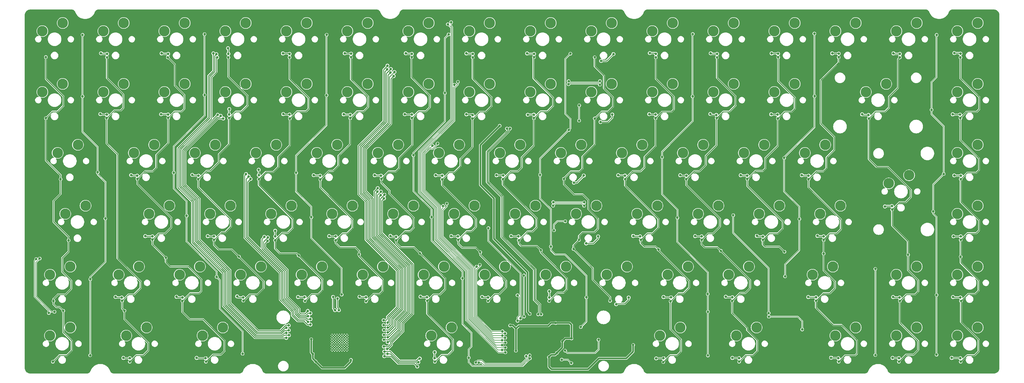
<source format=gtl>
G04 #@! TF.GenerationSoftware,KiCad,Pcbnew,7.0.2*
G04 #@! TF.CreationDate,2023-04-27T19:56:02+01:00*
G04 #@! TF.ProjectId,ISO75+STM+PKRGB,49534f37-352b-4535-944d-2b504b524742,rev?*
G04 #@! TF.SameCoordinates,Original*
G04 #@! TF.FileFunction,Copper,L1,Top*
G04 #@! TF.FilePolarity,Positive*
%FSLAX46Y46*%
G04 Gerber Fmt 4.6, Leading zero omitted, Abs format (unit mm)*
G04 Created by KiCad (PCBNEW 7.0.2) date 2023-04-27 19:56:02*
%MOMM*%
%LPD*%
G01*
G04 APERTURE LIST*
G04 #@! TA.AperFunction,ComponentPad*
%ADD10C,3.300000*%
G04 #@! TD*
G04 #@! TA.AperFunction,ComponentPad*
%ADD11C,0.600000*%
G04 #@! TD*
G04 #@! TA.AperFunction,ViaPad*
%ADD12C,0.800000*%
G04 #@! TD*
G04 #@! TA.AperFunction,Conductor*
%ADD13C,0.203200*%
G04 #@! TD*
G04 #@! TA.AperFunction,Conductor*
%ADD14C,0.254000*%
G04 #@! TD*
G04 #@! TA.AperFunction,Conductor*
%ADD15C,0.508000*%
G04 #@! TD*
G04 APERTURE END LIST*
D10*
X232727500Y-95885000D03*
X239077500Y-93345000D03*
X235108750Y-114935000D03*
X241458750Y-112395000D03*
X185102500Y-76835000D03*
X191452500Y-74295000D03*
X266065000Y-114935000D03*
X272415000Y-112395000D03*
X94615000Y-19685000D03*
X100965000Y-17145000D03*
X285115000Y-114935000D03*
X291465000Y-112395000D03*
X139858750Y-114935000D03*
X146208750Y-112395000D03*
X51752500Y-76835000D03*
X58102500Y-74295000D03*
X75565000Y-38735000D03*
X81915000Y-36195000D03*
X175577500Y-95885000D03*
X181927500Y-93345000D03*
X20796250Y-95885000D03*
X27146250Y-93345000D03*
X108902500Y-76835000D03*
X115252500Y-74295000D03*
X118427500Y-95885000D03*
X124777500Y-93345000D03*
X151765000Y-19685000D03*
X158115000Y-17145000D03*
X142240000Y-57785000D03*
X148590000Y-55245000D03*
X123190000Y-57785000D03*
X129540000Y-55245000D03*
X204152500Y-76835000D03*
X210502500Y-74295000D03*
X137477500Y-95885000D03*
X143827500Y-93345000D03*
X37465000Y-38735000D03*
X43815000Y-36195000D03*
X218440000Y-57785000D03*
X224790000Y-55245000D03*
X70802500Y-76835000D03*
X77152500Y-74295000D03*
X275590000Y-38735000D03*
X281940000Y-36195000D03*
X208915000Y-19685000D03*
X215265000Y-17145000D03*
X227965000Y-19685000D03*
X234315000Y-17145000D03*
X247015000Y-19685000D03*
X253365000Y-17145000D03*
X25558750Y-76835000D03*
X31908750Y-74295000D03*
X213677500Y-95885000D03*
X220027500Y-93345000D03*
X304165000Y-114935000D03*
X310515000Y-112395000D03*
X132715000Y-19685000D03*
X139065000Y-17145000D03*
X75565000Y-19685000D03*
X81915000Y-17145000D03*
X285115000Y-19685000D03*
X291465000Y-17145000D03*
D11*
X108885715Y-119439285D03*
X109657144Y-119439285D03*
X110428572Y-119439285D03*
X111200001Y-119439285D03*
X111971428Y-119439285D03*
X112742857Y-119439285D03*
X113514285Y-119439285D03*
X108885715Y-118667857D03*
X109657143Y-118667857D03*
X110428571Y-118667857D03*
X111200000Y-118667857D03*
X111971428Y-118667857D03*
X112742857Y-118667857D03*
X113514285Y-118667857D03*
X109657143Y-117896429D03*
X110428571Y-117896429D03*
X111200000Y-117896429D03*
X111971428Y-117896429D03*
X112742857Y-117896429D03*
X113514285Y-117896429D03*
X108885715Y-117896428D03*
X113514285Y-117125001D03*
X108885715Y-117125000D03*
X109657143Y-117125000D03*
X110428571Y-117125000D03*
X111200000Y-117125000D03*
X111971428Y-117125000D03*
X112742857Y-117125000D03*
X113514285Y-116353573D03*
X109657143Y-116353572D03*
X110428571Y-116353572D03*
X111200000Y-116353572D03*
X111971428Y-116353572D03*
X112742857Y-116353572D03*
X108885715Y-116353571D03*
X113514285Y-115582145D03*
X108885715Y-115582143D03*
X109657143Y-115582143D03*
X110428571Y-115582143D03*
X111200000Y-115582143D03*
X111971428Y-115582143D03*
X112742857Y-115582143D03*
X109657143Y-114810715D03*
X110428571Y-114810715D03*
X111200000Y-114810715D03*
X111971428Y-114810715D03*
X112742857Y-114810715D03*
X113514285Y-114810715D03*
X108885715Y-114810714D03*
D10*
X242252500Y-76835000D03*
X248602500Y-74295000D03*
X266065000Y-19685000D03*
X272415000Y-17145000D03*
X104140000Y-57785000D03*
X110490000Y-55245000D03*
X227965000Y-38735000D03*
X234315000Y-36195000D03*
X282733750Y-67310000D03*
X289083750Y-64770000D03*
X89852500Y-76835000D03*
X96202500Y-74295000D03*
X20796250Y-114935000D03*
X27146250Y-112395000D03*
X68421250Y-114935000D03*
X74771250Y-112395000D03*
X132715000Y-38735000D03*
X139065000Y-36195000D03*
X56515000Y-19685000D03*
X62865000Y-17145000D03*
X23177500Y-57785000D03*
X29527500Y-55245000D03*
X180340000Y-57785000D03*
X186690000Y-55245000D03*
X80327500Y-95885000D03*
X86677500Y-93345000D03*
X113665000Y-38735000D03*
X120015000Y-36195000D03*
X170815000Y-19685000D03*
X177165000Y-17145000D03*
X304165000Y-95885000D03*
X310515000Y-93345000D03*
X256540000Y-57785000D03*
X262890000Y-55245000D03*
X99377500Y-95885000D03*
X105727500Y-93345000D03*
X189865000Y-38735000D03*
X196215000Y-36195000D03*
X66040000Y-57785000D03*
X72390000Y-55245000D03*
X258921250Y-95885000D03*
X265271250Y-93345000D03*
X151765000Y-38735000D03*
X158115000Y-36195000D03*
X170815000Y-38735000D03*
X177165000Y-36195000D03*
X211296250Y-114935000D03*
X217646250Y-112395000D03*
X61277500Y-95885000D03*
X67627500Y-93345000D03*
X247015000Y-38735000D03*
X253365000Y-36195000D03*
X161290000Y-57785000D03*
X167640000Y-55245000D03*
X42227500Y-95885000D03*
X48577500Y-93345000D03*
X56515000Y-38735000D03*
X62865000Y-36195000D03*
X44608750Y-114935000D03*
X50958750Y-112395000D03*
X189865000Y-19685000D03*
X196215000Y-17145000D03*
X261302500Y-76835000D03*
X267652500Y-74295000D03*
X208915000Y-38735000D03*
X215265000Y-36195000D03*
X304165000Y-76835000D03*
X310515000Y-74295000D03*
X156527500Y-95885000D03*
X162877500Y-93345000D03*
X166052500Y-76835000D03*
X172402500Y-74295000D03*
X194627500Y-95885000D03*
X200977500Y-93345000D03*
X237490000Y-57785000D03*
X243840000Y-55245000D03*
X85090000Y-57785000D03*
X91440000Y-55245000D03*
X18415000Y-19685000D03*
X24765000Y-17145000D03*
X199390000Y-57785000D03*
X205740000Y-55245000D03*
X147002500Y-76835000D03*
X153352500Y-74295000D03*
X304165000Y-38735000D03*
X310515000Y-36195000D03*
X46990000Y-57785000D03*
X53340000Y-55245000D03*
X304165000Y-57785000D03*
X310515000Y-55245000D03*
X223202500Y-76835000D03*
X229552500Y-74295000D03*
X127952500Y-76835000D03*
X134302500Y-74295000D03*
X304165000Y-19685000D03*
X310515000Y-17145000D03*
X113665000Y-19685000D03*
X120015000Y-17145000D03*
X37465000Y-19685000D03*
X43815000Y-17145000D03*
X94615000Y-38735000D03*
X100965000Y-36195000D03*
X18415000Y-38735000D03*
X24765000Y-36195000D03*
X285115000Y-95885000D03*
X291465000Y-93345000D03*
D12*
X16466500Y-90969265D03*
X20420000Y-107854199D03*
X180810000Y-116740000D03*
X166300000Y-119650000D03*
X178700000Y-111000000D03*
X164500000Y-111750000D03*
X179100000Y-120350000D03*
X176600000Y-121650000D03*
X202900000Y-117850000D03*
X183650000Y-115820000D03*
X165690000Y-50160000D03*
X164220000Y-109880000D03*
X186110000Y-115690000D03*
X193240000Y-113220000D03*
X163160000Y-110820000D03*
X166290000Y-120630000D03*
X171150000Y-102180000D03*
X107250000Y-123530000D03*
X176540000Y-108950000D03*
X102400000Y-115050000D03*
X177750000Y-119680000D03*
X130250000Y-118750000D03*
X135250000Y-118750000D03*
X191140000Y-118490000D03*
X172130000Y-108290000D03*
X159520000Y-44400000D03*
X168380000Y-44400000D03*
X60300000Y-110800000D03*
X171350000Y-105020000D03*
X173570000Y-102180000D03*
X186060000Y-118720000D03*
X177610000Y-108970000D03*
X191000000Y-116150000D03*
X60300000Y-113200000D03*
X114700000Y-109000000D03*
X104170326Y-121556647D03*
X175330000Y-108330000D03*
X162270000Y-50210000D03*
X179100000Y-117500000D03*
X174890000Y-105080000D03*
X192100000Y-116200000D03*
X181650000Y-119625000D03*
X183590000Y-123513300D03*
X180610000Y-122446500D03*
X102880000Y-120700000D03*
X114770000Y-122536500D03*
X170610000Y-108130000D03*
X103780000Y-123030000D03*
X102370000Y-116071500D03*
X161235000Y-49295000D03*
X33340000Y-121100000D03*
X38100000Y-78300000D03*
X30940000Y-40080000D03*
X157700000Y-81300000D03*
X167750000Y-109550000D03*
X30956250Y-20850000D03*
X33370000Y-97270000D03*
X35680000Y-63830000D03*
X80950000Y-120600000D03*
X69070000Y-39630000D03*
X69070000Y-20610000D03*
X168850000Y-108943000D03*
X168800000Y-96100000D03*
X59450000Y-63960000D03*
X63450000Y-77425000D03*
X72825000Y-96575000D03*
X166800000Y-110300000D03*
X107190000Y-20810000D03*
X111900000Y-102100000D03*
X97663000Y-64008000D03*
X102420000Y-77870000D03*
X107160000Y-39730000D03*
X166800000Y-102300000D03*
X149600000Y-97000000D03*
X170649581Y-122050108D03*
X145275000Y-20700000D03*
X151580000Y-121860000D03*
X144125000Y-39025000D03*
X134275000Y-58500000D03*
X139950000Y-77840000D03*
X188300000Y-102950000D03*
X183320000Y-26730000D03*
X186560000Y-112230000D03*
X177220000Y-87070000D03*
X173850000Y-64650000D03*
X182800000Y-50625000D03*
X221520000Y-20580000D03*
X226250000Y-107450000D03*
X211950000Y-59080000D03*
X226200000Y-101900000D03*
X221470000Y-40100000D03*
X226250000Y-121150000D03*
X216720000Y-78060000D03*
X255700000Y-113003500D03*
X245300000Y-109000000D03*
X278550000Y-121000000D03*
X278550000Y-94049300D03*
X259570000Y-40000000D03*
X254800000Y-78430000D03*
X250350000Y-96400000D03*
X250070000Y-59330000D03*
X259510000Y-20440000D03*
X297690000Y-20860000D03*
X297650000Y-120900000D03*
X299900000Y-64355900D03*
X297656250Y-102200000D03*
X296100000Y-44300000D03*
X234150000Y-77250000D03*
X296600000Y-76100000D03*
X245250000Y-107870900D03*
X163493800Y-50174100D03*
X173243800Y-108280000D03*
X174196200Y-108280000D03*
X164446200Y-50174100D03*
X163000000Y-120150000D03*
X145040000Y-17540000D03*
X146070000Y-16897900D03*
X162000000Y-119450000D03*
X163000000Y-118650000D03*
X192525000Y-36442100D03*
X182725000Y-36275000D03*
X147120000Y-36442100D03*
X182776379Y-35324485D03*
X192550000Y-35325000D03*
X161950000Y-117900000D03*
X148190000Y-35541500D03*
X163000000Y-117100000D03*
X140256436Y-55492100D03*
X141820000Y-54838600D03*
X162000000Y-116400000D03*
X162950000Y-115603500D03*
X187600000Y-74300000D03*
X143550000Y-74360000D03*
X177900000Y-74295000D03*
X144720000Y-73660000D03*
X162100000Y-114950000D03*
X177950000Y-73175000D03*
X187650000Y-73225000D03*
X154000000Y-93350000D03*
X162950000Y-114219500D03*
X155050000Y-92774046D03*
X162100000Y-113550000D03*
X170585219Y-121100384D03*
X154724352Y-123375648D03*
X169500000Y-121350000D03*
X153772815Y-123349246D03*
X72770987Y-26918291D03*
X95400000Y-114800000D03*
X55634024Y-26668100D03*
X76385700Y-25030000D03*
X171948964Y-26782988D03*
X114800000Y-26755000D03*
X38600000Y-26800000D03*
X57700000Y-26800000D03*
X150846915Y-26668100D03*
X169799974Y-26668074D03*
X131900000Y-26600000D03*
X112838644Y-26651744D03*
X152800000Y-26800000D03*
X133800000Y-26800000D03*
X94600000Y-115650000D03*
X36717694Y-26617695D03*
X71800000Y-26668100D03*
X76500000Y-26800000D03*
X95600000Y-26800000D03*
X93534024Y-26668100D03*
X72996205Y-27895373D03*
X94600000Y-114050000D03*
X24100000Y-66000000D03*
X24942999Y-107142999D03*
X26600000Y-85100000D03*
X21900000Y-104100000D03*
X21700000Y-123100000D03*
X19500000Y-27800000D03*
X19500000Y-46900000D03*
X38495000Y-46905000D03*
X38600000Y-27900000D03*
X43300000Y-104055000D03*
X44042499Y-107142499D03*
X45700000Y-123100000D03*
X305175000Y-90275000D03*
X57700000Y-46800000D03*
X305200000Y-85000000D03*
X57600000Y-27900000D03*
X305105000Y-46905000D03*
X56981500Y-90581500D03*
X305200000Y-123100000D03*
X17569836Y-90814354D03*
X305100000Y-27900000D03*
X48100000Y-65900000D03*
X305300000Y-104100000D03*
X69500000Y-123105000D03*
X22200000Y-107498599D03*
X52800000Y-84900000D03*
X305200000Y-66000000D03*
X62100000Y-104100000D03*
X276500000Y-47000000D03*
X67100000Y-66000000D03*
X72000000Y-85000000D03*
X79800000Y-90225900D03*
X286200000Y-27900000D03*
X286200000Y-104100000D03*
X283800000Y-75500000D03*
X76500000Y-27900000D03*
X285900000Y-123100000D03*
X288750000Y-89630100D03*
X81200000Y-104000000D03*
X76700000Y-46900000D03*
X100400000Y-104100000D03*
X95700000Y-47000000D03*
X257700000Y-66000000D03*
X98450000Y-89870300D03*
X262400000Y-89274500D03*
X267100000Y-123100000D03*
X267100000Y-27855000D03*
X95600000Y-27900000D03*
X91100000Y-85100000D03*
X86000000Y-66000000D03*
X262400000Y-85000000D03*
X260000000Y-104000000D03*
X119500000Y-104200000D03*
X117300000Y-89514700D03*
X238555000Y-65955000D03*
X110000000Y-85100000D03*
X114564611Y-46900000D03*
X248200000Y-27855000D03*
X243400000Y-85000000D03*
X114800000Y-27855000D03*
X248100000Y-47000000D03*
X105200000Y-66100000D03*
X250150000Y-88700000D03*
X224300000Y-85005000D03*
X230300000Y-88400000D03*
X233800000Y-104100000D03*
X229000000Y-46900000D03*
X219500000Y-66000000D03*
X136350000Y-89159100D03*
X128900000Y-85100000D03*
X141000000Y-123100000D03*
X133755000Y-27855000D03*
X236000000Y-123100000D03*
X124307600Y-65955000D03*
X138600000Y-104000000D03*
X229100000Y-27900000D03*
X133800000Y-46900000D03*
X155150000Y-88803500D03*
X205300000Y-85000000D03*
X152700000Y-47000000D03*
X210000000Y-27900000D03*
X210850000Y-88000000D03*
X214600000Y-104200000D03*
X212300000Y-123200000D03*
X209900000Y-46900000D03*
X148300000Y-85000000D03*
X157600000Y-104100000D03*
X152800000Y-27900000D03*
X200400000Y-66000000D03*
X143250000Y-66050000D03*
X162200000Y-66000000D03*
X184300000Y-87852100D03*
X171900000Y-46900000D03*
X167200000Y-85100000D03*
X195700000Y-104055000D03*
X174100000Y-88200500D03*
X190900000Y-27855000D03*
X176700000Y-104100000D03*
X190900000Y-47000000D03*
X186000000Y-85000000D03*
X181300000Y-65900000D03*
X171945000Y-27855000D03*
X126102072Y-31602072D03*
X126238000Y-110871000D03*
X192900000Y-29000000D03*
X196750000Y-26850000D03*
X210000000Y-26800000D03*
X305115976Y-26715976D03*
X286200000Y-26800000D03*
X265067694Y-26667695D03*
X229100000Y-26800000D03*
X267100000Y-26700000D03*
X227134024Y-26634024D03*
X246167694Y-26667695D03*
X248145000Y-26755000D03*
X126186096Y-30486096D03*
X124968000Y-110109000D03*
X208099974Y-26568074D03*
X303199974Y-26568074D03*
X284200000Y-26668100D03*
X124968000Y-111633000D03*
X127218048Y-31518048D03*
X94600000Y-112500000D03*
X74107737Y-46189505D03*
X112500000Y-45718100D03*
X114565976Y-45865976D03*
X57681524Y-45786524D03*
X76750000Y-45750000D03*
X95600000Y-45800000D03*
X55500000Y-45700000D03*
X131600000Y-45700000D03*
X133800000Y-45800000D03*
X93634024Y-45634024D03*
X76770000Y-44040000D03*
X169997616Y-45834182D03*
X171915976Y-45815976D03*
X150826036Y-45718100D03*
X152765976Y-45965976D03*
X95350000Y-113251700D03*
X38505000Y-45805000D03*
X36534024Y-45634024D03*
X73157200Y-45870300D03*
X95350000Y-111750000D03*
X74900000Y-47000000D03*
X128350000Y-32450000D03*
X125095000Y-113157000D03*
X192700000Y-48100000D03*
X196400000Y-45800000D03*
X248000000Y-45800000D03*
X209900000Y-45800000D03*
X302700000Y-45718100D03*
X228900000Y-45899583D03*
X274400000Y-45718100D03*
X127134024Y-32634024D03*
X246017694Y-45717695D03*
X126238000Y-112395000D03*
X276400000Y-45900000D03*
X207924974Y-45643074D03*
X227000000Y-45600000D03*
X305000000Y-45805000D03*
X128115976Y-33715976D03*
X126238000Y-113919000D03*
X101350000Y-110600000D03*
X82815976Y-65115976D03*
X162313048Y-64855000D03*
X122199400Y-64768100D03*
X102150000Y-111500000D03*
X46134024Y-64734024D03*
X160249974Y-64768074D03*
X103124000Y-64744600D03*
X85980000Y-63070000D03*
X86000000Y-64703700D03*
X105163976Y-64904976D03*
X124175824Y-64892224D03*
X65234024Y-64634024D03*
X82017666Y-64386276D03*
X143281400Y-64871600D03*
X48032369Y-64899583D03*
X141260924Y-64760924D03*
X67184024Y-64884024D03*
X83435335Y-65935335D03*
X102150000Y-109750000D03*
X126238000Y-115443000D03*
X123034024Y-69934024D03*
X187500000Y-64855000D03*
X184400000Y-67100000D03*
X125095000Y-114681000D03*
X219534024Y-64934024D03*
X303184024Y-64813100D03*
X257700000Y-64900000D03*
X123137538Y-68798558D03*
X236499974Y-64768074D03*
X198250000Y-64768100D03*
X255584024Y-64768100D03*
X238500000Y-64900000D03*
X200359024Y-64859024D03*
X305284024Y-64884024D03*
X217600000Y-64768100D03*
X124100000Y-69900000D03*
X125095000Y-116205000D03*
X102100000Y-107950000D03*
X88800000Y-84200000D03*
X52784024Y-83884024D03*
X101400000Y-108850000D03*
X107970194Y-83818100D03*
X91140000Y-82130000D03*
X148200000Y-83900000D03*
X87730374Y-84013100D03*
X164800000Y-83818100D03*
X110000000Y-83905000D03*
X128915976Y-84015976D03*
X50534024Y-83818100D03*
X167100000Y-83900000D03*
X146109024Y-83818100D03*
X70049974Y-83818074D03*
X72026952Y-83905000D03*
X127124974Y-83743074D03*
X91100000Y-83900000D03*
X88715976Y-85315976D03*
X101300000Y-107200000D03*
X188200000Y-86100000D03*
X191950000Y-83905000D03*
X125095000Y-118364000D03*
X125200000Y-70868048D03*
X260434024Y-83734024D03*
X205084024Y-83884024D03*
X281517694Y-74517695D03*
X241534024Y-83734024D03*
X283700000Y-74400000D03*
X243434024Y-83934024D03*
X262384024Y-83884024D03*
X305200000Y-83900000D03*
X124018048Y-71018048D03*
X302934024Y-83870300D03*
X222246524Y-83818100D03*
X202924974Y-83743074D03*
X224300000Y-83900000D03*
X126238000Y-116967000D03*
X125100000Y-72000000D03*
X126111000Y-119126000D03*
X110600000Y-103325300D03*
X111000000Y-107000000D03*
X79234024Y-102634024D03*
X109800000Y-107000000D03*
X43200000Y-103000000D03*
X98267694Y-102867695D03*
X136499974Y-102768074D03*
X117484050Y-102784050D03*
X157615976Y-103015976D03*
X109200000Y-102868100D03*
X41274974Y-102843074D03*
X81100000Y-103000000D03*
X100300000Y-102900000D03*
X155749974Y-102818074D03*
X60284024Y-102784024D03*
X119440976Y-102940976D03*
X138500000Y-102900000D03*
X176700000Y-103000000D03*
X62184024Y-102984024D03*
X176700000Y-101060000D03*
X126200000Y-120600000D03*
X135834024Y-123234024D03*
X140940000Y-120120000D03*
X285900000Y-122000000D03*
X264724974Y-121843074D03*
X305100000Y-122000000D03*
X43700000Y-121918100D03*
X283917694Y-121917694D03*
X140900000Y-122005000D03*
X212400000Y-122005000D03*
X267000000Y-122000000D03*
X210100000Y-122070300D03*
X233900000Y-121918100D03*
X302400000Y-121918100D03*
X45700000Y-122000000D03*
X125200000Y-119900000D03*
X136275000Y-122100000D03*
X66600000Y-121918100D03*
X236000000Y-122000000D03*
X69400000Y-122005000D03*
X125200000Y-121379700D03*
X135500000Y-124600000D03*
X197600000Y-105100000D03*
X201500000Y-103000000D03*
X305100000Y-103000000D03*
X257584024Y-102868100D03*
X231824987Y-102743061D03*
X302799974Y-102868074D03*
X284099974Y-102868074D03*
X212399974Y-102868074D03*
X214700000Y-102955000D03*
X233900000Y-102900000D03*
X260000000Y-102900000D03*
X286100000Y-103000000D03*
X186025000Y-47675000D03*
X186050000Y-42900000D03*
X181700000Y-79140000D03*
X178180000Y-81970000D03*
D13*
X33350000Y-121090000D02*
X33350000Y-97290000D01*
X33340000Y-121100000D02*
X33350000Y-121090000D01*
X33350000Y-97290000D02*
X33370000Y-97270000D01*
X33350000Y-97250000D02*
X33350000Y-96600000D01*
X33370000Y-97270000D02*
X33350000Y-97250000D01*
X38100000Y-91850000D02*
X38100000Y-78300000D01*
X33350000Y-96600000D02*
X38100000Y-91850000D01*
X111900000Y-93900000D02*
X111900000Y-102100000D01*
X102420000Y-84420000D02*
X111900000Y-93900000D01*
X102420000Y-77870000D02*
X102420000Y-84420000D01*
X107150000Y-49100000D02*
X107150000Y-39740000D01*
X97600000Y-58650000D02*
X107150000Y-49100000D01*
X97600000Y-69850000D02*
X97600000Y-58650000D01*
X102400000Y-77850000D02*
X102400000Y-74650000D01*
X102400000Y-74650000D02*
X97600000Y-69850000D01*
X107150000Y-39740000D02*
X107160000Y-39730000D01*
X102420000Y-77870000D02*
X102400000Y-77850000D01*
X149600000Y-94850000D02*
X149600000Y-97000000D01*
X139950000Y-85200000D02*
X149600000Y-94850000D01*
X134275000Y-69750000D02*
X134275000Y-58500000D01*
X139950000Y-77840000D02*
X139950000Y-85200000D01*
X139930000Y-77820000D02*
X139930000Y-75405000D01*
X139930000Y-75405000D02*
X134275000Y-69750000D01*
X139950000Y-77840000D02*
X139930000Y-77820000D01*
X226250000Y-95150000D02*
X226250000Y-107450000D01*
X216720000Y-85620000D02*
X226250000Y-95150000D01*
X211900000Y-59130000D02*
X211950000Y-59080000D01*
X216750000Y-75500000D02*
X211900000Y-70650000D01*
X216750000Y-78030000D02*
X216750000Y-75500000D01*
X216720000Y-78060000D02*
X216720000Y-85620000D01*
X216720000Y-78060000D02*
X216750000Y-78030000D01*
X211900000Y-70650000D02*
X211900000Y-59130000D01*
X250400000Y-96350000D02*
X250350000Y-96400000D01*
X250400000Y-92600000D02*
X250400000Y-96350000D01*
X254800000Y-88200000D02*
X250400000Y-92600000D01*
X254800000Y-78430000D02*
X254800000Y-88200000D01*
X250050000Y-69850000D02*
X250050000Y-59350000D01*
X254800000Y-78430000D02*
X254800000Y-74600000D01*
X250050000Y-59350000D02*
X250070000Y-59330000D01*
X254800000Y-74600000D02*
X250050000Y-69850000D01*
X259550000Y-40020000D02*
X259570000Y-40000000D01*
X250050000Y-59200000D02*
X259550000Y-49700000D01*
X250070000Y-59330000D02*
X250050000Y-59310000D01*
X250050000Y-59310000D02*
X250050000Y-59200000D01*
X259550000Y-49700000D02*
X259550000Y-40020000D01*
X211900000Y-59030000D02*
X211900000Y-57450000D01*
X221470000Y-47880000D02*
X221470000Y-40100000D01*
X211950000Y-59080000D02*
X211900000Y-59030000D01*
X211900000Y-57450000D02*
X221470000Y-47880000D01*
X38150000Y-78250000D02*
X38100000Y-78300000D01*
X38150000Y-66900000D02*
X38150000Y-78250000D01*
X35680000Y-64430000D02*
X38150000Y-66900000D01*
X30950000Y-51200000D02*
X30950000Y-40090000D01*
X35680000Y-63830000D02*
X35680000Y-64430000D01*
X35700000Y-63810000D02*
X35700000Y-55950000D01*
X35700000Y-55950000D02*
X30950000Y-51200000D01*
X35680000Y-63830000D02*
X35700000Y-63810000D01*
X30950000Y-40090000D02*
X30940000Y-40080000D01*
X63450000Y-72850000D02*
X63450000Y-77425000D01*
X59450000Y-55700000D02*
X59450000Y-68850000D01*
X69070000Y-46080000D02*
X59450000Y-55700000D01*
X69050000Y-20630000D02*
X69070000Y-20610000D01*
X59450000Y-68850000D02*
X63450000Y-72850000D01*
X69050000Y-39610000D02*
X69050000Y-20630000D01*
X69070000Y-39630000D02*
X69070000Y-46080000D01*
X69070000Y-39630000D02*
X69050000Y-39610000D01*
X107150000Y-20850000D02*
X107190000Y-20810000D01*
X107160000Y-39730000D02*
X107150000Y-39720000D01*
X107150000Y-39720000D02*
X107150000Y-20850000D01*
X221450000Y-20650000D02*
X221520000Y-20580000D01*
X221470000Y-40100000D02*
X221450000Y-40080000D01*
X221450000Y-40080000D02*
X221450000Y-20650000D01*
X259570000Y-40000000D02*
X259550000Y-39980000D01*
X259550000Y-39980000D02*
X259550000Y-20480000D01*
X259550000Y-20480000D02*
X259510000Y-20440000D01*
X296600000Y-67700000D02*
X296600000Y-76100000D01*
X299900000Y-64400000D02*
X296600000Y-67700000D01*
X299900000Y-49450000D02*
X299900000Y-64400000D01*
X297650000Y-34050000D02*
X296100000Y-35600000D01*
X297650000Y-20900000D02*
X297650000Y-34050000D01*
X296100000Y-35600000D02*
X296100000Y-45650000D01*
X296100000Y-45650000D02*
X299900000Y-49450000D01*
X297690000Y-20860000D02*
X297650000Y-20900000D01*
X183350000Y-50050000D02*
X173850000Y-59550000D01*
X183350000Y-47150000D02*
X183350000Y-50050000D01*
X181700000Y-28350000D02*
X181700000Y-45500000D01*
X181700000Y-45500000D02*
X183350000Y-47150000D01*
X183320000Y-26730000D02*
X181700000Y-28350000D01*
X173850000Y-59550000D02*
X173850000Y-64650000D01*
X30950000Y-40070000D02*
X30940000Y-40080000D01*
X30956250Y-20850000D02*
X30950000Y-20856250D01*
X30950000Y-20856250D02*
X30950000Y-40070000D01*
D14*
X76500000Y-25144300D02*
X76385700Y-25030000D01*
X76500000Y-26800000D02*
X76500000Y-25144300D01*
X76750000Y-45750000D02*
X76750000Y-44060000D01*
X76750000Y-44060000D02*
X76770000Y-44040000D01*
X86000000Y-63090000D02*
X86000000Y-64703700D01*
X85980000Y-63070000D02*
X86000000Y-63090000D01*
X191950000Y-84555000D02*
X190405000Y-86100000D01*
X191950000Y-83905000D02*
X191950000Y-84555000D01*
X190405000Y-86100000D02*
X188200000Y-86100000D01*
X91100000Y-82170000D02*
X91140000Y-82130000D01*
X91100000Y-83900000D02*
X91100000Y-82170000D01*
X176700000Y-101060000D02*
X176700000Y-103000000D01*
D13*
X16050000Y-91385765D02*
X16466500Y-90969265D01*
X16050000Y-102802894D02*
X16050000Y-91385765D01*
X20420000Y-107172894D02*
X16050000Y-102802894D01*
X20420000Y-107854199D02*
X20420000Y-107172894D01*
X16430000Y-102680000D02*
X21248599Y-107498599D01*
X16430000Y-91954190D02*
X16430000Y-102680000D01*
X17569836Y-90814354D02*
X16430000Y-91954190D01*
X21248599Y-107498599D02*
X22200000Y-107498599D01*
D14*
X140900000Y-120160000D02*
X140900000Y-122005000D01*
X140940000Y-120120000D02*
X140900000Y-120160000D01*
D15*
X179475000Y-119975000D02*
X179100000Y-120350000D01*
X180810000Y-118640000D02*
X179475000Y-119975000D01*
X167200000Y-111850000D02*
X176400000Y-111850000D01*
X176600000Y-124660000D02*
X176600000Y-121650000D01*
X188790000Y-125460000D02*
X177400000Y-125460000D01*
X177400000Y-125460000D02*
X176600000Y-124660000D01*
X176400000Y-111850000D02*
X177250000Y-111000000D01*
X180810000Y-116740000D02*
X181729988Y-115820012D01*
X181729988Y-115820012D02*
X183650001Y-115820012D01*
X178490000Y-120960000D02*
X177290000Y-120960000D01*
X177250000Y-111000000D02*
X178700000Y-111000000D01*
X165300000Y-111750000D02*
X164500000Y-111750000D01*
X177290000Y-120960000D02*
X176600000Y-121650000D01*
X166300002Y-112749998D02*
X167200000Y-111850000D01*
X179475000Y-119975000D02*
X178490000Y-120960000D01*
X166299998Y-112749998D02*
X166300002Y-112749998D01*
X202900000Y-119920000D02*
X200770000Y-122050000D01*
X183100007Y-111000007D02*
X178699998Y-111000007D01*
X183650001Y-115820012D02*
X183650000Y-111550000D01*
X180810000Y-116740000D02*
X180810000Y-118640000D01*
X183650000Y-111550000D02*
X183100007Y-111000007D01*
X200770000Y-122050000D02*
X192200000Y-122050000D01*
X166299998Y-112749998D02*
X165300000Y-111750000D01*
X166299998Y-119650002D02*
X166299998Y-112749998D01*
X192200000Y-122050000D02*
X188790000Y-125460000D01*
X202900000Y-117850000D02*
X202900000Y-119920000D01*
D13*
X191020000Y-120370000D02*
X182395000Y-120370000D01*
X192100000Y-119290000D02*
X191020000Y-120370000D01*
X192100000Y-116200000D02*
X192100000Y-119290000D01*
X182395000Y-120370000D02*
X181650000Y-119625000D01*
X183590000Y-123513300D02*
X182523200Y-122446500D01*
X182523200Y-122446500D02*
X180610000Y-122446500D01*
D15*
X114770000Y-123070000D02*
X112790000Y-125050000D01*
X161235000Y-49295000D02*
X155200000Y-55330000D01*
X114770000Y-122536500D02*
X114770000Y-123070000D01*
X102362000Y-120182000D02*
X102880000Y-120700000D01*
X105800000Y-125050000D02*
X102880000Y-122130000D01*
X102362000Y-116079500D02*
X102362000Y-120182000D01*
X155200000Y-67775000D02*
X159450000Y-72025000D01*
X102880000Y-122130000D02*
X102880000Y-120700000D01*
X169940000Y-107460000D02*
X170610000Y-108130000D01*
X102370000Y-116071500D02*
X102362000Y-116079500D01*
X159450000Y-84660000D02*
X169940000Y-95150000D01*
X155200000Y-55330000D02*
X155200000Y-67775000D01*
X159450000Y-72025000D02*
X159450000Y-84660000D01*
X112790000Y-125050000D02*
X105800000Y-125050000D01*
X169940000Y-95150000D02*
X169940000Y-107460000D01*
D13*
X157700000Y-81300000D02*
X157700000Y-85363100D01*
X157700000Y-85363100D02*
X167750000Y-95413100D01*
X167750000Y-95413100D02*
X167750000Y-109550000D01*
X168800000Y-96100000D02*
X168750000Y-96150000D01*
X72825000Y-96575000D02*
X73850000Y-97600000D01*
X168750000Y-108843000D02*
X168850000Y-108943000D01*
X63450000Y-85450000D02*
X72825000Y-94825000D01*
X72825000Y-94825000D02*
X72825000Y-96575000D01*
X73850000Y-97600000D02*
X73850000Y-106500000D01*
X80950000Y-113600000D02*
X80950000Y-120600000D01*
X63450000Y-77425000D02*
X63450000Y-85450000D01*
X73850000Y-106500000D02*
X80950000Y-113600000D01*
X168750000Y-96150000D02*
X168750000Y-108843000D01*
X167394400Y-108625600D02*
X167394400Y-102894400D01*
X167394400Y-102894400D02*
X166800000Y-102300000D01*
X166800000Y-109220000D02*
X167394400Y-108625600D01*
X166800000Y-110300000D02*
X166800000Y-109220000D01*
X168367790Y-124460000D02*
X152760000Y-124460000D01*
X149600000Y-97000000D02*
X149600000Y-111250000D01*
X144125000Y-39025000D02*
X144125000Y-47875000D01*
X144125000Y-47875000D02*
X134275000Y-57725000D01*
X152450000Y-118320000D02*
X151580000Y-119190000D01*
X151580000Y-119190000D02*
X151580000Y-121860000D01*
X152450000Y-114100000D02*
X152450000Y-118320000D01*
X149600000Y-111250000D02*
X152450000Y-114100000D01*
X145275000Y-20700000D02*
X144125000Y-21850000D01*
X144125000Y-21850000D02*
X144125000Y-39025000D01*
X134275000Y-57725000D02*
X134275000Y-58500000D01*
X151580000Y-123280000D02*
X151580000Y-121860000D01*
X152760000Y-124460000D02*
X151580000Y-123280000D01*
X170649581Y-122050108D02*
X170649581Y-122178209D01*
X170649581Y-122178209D02*
X168367790Y-124460000D01*
X178570000Y-89570000D02*
X181670000Y-89570000D01*
X173850000Y-72000000D02*
X177220000Y-75370000D01*
X177220000Y-87070000D02*
X177220000Y-88220000D01*
X177220000Y-88220000D02*
X178570000Y-89570000D01*
X173850000Y-64650000D02*
X173850000Y-72000000D01*
X188300000Y-96200000D02*
X188300000Y-102950000D01*
X181670000Y-89570000D02*
X188300000Y-96200000D01*
X188300000Y-110490000D02*
X188300000Y-102950000D01*
X177220000Y-75370000D02*
X177220000Y-87070000D01*
X186560000Y-112230000D02*
X188300000Y-110490000D01*
X226250000Y-121150000D02*
X226250000Y-107450000D01*
X278550000Y-94049300D02*
X278550000Y-121000000D01*
X245300000Y-109000000D02*
X254300000Y-109000000D01*
X255700000Y-110400000D02*
X255700000Y-113003500D01*
X254300000Y-109000000D02*
X255700000Y-110400000D01*
X296600000Y-76750000D02*
X296600000Y-76100000D01*
X297650000Y-77800000D02*
X296600000Y-76750000D01*
X297650000Y-102193750D02*
X297650000Y-77800000D01*
X297656250Y-102200000D02*
X297650000Y-102193750D01*
X297650000Y-120900000D02*
X297650000Y-102206250D01*
X234150000Y-82750000D02*
X234150000Y-77250000D01*
X297650000Y-102206250D02*
X297656250Y-102200000D01*
X245250000Y-107870900D02*
X245250000Y-93850000D01*
X245250000Y-93850000D02*
X234150000Y-82750000D01*
D14*
X157216800Y-57345830D02*
X163766799Y-50795831D01*
X173516799Y-105364169D02*
X171936800Y-103784170D01*
X163766799Y-50447099D02*
X163493800Y-50174100D01*
X157216800Y-66934170D02*
X157216800Y-57345830D01*
X173516799Y-108007001D02*
X173516799Y-105364169D01*
X163766799Y-50795831D02*
X163766799Y-50447099D01*
X171936800Y-94294170D02*
X161796800Y-84154170D01*
X173243800Y-108280000D02*
X173516799Y-108007001D01*
X161796800Y-71514170D02*
X157216800Y-66934170D01*
X171936800Y-103784170D02*
X171936800Y-94294170D01*
X161796800Y-84154170D02*
X161796800Y-71514170D01*
X162203200Y-71345830D02*
X157623200Y-66765830D01*
X174196200Y-108280000D02*
X173923201Y-108007001D01*
X173923201Y-105195831D02*
X172343200Y-103615830D01*
X172343200Y-94125830D02*
X162203200Y-83985830D01*
X157623200Y-66765830D02*
X157623200Y-57514170D01*
X157623200Y-57514170D02*
X164173201Y-50964169D01*
X164173201Y-50447099D02*
X164446200Y-50174100D01*
X162203200Y-83985830D02*
X162203200Y-71345830D01*
X164173201Y-50964169D02*
X164173201Y-50447099D01*
X172343200Y-103615830D02*
X172343200Y-94125830D01*
X173923201Y-108007001D02*
X173923201Y-105195831D01*
D13*
X150750000Y-94750000D02*
X150750000Y-110100000D01*
X135990000Y-57320000D02*
X135990000Y-70150000D01*
X146040000Y-47270000D02*
X135990000Y-57320000D01*
X150750000Y-110100000D02*
X160800000Y-120150000D01*
X145040000Y-17540000D02*
X146040000Y-18540000D01*
X140990000Y-84990000D02*
X150750000Y-94750000D01*
X140990000Y-75150000D02*
X140990000Y-84990000D01*
X135990000Y-70150000D02*
X140990000Y-75150000D01*
X146040000Y-18540000D02*
X146040000Y-47270000D01*
X160800000Y-120150000D02*
X163000000Y-120150000D01*
X146395600Y-18392706D02*
X146395600Y-47417294D01*
X146070000Y-18067106D02*
X146395600Y-18392706D01*
X141345600Y-75002706D02*
X141345600Y-84842706D01*
X136345600Y-57467294D02*
X136345600Y-70002706D01*
X160602894Y-119450000D02*
X162000000Y-119450000D01*
X146395600Y-47417294D02*
X136345600Y-57467294D01*
X151105600Y-109952706D02*
X160602894Y-119450000D01*
X141345600Y-84842706D02*
X151105600Y-94602706D01*
X146070000Y-16897900D02*
X146070000Y-18067106D01*
X136345600Y-70002706D02*
X141345600Y-75002706D01*
X151105600Y-94602706D02*
X151105600Y-109952706D01*
X182725000Y-36275000D02*
X182850000Y-36150000D01*
X146751200Y-47564588D02*
X136701200Y-57614588D01*
X136701200Y-57614588D02*
X136701200Y-69855412D01*
X151461200Y-94455412D02*
X151461200Y-109805412D01*
X141701200Y-74855412D02*
X141701200Y-84695412D01*
X146751200Y-37285906D02*
X146751200Y-47564588D01*
X151461200Y-109805412D02*
X160355788Y-118700000D01*
X141701200Y-84695412D02*
X151461200Y-94455412D01*
X136701200Y-69855412D02*
X141701200Y-74855412D01*
X147120000Y-36442100D02*
X147120000Y-36917106D01*
X147120000Y-36917106D02*
X146751200Y-37285906D01*
X162950000Y-118700000D02*
X163000000Y-118650000D01*
X192232900Y-36150000D02*
X192525000Y-36442100D01*
X182850000Y-36150000D02*
X192232900Y-36150000D01*
X160355788Y-118700000D02*
X162950000Y-118700000D01*
X160058682Y-117900000D02*
X161950000Y-117900000D01*
X192550000Y-35325000D02*
X192080600Y-35794400D01*
X148190000Y-35541500D02*
X148190000Y-36350000D01*
X183246294Y-35794400D02*
X182776379Y-35324485D01*
X192080600Y-35794400D02*
X183246294Y-35794400D01*
X137056800Y-57761882D02*
X137056800Y-69708118D01*
X137056800Y-69708118D02*
X142056800Y-74708118D01*
X148190000Y-36350000D02*
X147106800Y-37433200D01*
X151816800Y-94308118D02*
X151816800Y-109658118D01*
X147106800Y-37433200D02*
X147106800Y-47711882D01*
X151816800Y-109658118D02*
X160058682Y-117900000D01*
X142056800Y-74708118D02*
X142056800Y-84548118D01*
X142056800Y-84548118D02*
X151816800Y-94308118D01*
X147106800Y-47711882D02*
X137056800Y-57761882D01*
X139181576Y-56140000D02*
X137412400Y-57909176D01*
X142412400Y-74560824D02*
X142412400Y-84400824D01*
X142412400Y-84400824D02*
X152172400Y-94160824D01*
X137412400Y-57909176D02*
X137412400Y-69560824D01*
X140256436Y-55492100D02*
X139608536Y-56140000D01*
X152172400Y-109510824D02*
X159761576Y-117100000D01*
X159761576Y-117100000D02*
X163000000Y-117100000D01*
X137412400Y-69560824D02*
X142412400Y-74560824D01*
X152172400Y-94160824D02*
X152172400Y-109510824D01*
X139608536Y-56140000D02*
X139181576Y-56140000D01*
X137768000Y-69413530D02*
X137768000Y-58056470D01*
X142768000Y-74413530D02*
X137768000Y-69413530D01*
X140300000Y-56510000D02*
X141820000Y-54990000D01*
X141820000Y-54990000D02*
X141820000Y-54838600D01*
X159564470Y-116400000D02*
X152528000Y-109363530D01*
X137768000Y-58056470D02*
X139314470Y-56510000D01*
X152528000Y-94013530D02*
X142768000Y-84253530D01*
X139314470Y-56510000D02*
X140300000Y-56510000D01*
X162000000Y-116400000D02*
X159564470Y-116400000D01*
X142768000Y-84253530D02*
X142768000Y-74413530D01*
X152528000Y-109363530D02*
X152528000Y-94013530D01*
X152883600Y-93866236D02*
X152883600Y-109216236D01*
X159270864Y-115603500D02*
X162950000Y-115603500D01*
X143550000Y-74970000D02*
X143123600Y-75396400D01*
X152883600Y-109216236D02*
X159270864Y-115603500D01*
X143123600Y-84106236D02*
X152883600Y-93866236D01*
X143550000Y-74360000D02*
X143550000Y-74970000D01*
X143123600Y-75396400D02*
X143123600Y-84106236D01*
X177900000Y-74295000D02*
X178614400Y-73580600D01*
X186880600Y-73580600D02*
X187600000Y-74300000D01*
X178614400Y-73580600D02*
X186880600Y-73580600D01*
X144720000Y-73660000D02*
X144720000Y-74460000D01*
X144720000Y-74460000D02*
X143479200Y-75700800D01*
X159120258Y-114950000D02*
X162100000Y-114950000D01*
X153239200Y-109068942D02*
X159120258Y-114950000D01*
X143479200Y-83958942D02*
X153239200Y-93718942D01*
X153239200Y-93718942D02*
X153239200Y-109068942D01*
X178000000Y-73225000D02*
X187650000Y-73225000D01*
X143479200Y-75700800D02*
X143479200Y-83958942D01*
X177950000Y-73175000D02*
X178000000Y-73225000D01*
X153594800Y-93755200D02*
X153594800Y-108921648D01*
X162919500Y-114250000D02*
X162950000Y-114219500D01*
X154000000Y-93350000D02*
X153594800Y-93755200D01*
X153594800Y-108921648D02*
X158923152Y-114250000D01*
X158923152Y-114250000D02*
X162919500Y-114250000D01*
X158726046Y-113550000D02*
X162100000Y-113550000D01*
X153950400Y-94374600D02*
X153950400Y-108774354D01*
X155050000Y-93275000D02*
X153950400Y-94374600D01*
X155050000Y-92774046D02*
X155050000Y-93275000D01*
X153950400Y-108774354D02*
X158726046Y-113550000D01*
X156303104Y-124104400D02*
X155574352Y-123375648D01*
X155574352Y-123375648D02*
X154724352Y-123375648D01*
X169995581Y-121779212D02*
X169995581Y-122329315D01*
X168220496Y-124104400D02*
X156303104Y-124104400D01*
X170585219Y-121100384D02*
X170585219Y-121189574D01*
X169995581Y-122329315D02*
X168220496Y-124104400D01*
X170585219Y-121189574D02*
X169995581Y-121779212D01*
X169500000Y-121350000D02*
X169500000Y-122322002D01*
X155725458Y-122721648D02*
X154400413Y-122721648D01*
X169500000Y-122322002D02*
X168073202Y-123748800D01*
X168073202Y-123748800D02*
X156752610Y-123748800D01*
X154400413Y-122721648D02*
X153772815Y-123349246D01*
X156752610Y-123748800D02*
X155725458Y-122721648D01*
D14*
X61207200Y-68410622D02*
X65657200Y-72860622D01*
X72770987Y-26918291D02*
X72257199Y-27432079D01*
X84989378Y-115192800D02*
X93460853Y-115192800D01*
X72257199Y-32325460D02*
X70757200Y-33825459D01*
X75271202Y-105474624D02*
X84989378Y-115192800D01*
X93460853Y-115192800D02*
X93853653Y-114800000D01*
X61207200Y-56439378D02*
X61207200Y-68410622D01*
X70757200Y-33825459D02*
X70757199Y-46889379D01*
X75271200Y-95216067D02*
X75271202Y-105474624D01*
X65657200Y-85602067D02*
X75271200Y-95216067D01*
X72257199Y-27432079D02*
X72257199Y-32325460D01*
X65657200Y-72860622D02*
X65657200Y-85602067D01*
X70757199Y-46889379D02*
X61207200Y-56439378D01*
X93853653Y-114800000D02*
X95400000Y-114800000D01*
X36717694Y-26617695D02*
X36899999Y-26800000D01*
X70300000Y-46700000D02*
X60750000Y-56250000D01*
X60750000Y-56250000D02*
X60750000Y-68600000D01*
X169914888Y-26782988D02*
X171948964Y-26782988D01*
X112838644Y-26651744D02*
X112941900Y-26755000D01*
X74814000Y-95405445D02*
X74814003Y-105664003D01*
X150846915Y-26668100D02*
X150978815Y-26800000D01*
X150978815Y-26800000D02*
X152800000Y-26800000D01*
X60750000Y-68600000D02*
X65200000Y-73050000D01*
X70300001Y-33636080D02*
X70300000Y-46700000D01*
X84800000Y-115650000D02*
X94600000Y-115650000D01*
X112941900Y-26755000D02*
X114800000Y-26755000D01*
X65200000Y-73050000D02*
X65200000Y-85791445D01*
X55765924Y-26800000D02*
X57700000Y-26800000D01*
X71800000Y-26668100D02*
X71800000Y-32136081D01*
X95468100Y-26668100D02*
X95600000Y-26800000D01*
X74814003Y-105664003D02*
X84800000Y-115650000D01*
X93534024Y-26668100D02*
X95468100Y-26668100D01*
X65200000Y-85791445D02*
X74814000Y-95405445D01*
X55634024Y-26668100D02*
X55765924Y-26800000D01*
X36899999Y-26800000D02*
X38600000Y-26800000D01*
X131900000Y-26600000D02*
X132100000Y-26800000D01*
X169799974Y-26668074D02*
X169914888Y-26782988D01*
X132100000Y-26800000D02*
X133800000Y-26800000D01*
X71800000Y-32136081D02*
X70300001Y-33636080D01*
X72996205Y-27895373D02*
X72714399Y-28177179D01*
X72714399Y-32514838D02*
X71214398Y-34014839D01*
X61664400Y-68221244D02*
X66114400Y-72671244D01*
X66114400Y-85412689D02*
X75728400Y-95026689D01*
X75728401Y-105285245D02*
X85178756Y-114735600D01*
X85178756Y-114735600D02*
X93271475Y-114735600D01*
X71214398Y-47078758D02*
X61664400Y-56628756D01*
X93271475Y-114735600D02*
X93957075Y-114050000D01*
X93957075Y-114050000D02*
X94600000Y-114050000D01*
X72714399Y-28177179D02*
X72714399Y-32514838D01*
X71214398Y-34014839D02*
X71214398Y-47078758D01*
X75728400Y-95026689D02*
X75728401Y-105285245D01*
X61664400Y-56628756D02*
X61664400Y-68221244D01*
X66114400Y-72671244D02*
X66114400Y-85412689D01*
X25000000Y-40100000D02*
X25000000Y-43000000D01*
X24600000Y-94900000D02*
X27400000Y-97700000D01*
X21900000Y-104100000D02*
X21900000Y-105110000D01*
X24942999Y-113842999D02*
X27600000Y-116500000D01*
X27400000Y-100300000D02*
X25626000Y-102074000D01*
X23226000Y-102074000D02*
X21900000Y-103400000D01*
X24600000Y-90600000D02*
X24600000Y-94900000D01*
X25626000Y-102074000D02*
X23226000Y-102074000D01*
X24942999Y-107142999D02*
X24942999Y-113842999D01*
X26600000Y-84000000D02*
X21900000Y-79300000D01*
X19500000Y-46900000D02*
X19500000Y-60100000D01*
X26600000Y-85100000D02*
X26600000Y-88600000D01*
X19500000Y-60100000D02*
X24100000Y-64700000D01*
X23700000Y-121100000D02*
X21700000Y-123100000D01*
X26000000Y-121100000D02*
X23700000Y-121100000D01*
X24100000Y-64700000D02*
X24100000Y-66000000D01*
X27600000Y-116500000D02*
X27600000Y-119500000D01*
X27400000Y-97700000D02*
X27400000Y-100300000D01*
X21900000Y-103400000D02*
X21900000Y-104100000D01*
X19500000Y-34600000D02*
X25000000Y-40100000D01*
X21900000Y-105110000D02*
X22790000Y-106000000D01*
X25000000Y-43000000D02*
X23100000Y-44900000D01*
X27600000Y-119500000D02*
X26000000Y-121100000D01*
X21900000Y-72800000D02*
X24100000Y-70600000D01*
X22790000Y-106000000D02*
X23800000Y-106000000D01*
X21500000Y-44900000D02*
X19500000Y-46900000D01*
X19500000Y-27800000D02*
X19500000Y-34600000D01*
X21900000Y-79300000D02*
X21900000Y-72800000D01*
X26600000Y-88600000D02*
X24600000Y-90600000D01*
X23100000Y-44900000D02*
X21500000Y-44900000D01*
X23800000Y-106000000D02*
X24942999Y-107142999D01*
X26600000Y-85100000D02*
X26600000Y-84000000D01*
X24100000Y-70600000D02*
X24100000Y-66000000D01*
X43300000Y-104055000D02*
X45281000Y-102074000D01*
X38495000Y-46905000D02*
X40900000Y-44500000D01*
X45281000Y-102074000D02*
X47026000Y-102074000D01*
X41900000Y-90800000D02*
X41900000Y-58200000D01*
X49100000Y-98000000D02*
X41900000Y-90800000D01*
X42900000Y-44500000D02*
X43649900Y-43750100D01*
X38495000Y-54795000D02*
X38495000Y-46905000D01*
X47026000Y-102074000D02*
X49100000Y-100000000D01*
X43649900Y-39449900D02*
X38600000Y-34400000D01*
X43649900Y-43750100D02*
X43649900Y-39449900D01*
X40900000Y-44500000D02*
X42900000Y-44500000D01*
X41900000Y-58200000D02*
X38495000Y-54795000D01*
X49900000Y-121100000D02*
X51500000Y-119500000D01*
X44042499Y-109740133D02*
X44042499Y-107142499D01*
X43300000Y-104055000D02*
X43300000Y-106400000D01*
X47700000Y-121100000D02*
X49900000Y-121100000D01*
X51500000Y-117197634D02*
X44042499Y-109740133D01*
X49100000Y-100000000D02*
X49100000Y-98000000D01*
X45700000Y-123100000D02*
X47700000Y-121100000D01*
X43300000Y-106400000D02*
X44042499Y-107142499D01*
X38600000Y-34400000D02*
X38600000Y-27900000D01*
X51500000Y-119500000D02*
X51500000Y-117197634D01*
X68100000Y-97400000D02*
X64000000Y-93300000D01*
X305300000Y-104100000D02*
X307500000Y-101900000D01*
X310900000Y-63100000D02*
X310026000Y-63974000D01*
X64400000Y-109800000D02*
X62100000Y-107500000D01*
X309700000Y-101900000D02*
X310800000Y-100800000D01*
X59600000Y-44900000D02*
X61800000Y-44900000D01*
X305300000Y-104100000D02*
X305300000Y-110700000D01*
X75300000Y-116500000D02*
X68600000Y-109800000D01*
X310800000Y-116200000D02*
X310800000Y-119800000D01*
X67300000Y-101700000D02*
X68100000Y-100900000D01*
X71705000Y-120900000D02*
X74100000Y-120900000D01*
X311000000Y-44100000D02*
X311000000Y-40300000D01*
X305100000Y-53700000D02*
X310900000Y-59500000D01*
X307500000Y-101900000D02*
X309700000Y-101900000D01*
X57700000Y-46800000D02*
X59600000Y-44900000D01*
X305100000Y-46910000D02*
X305100000Y-53700000D01*
X52900000Y-63500000D02*
X50500000Y-63500000D01*
X62699900Y-44000100D02*
X62699900Y-39599900D01*
X305105000Y-46905000D02*
X305100000Y-46910000D01*
X64000000Y-93300000D02*
X58300000Y-93300000D01*
X310000000Y-82900000D02*
X307300000Y-82900000D01*
X68100000Y-100900000D02*
X68100000Y-97400000D01*
X310026000Y-63974000D02*
X307226000Y-63974000D01*
X52800000Y-84900000D02*
X54676000Y-83024000D01*
X58700000Y-81000000D02*
X58700000Y-78100000D01*
X305200000Y-92100000D02*
X305200000Y-85000000D01*
X54000000Y-58400000D02*
X54000000Y-62400000D01*
X62100000Y-104100000D02*
X64500000Y-101700000D01*
X310800000Y-97700000D02*
X305200000Y-92100000D01*
X68600000Y-109800000D02*
X64400000Y-109800000D01*
X310900000Y-78800000D02*
X310900000Y-82000000D01*
X59800000Y-30100000D02*
X57600000Y-27900000D01*
X310900000Y-59500000D02*
X310900000Y-63100000D01*
X305300000Y-110700000D02*
X310800000Y-116200000D01*
X57700000Y-54700000D02*
X54000000Y-58400000D01*
X50500000Y-63500000D02*
X48100000Y-65900000D01*
X305105000Y-46905000D02*
X305105000Y-46795000D01*
X307200000Y-121100000D02*
X305200000Y-123100000D01*
X74100000Y-120900000D02*
X75300000Y-119700000D01*
X310800000Y-100800000D02*
X310800000Y-97700000D01*
X307300000Y-82900000D02*
X305200000Y-85000000D01*
X59800000Y-36700000D02*
X59800000Y-30100000D01*
X310176000Y-44924000D02*
X311000000Y-44100000D01*
X58700000Y-78100000D02*
X48100000Y-67500000D01*
X64500000Y-101700000D02*
X67300000Y-101700000D01*
X52800000Y-86400000D02*
X56981500Y-90581500D01*
X54000000Y-62400000D02*
X52900000Y-63500000D01*
X69500000Y-123105000D02*
X71705000Y-120900000D01*
X310800000Y-119800000D02*
X309500000Y-121100000D01*
X58300000Y-93300000D02*
X56981500Y-91981500D01*
X61800000Y-44900000D02*
X62699900Y-44000100D01*
X52800000Y-84900000D02*
X52800000Y-86400000D01*
X305105000Y-46795000D02*
X306976000Y-44924000D01*
X307226000Y-63974000D02*
X305200000Y-66000000D01*
X305200000Y-66000000D02*
X305200000Y-73100000D01*
X62100000Y-107500000D02*
X62100000Y-104100000D01*
X309500000Y-121100000D02*
X307200000Y-121100000D01*
X305200000Y-73100000D02*
X310900000Y-78800000D01*
X75300000Y-119700000D02*
X75300000Y-116500000D01*
X54676000Y-83024000D02*
X56676000Y-83024000D01*
X62699900Y-39599900D02*
X59800000Y-36700000D01*
X305100000Y-34400000D02*
X305100000Y-27900000D01*
X56981500Y-91981500D02*
X56981500Y-90581500D01*
X48100000Y-67500000D02*
X48100000Y-65900000D01*
X310900000Y-82000000D02*
X310000000Y-82900000D01*
X306976000Y-44924000D02*
X310176000Y-44924000D01*
X56676000Y-83024000D02*
X58700000Y-81000000D01*
X311000000Y-40300000D02*
X305100000Y-34400000D01*
X57700000Y-46800000D02*
X57700000Y-54700000D01*
X278600000Y-44900000D02*
X276500000Y-47000000D01*
X286200000Y-27900000D02*
X285600000Y-28500000D01*
X288700000Y-85400000D02*
X283800000Y-80500000D01*
X73500000Y-60700000D02*
X73500000Y-58200000D01*
X85526000Y-102074000D02*
X87500000Y-100100000D01*
X77300000Y-78700000D02*
X67100000Y-68500000D01*
X81200000Y-104000000D02*
X83126000Y-102074000D01*
X72000000Y-86500000D02*
X73525900Y-88025900D01*
X78750000Y-44900000D02*
X80500000Y-44900000D01*
X285600000Y-37400000D02*
X282800000Y-40200000D01*
X76700000Y-46900000D02*
X76750000Y-46900000D01*
X276500000Y-59700000D02*
X276500000Y-47000000D01*
X83126000Y-102074000D02*
X85526000Y-102074000D01*
X282500000Y-62200000D02*
X279000000Y-62200000D01*
X72000000Y-85000000D02*
X72000000Y-86500000D01*
X76500000Y-33900000D02*
X76500000Y-27900000D01*
X286200000Y-104100000D02*
X286200000Y-110900000D01*
X291900000Y-116600000D02*
X291900000Y-119400000D01*
X281500000Y-44900000D02*
X278600000Y-44900000D01*
X282800000Y-43600000D02*
X281500000Y-44900000D01*
X73500000Y-58200000D02*
X76700000Y-55000000D01*
X76700000Y-55000000D02*
X76700000Y-46900000D01*
X288700000Y-89580100D02*
X288700000Y-85400000D01*
X72000000Y-85000000D02*
X74400000Y-82600000D01*
X82500000Y-39900000D02*
X76500000Y-33900000D01*
X288100000Y-120900000D02*
X285900000Y-123100000D01*
X286100000Y-73200000D02*
X288000000Y-73200000D01*
X288000000Y-73200000D02*
X289600000Y-71600000D01*
X289600000Y-71600000D02*
X289600000Y-69300000D01*
X291900000Y-119400000D02*
X290400000Y-120900000D01*
X67100000Y-66000000D02*
X69700000Y-63400000D01*
X282800000Y-40200000D02*
X282800000Y-43600000D01*
X82500000Y-42900000D02*
X82500000Y-39900000D01*
X75500000Y-82600000D02*
X77300000Y-80800000D01*
X290926000Y-102074000D02*
X288226000Y-102074000D01*
X67100000Y-68500000D02*
X67100000Y-66000000D01*
X289600000Y-69300000D02*
X282500000Y-62200000D01*
X80500000Y-44900000D02*
X82500000Y-42900000D01*
X283800000Y-75500000D02*
X286100000Y-73200000D01*
X74400000Y-82600000D02*
X75500000Y-82600000D01*
X288750000Y-94450000D02*
X291900000Y-97600000D01*
X76750000Y-46900000D02*
X78750000Y-44900000D01*
X288226000Y-102074000D02*
X286200000Y-104100000D01*
X291900000Y-97600000D02*
X291900000Y-101100000D01*
X286200000Y-110900000D02*
X291900000Y-116600000D01*
X283800000Y-80500000D02*
X283800000Y-75500000D01*
X73525900Y-88025900D02*
X77600000Y-88025900D01*
X285600000Y-28500000D02*
X285600000Y-37400000D01*
X70800000Y-63400000D02*
X73500000Y-60700000D01*
X87500000Y-100100000D02*
X87500000Y-97925900D01*
X291900000Y-101100000D02*
X290926000Y-102074000D01*
X290400000Y-120900000D02*
X288100000Y-120900000D01*
X69700000Y-63400000D02*
X70800000Y-63400000D01*
X87500000Y-97925900D02*
X79800000Y-90225900D01*
X288750000Y-89630100D02*
X288750000Y-94450000D01*
X77600000Y-88025900D02*
X79800000Y-90225900D01*
X288750000Y-89630100D02*
X288700000Y-89580100D01*
X279000000Y-62200000D02*
X276500000Y-59700000D01*
X77300000Y-80800000D02*
X77300000Y-78700000D01*
X267800000Y-78600000D02*
X257700000Y-68500000D01*
X262400000Y-85000000D02*
X262400000Y-84900000D01*
X264300000Y-83000000D02*
X266400000Y-83000000D01*
X269076000Y-121124000D02*
X272176000Y-121124000D01*
X257700000Y-68500000D02*
X257700000Y-66000000D01*
X96600000Y-81200000D02*
X96600000Y-78400000D01*
X264300000Y-101700000D02*
X262300000Y-101700000D01*
X95600000Y-34600000D02*
X95600000Y-27900000D01*
X262400000Y-94500000D02*
X265900000Y-98000000D01*
X261500000Y-48600000D02*
X261500000Y-35000000D01*
X95700000Y-47000000D02*
X95700000Y-55400000D01*
X272800000Y-116400000D02*
X268000000Y-111600000D01*
X267100000Y-29400000D02*
X267100000Y-27855000D01*
X91100000Y-84993760D02*
X93293760Y-82800000D01*
X260200000Y-63500000D02*
X262300000Y-63500000D01*
X97900000Y-44800000D02*
X100700000Y-44800000D01*
X90500000Y-63700000D02*
X88200000Y-63700000D01*
X265900000Y-98000000D02*
X265900000Y-100100000D01*
X105900000Y-100600000D02*
X105900000Y-97320300D01*
X101600000Y-43900000D02*
X101600000Y-40600000D01*
X267100000Y-123100000D02*
X269076000Y-121124000D01*
X263300000Y-59200000D02*
X265700000Y-56800000D01*
X268000000Y-111600000D02*
X265400000Y-111600000D01*
X265400000Y-111600000D02*
X260000000Y-106200000D01*
X105900000Y-97320300D02*
X98450000Y-89870300D01*
X262300000Y-101700000D02*
X260000000Y-104000000D01*
X96600000Y-78400000D02*
X86000000Y-67800000D01*
X100400000Y-104100000D02*
X102500000Y-102000000D01*
X97779700Y-89200000D02*
X98450000Y-89870300D01*
X265700000Y-56800000D02*
X265700000Y-52800000D01*
X272800000Y-120500000D02*
X272800000Y-116400000D01*
X263300000Y-62500000D02*
X263300000Y-59200000D01*
X95700000Y-47000000D02*
X97900000Y-44800000D01*
X104500000Y-102000000D02*
X105900000Y-100600000D01*
X260000000Y-106200000D02*
X260000000Y-104000000D01*
X100700000Y-44800000D02*
X101600000Y-43900000D01*
X266400000Y-83000000D02*
X267800000Y-81600000D01*
X262300000Y-63500000D02*
X263300000Y-62500000D01*
X91100000Y-85100000D02*
X91100000Y-87700000D01*
X88200000Y-63700000D02*
X86000000Y-65900000D01*
X265900000Y-100100000D02*
X264300000Y-101700000D01*
X102500000Y-102000000D02*
X104500000Y-102000000D01*
X272176000Y-121124000D02*
X272800000Y-120500000D01*
X86000000Y-67800000D02*
X86000000Y-66000000D01*
X95700000Y-55400000D02*
X92100000Y-59000000D01*
X95000000Y-82800000D02*
X96600000Y-81200000D01*
X92600000Y-89200000D02*
X97779700Y-89200000D01*
X262400000Y-84900000D02*
X264300000Y-83000000D01*
X257700000Y-66000000D02*
X260200000Y-63500000D01*
X91100000Y-85100000D02*
X91100000Y-84993760D01*
X262400000Y-94500000D02*
X262400000Y-89274500D01*
X261500000Y-35000000D02*
X267100000Y-29400000D01*
X92100000Y-59000000D02*
X92100000Y-62100000D01*
X265700000Y-52800000D02*
X261500000Y-48600000D01*
X262400000Y-85000000D02*
X262400000Y-89274500D01*
X101600000Y-40600000D02*
X95600000Y-34600000D01*
X92100000Y-62100000D02*
X90500000Y-63700000D01*
X91100000Y-87700000D02*
X92600000Y-89200000D01*
X267800000Y-81600000D02*
X267800000Y-78600000D01*
X86000000Y-65900000D02*
X86000000Y-66000000D01*
X93293760Y-82800000D02*
X95000000Y-82800000D01*
X248100000Y-55500000D02*
X248100000Y-47000000D01*
X249600000Y-79100000D02*
X238555000Y-68055000D01*
X110000000Y-85100000D02*
X110000000Y-86000000D01*
X114500000Y-46964611D02*
X114500000Y-55000000D01*
X107900000Y-63400000D02*
X105200000Y-66100000D01*
X124700000Y-97400000D02*
X117300000Y-90000000D01*
X244200000Y-62600000D02*
X244200000Y-59400000D01*
X110900000Y-58600000D02*
X110900000Y-61700000D01*
X105200000Y-68500000D02*
X105200000Y-66100000D01*
X250176000Y-44924000D02*
X252376000Y-44924000D01*
X114800000Y-34800000D02*
X114800000Y-27855000D01*
X243400000Y-63400000D02*
X244200000Y-62600000D01*
X115300000Y-81200000D02*
X115300000Y-78603884D01*
X110000000Y-85100000D02*
X112100000Y-83000000D01*
X248200000Y-35291384D02*
X248200000Y-27855000D01*
X116200000Y-87300000D02*
X117300000Y-88400000D01*
X110000000Y-86000000D02*
X111300000Y-87300000D01*
X108396116Y-71700000D02*
X108396116Y-71696116D01*
X253400000Y-40491384D02*
X248200000Y-35291384D01*
X112100000Y-83000000D02*
X113500000Y-83000000D01*
X108396116Y-71696116D02*
X105200000Y-68500000D01*
X117300000Y-90000000D02*
X117300000Y-89514700D01*
X253400000Y-43900000D02*
X253400000Y-40491384D01*
X248000000Y-83000000D02*
X249600000Y-81400000D01*
X120100000Y-40100000D02*
X114800000Y-34800000D01*
X248550000Y-87100000D02*
X250150000Y-88700000D01*
X109200000Y-63400000D02*
X107900000Y-63400000D01*
X118700000Y-44800000D02*
X120100000Y-43400000D01*
X243400000Y-85000000D02*
X243400000Y-86400000D01*
X245400000Y-83000000D02*
X248000000Y-83000000D01*
X119500000Y-104200000D02*
X121800000Y-101900000D01*
X110900000Y-61700000D02*
X109200000Y-63400000D01*
X241110000Y-63400000D02*
X243400000Y-63400000D01*
X238555000Y-68055000D02*
X238555000Y-65955000D01*
X121800000Y-101900000D02*
X123700000Y-101900000D01*
X116664611Y-44800000D02*
X118700000Y-44800000D01*
X120100000Y-43400000D02*
X120100000Y-40100000D01*
X114564611Y-46900000D02*
X116664611Y-44800000D01*
X113500000Y-83000000D02*
X115300000Y-81200000D01*
X124700000Y-100900000D02*
X124700000Y-97400000D01*
X115300000Y-78603884D02*
X108396116Y-71700000D01*
X248100000Y-47000000D02*
X250176000Y-44924000D01*
X249600000Y-81400000D02*
X249600000Y-79100000D01*
X243400000Y-85000000D02*
X245400000Y-83000000D01*
X123700000Y-101900000D02*
X124700000Y-100900000D01*
X111300000Y-87300000D02*
X116200000Y-87300000D01*
X238555000Y-65955000D02*
X241110000Y-63400000D01*
X244200000Y-59400000D02*
X248100000Y-55500000D01*
X243400000Y-86400000D02*
X244100000Y-87100000D01*
X117300000Y-88400000D02*
X117300000Y-89514700D01*
X244100000Y-87100000D02*
X248550000Y-87100000D01*
X252376000Y-44924000D02*
X253400000Y-43900000D01*
X114564611Y-46900000D02*
X114500000Y-46964611D01*
X114500000Y-55000000D02*
X110900000Y-58600000D01*
X241700000Y-119700000D02*
X240300000Y-121100000D01*
X133900000Y-47000000D02*
X133800000Y-46900000D01*
X238500000Y-112500000D02*
X238500000Y-113200000D01*
X133700000Y-27910000D02*
X133755000Y-27855000D01*
X232900000Y-44900000D02*
X234900000Y-42900000D01*
X233800000Y-107800000D02*
X238500000Y-112500000D01*
X146600000Y-116100000D02*
X138600000Y-108100000D01*
X124307600Y-65955000D02*
X124307600Y-67107600D01*
X141000000Y-123100000D02*
X143100000Y-121000000D01*
X129800000Y-62500000D02*
X129800000Y-59400000D01*
X138100000Y-44800000D02*
X139400000Y-43500000D01*
X144200000Y-97009100D02*
X136350000Y-89159100D01*
X128700000Y-63600000D02*
X129800000Y-62500000D01*
X238500000Y-113200000D02*
X241700000Y-116400000D01*
X240300000Y-121100000D02*
X238000000Y-121100000D01*
X133900000Y-55300000D02*
X133900000Y-47000000D01*
X225600000Y-58700000D02*
X228900000Y-55400000D01*
X138600000Y-108100000D02*
X138600000Y-104000000D01*
X128900000Y-85100000D02*
X128900000Y-85900000D01*
X230000000Y-78300000D02*
X219500000Y-67800000D01*
X138600000Y-104000000D02*
X140526000Y-102074000D01*
X133800000Y-46900000D02*
X135900000Y-44800000D01*
X134400000Y-78100000D02*
X134400000Y-81100000D01*
X135900000Y-44800000D02*
X138100000Y-44800000D01*
X139400000Y-39800000D02*
X133700000Y-34100000D01*
X237900000Y-101600000D02*
X239400000Y-100100000D01*
X229000000Y-46900000D02*
X231000000Y-44900000D01*
X226281000Y-83024000D02*
X227776000Y-83024000D01*
X238000000Y-121100000D02*
X236000000Y-123100000D01*
X228900000Y-55400000D02*
X228900000Y-47000000D01*
X146600000Y-119500000D02*
X146600000Y-116100000D01*
X233800000Y-104100000D02*
X236300000Y-101600000D01*
X129800000Y-59400000D02*
X133900000Y-55300000D01*
X228900000Y-47000000D02*
X229000000Y-46900000D01*
X139400000Y-43500000D02*
X139400000Y-39800000D01*
X133700000Y-34100000D02*
X133700000Y-27910000D01*
X144200000Y-100400000D02*
X144200000Y-97009100D01*
X227776000Y-83024000D02*
X230000000Y-80800000D01*
X131700000Y-82300000D02*
X128900000Y-85100000D01*
X126800000Y-70500000D02*
X134400000Y-78100000D01*
X239400000Y-97500000D02*
X230300000Y-88400000D01*
X140526000Y-102074000D02*
X142526000Y-102074000D01*
X241700000Y-116400000D02*
X241700000Y-119700000D01*
X124307600Y-65792400D02*
X126500000Y-63600000D01*
X130309100Y-87309100D02*
X134500000Y-87309100D01*
X222000000Y-63500000D02*
X223600000Y-63500000D01*
X124307600Y-65955000D02*
X124307600Y-65792400D01*
X134400000Y-81100000D02*
X133200000Y-82300000D01*
X142526000Y-102074000D02*
X144200000Y-100400000D01*
X230000000Y-80800000D02*
X230000000Y-78300000D01*
X145100000Y-121000000D02*
X146600000Y-119500000D01*
X225600000Y-61500000D02*
X225600000Y-58700000D01*
X234900000Y-42900000D02*
X234900000Y-40100000D01*
X124307600Y-67107600D02*
X126800000Y-69600000D01*
X223600000Y-63500000D02*
X225600000Y-61500000D01*
X133200000Y-82300000D02*
X131700000Y-82300000D01*
X134500000Y-87309100D02*
X136350000Y-89159100D01*
X128900000Y-85900000D02*
X130309100Y-87309100D01*
X224300000Y-86400000D02*
X225200000Y-87300000D01*
X233800000Y-104100000D02*
X233800000Y-107800000D01*
X229200000Y-87300000D02*
X230300000Y-88400000D01*
X219500000Y-66000000D02*
X222000000Y-63500000D01*
X224300000Y-85005000D02*
X226281000Y-83024000D01*
X224300000Y-85005000D02*
X224300000Y-86400000D01*
X143100000Y-121000000D02*
X145100000Y-121000000D01*
X239400000Y-100100000D02*
X239400000Y-97500000D01*
X234900000Y-40100000D02*
X229100000Y-34300000D01*
X126500000Y-63600000D02*
X128700000Y-63600000D01*
X126800000Y-69600000D02*
X126800000Y-70500000D01*
X236300000Y-101600000D02*
X237900000Y-101600000D01*
X219500000Y-67800000D02*
X219500000Y-66000000D01*
X225200000Y-87300000D02*
X229200000Y-87300000D01*
X229100000Y-34300000D02*
X229100000Y-27900000D01*
X231000000Y-44900000D02*
X232900000Y-44900000D01*
X210800000Y-78400000D02*
X200400000Y-68000000D01*
X163200000Y-99800000D02*
X163200000Y-97700000D01*
X148300000Y-86200000D02*
X149553500Y-87453500D01*
X215600000Y-40200000D02*
X210000000Y-34600000D01*
X214600000Y-112900000D02*
X217800000Y-116100000D01*
X155150000Y-89650000D02*
X155150000Y-88803500D01*
X143250000Y-67850000D02*
X143250000Y-66050000D01*
X149000000Y-59600000D02*
X152700000Y-55900000D01*
X209900000Y-46900000D02*
X211876000Y-44924000D01*
X220400000Y-99900000D02*
X220400000Y-97800000D01*
X208900000Y-83000000D02*
X210800000Y-81100000D01*
X152700000Y-47000000D02*
X152900000Y-47000000D01*
X207300000Y-83000000D02*
X208900000Y-83000000D01*
X215600000Y-44200000D02*
X215600000Y-40200000D01*
X157600000Y-104100000D02*
X159700000Y-102000000D01*
X211876000Y-44924000D02*
X214876000Y-44924000D01*
X152400000Y-82300000D02*
X153800000Y-80900000D01*
X159700000Y-102000000D02*
X161000000Y-102000000D01*
X154976000Y-44924000D02*
X156876000Y-44924000D01*
X214400000Y-121100000D02*
X212300000Y-123200000D01*
X161000000Y-102000000D02*
X163200000Y-99800000D01*
X216600000Y-121100000D02*
X214400000Y-121100000D01*
X156876000Y-44924000D02*
X158700000Y-43100000D01*
X206500000Y-62200000D02*
X206500000Y-59000000D01*
X150943760Y-82300000D02*
X152400000Y-82300000D01*
X217800000Y-119900000D02*
X216600000Y-121100000D01*
X205300000Y-86000000D02*
X206400000Y-87100000D01*
X152900000Y-47000000D02*
X154976000Y-44924000D01*
X149553500Y-87453500D02*
X153800000Y-87453500D01*
X163200000Y-97700000D02*
X155150000Y-89650000D01*
X145400000Y-63900000D02*
X147000000Y-63900000D01*
X210800000Y-81100000D02*
X210800000Y-78400000D01*
X217800000Y-116100000D02*
X217800000Y-119900000D01*
X147000000Y-63900000D02*
X149000000Y-61900000D01*
X153800000Y-78400000D02*
X143250000Y-67850000D01*
X214600000Y-104200000D02*
X214600000Y-112900000D01*
X214876000Y-44924000D02*
X215600000Y-44200000D01*
X200400000Y-68000000D02*
X200400000Y-66000000D01*
X214600000Y-104200000D02*
X217100000Y-101700000D01*
X149000000Y-61900000D02*
X149000000Y-59600000D01*
X220400000Y-97800000D02*
X210850000Y-88250000D01*
X153800000Y-80900000D02*
X153800000Y-78400000D01*
X148300000Y-85000000D02*
X148300000Y-84943760D01*
X200400000Y-65850000D02*
X202750000Y-63500000D01*
X218600000Y-101700000D02*
X220400000Y-99900000D01*
X143250000Y-66050000D02*
X145400000Y-63900000D01*
X152700000Y-55900000D02*
X152700000Y-47000000D01*
X205200000Y-63500000D02*
X206500000Y-62200000D01*
X158700000Y-40400000D02*
X152800000Y-34500000D01*
X205300000Y-85000000D02*
X205300000Y-86000000D01*
X217100000Y-101700000D02*
X218600000Y-101700000D01*
X148300000Y-84943760D02*
X150943760Y-82300000D01*
X206500000Y-59000000D02*
X209900000Y-55600000D01*
X148300000Y-85000000D02*
X148300000Y-86200000D01*
X200400000Y-66000000D02*
X200400000Y-65850000D01*
X209950000Y-87100000D02*
X210850000Y-88000000D01*
X210850000Y-88250000D02*
X210850000Y-88000000D01*
X206400000Y-87100000D02*
X209950000Y-87100000D01*
X153800000Y-87453500D02*
X155150000Y-88803500D01*
X210000000Y-34600000D02*
X210000000Y-27900000D01*
X209900000Y-55600000D02*
X209900000Y-46900000D01*
X205300000Y-85000000D02*
X207300000Y-83000000D01*
X158700000Y-43100000D02*
X158700000Y-40400000D01*
X202750000Y-63500000D02*
X205200000Y-63500000D01*
X152800000Y-34500000D02*
X152800000Y-27900000D01*
X193800000Y-37600000D02*
X196600000Y-40400000D01*
X190900000Y-55100000D02*
X190900000Y-47000000D01*
X171770426Y-34370426D02*
X171770426Y-28029574D01*
X195700000Y-102800000D02*
X190300000Y-97400000D01*
X190300000Y-97400000D02*
X190300000Y-93852100D01*
X162200000Y-67676942D02*
X162200000Y-66000000D01*
X196600000Y-40400000D02*
X196600000Y-43300000D01*
X168100000Y-59200000D02*
X171900000Y-55400000D01*
X167200000Y-85100000D02*
X167200000Y-85093760D01*
X171900000Y-55400000D02*
X171900000Y-46900000D01*
X162200000Y-66000000D02*
X164700000Y-63500000D01*
X181300000Y-65900000D02*
X181300000Y-65700000D01*
X190300000Y-93852100D02*
X184300000Y-87852100D01*
X187100000Y-82600000D02*
X190800000Y-82600000D01*
X183400000Y-63600000D02*
X186100000Y-63600000D01*
X172800000Y-78276942D02*
X162200000Y-67676942D01*
X195700000Y-104055000D02*
X195700000Y-102800000D01*
X167200000Y-85093760D02*
X169893760Y-82400000D01*
X190900000Y-27855000D02*
X190900000Y-30700000D01*
X186000000Y-83700000D02*
X187100000Y-82600000D01*
X166900000Y-63500000D02*
X168100000Y-62300000D01*
X171770426Y-28029574D02*
X171945000Y-27855000D01*
X184300000Y-86700000D02*
X184300000Y-87852100D01*
X186100000Y-63600000D02*
X187100000Y-62600000D01*
X174000000Y-44800000D02*
X176100000Y-44800000D01*
X181300000Y-67600000D02*
X181300000Y-65900000D01*
X195000000Y-44900000D02*
X193000000Y-44900000D01*
X191900000Y-78300000D02*
X188900000Y-75300000D01*
X193000000Y-44900000D02*
X190900000Y-47000000D01*
X187100000Y-62600000D02*
X187100000Y-58900000D01*
X172800000Y-86900500D02*
X174100000Y-88200500D01*
X176100000Y-44800000D02*
X177900000Y-43000000D01*
X184500000Y-70800000D02*
X181300000Y-67600000D01*
X187100000Y-58900000D02*
X190900000Y-55100000D01*
X182200000Y-100500000D02*
X182200000Y-97000000D01*
X181300000Y-65700000D02*
X183400000Y-63600000D01*
X174100000Y-88900000D02*
X174100000Y-88200500D01*
X171900000Y-46900000D02*
X174000000Y-44800000D01*
X169893760Y-82400000D02*
X171400000Y-82400000D01*
X186000000Y-85000000D02*
X184300000Y-86700000D01*
X168000500Y-86900500D02*
X172800000Y-86900500D01*
X182200000Y-97000000D02*
X174100000Y-88900000D01*
X167200000Y-85100000D02*
X167200000Y-86100000D01*
X191900000Y-81500000D02*
X191900000Y-78300000D01*
X190800000Y-82600000D02*
X191900000Y-81500000D01*
X172800000Y-81000000D02*
X172800000Y-78276942D01*
X167200000Y-86100000D02*
X168000500Y-86900500D01*
X188900000Y-75300000D02*
X188900000Y-72500000D01*
X196600000Y-43300000D02*
X195000000Y-44900000D01*
X188900000Y-72500000D02*
X187200000Y-70800000D01*
X186000000Y-85000000D02*
X186000000Y-83700000D01*
X171400000Y-82400000D02*
X172800000Y-81000000D01*
X168100000Y-62300000D02*
X168100000Y-59200000D01*
X181200000Y-101500000D02*
X182200000Y-100500000D01*
X179300000Y-101500000D02*
X181200000Y-101500000D01*
X164700000Y-63500000D02*
X166900000Y-63500000D01*
X177900000Y-40500000D02*
X171770426Y-34370426D01*
X193800000Y-33600000D02*
X193800000Y-37600000D01*
X177900000Y-43000000D02*
X177900000Y-40500000D01*
X190900000Y-30700000D02*
X193800000Y-33600000D01*
X187200000Y-70800000D02*
X184500000Y-70800000D01*
X176700000Y-104100000D02*
X179300000Y-101500000D01*
X117607200Y-55789378D02*
X117607200Y-70510622D01*
X117607200Y-70510622D02*
X119857200Y-72760622D01*
X119857200Y-72760622D02*
X119857200Y-84722980D01*
X129578000Y-106145578D02*
X126511000Y-109212578D01*
X129578000Y-94443780D02*
X129578000Y-106145578D01*
X194600000Y-29000000D02*
X196750000Y-26850000D01*
X126102072Y-31602072D02*
X125414400Y-32289744D01*
X125414400Y-47982178D02*
X117607200Y-55789378D01*
X119857200Y-84722980D02*
X129578000Y-94443780D01*
X192900000Y-29000000D02*
X194600000Y-29000000D01*
X125414400Y-32289744D02*
X125414400Y-47982178D01*
X126511000Y-109212578D02*
X126511000Y-110598000D01*
X126511000Y-110598000D02*
X126238000Y-110871000D01*
X284331900Y-26800000D02*
X286200000Y-26800000D01*
X304968074Y-26568074D02*
X305115976Y-26715976D01*
X117150000Y-55600000D02*
X117150000Y-70700000D01*
X129120800Y-105956200D02*
X126053800Y-109023200D01*
X209768074Y-26568074D02*
X210000000Y-26800000D01*
X124957200Y-47792800D02*
X117150000Y-55600000D01*
X126053800Y-109746200D02*
X125691000Y-110109000D01*
X126186096Y-30486096D02*
X124957200Y-31714992D01*
X227300000Y-26800000D02*
X229100000Y-26800000D01*
X126053800Y-109023200D02*
X126053800Y-109746200D01*
X124957200Y-31714992D02*
X124957200Y-47792800D01*
X303199974Y-26568074D02*
X304968074Y-26568074D01*
X284200000Y-26668100D02*
X284331900Y-26800000D01*
X125691000Y-110109000D02*
X124968000Y-110109000D01*
X119400000Y-84912358D02*
X129120800Y-94633158D01*
X117150000Y-70700000D02*
X119400000Y-72950000D01*
X248057695Y-26667695D02*
X248145000Y-26755000D01*
X267067695Y-26667695D02*
X267100000Y-26700000D01*
X129120800Y-94633158D02*
X129120800Y-105956200D01*
X208099974Y-26568074D02*
X209768074Y-26568074D01*
X227134024Y-26634024D02*
X227300000Y-26800000D01*
X265067694Y-26667695D02*
X267067695Y-26667695D01*
X119400000Y-72950000D02*
X119400000Y-84912358D01*
X246167694Y-26667695D02*
X248057695Y-26667695D01*
X126617000Y-111633000D02*
X124968000Y-111633000D01*
X118064400Y-55978756D02*
X118064400Y-70321244D01*
X118064400Y-70321244D02*
X120314400Y-72571244D01*
X120314400Y-72571244D02*
X120314400Y-84533602D01*
X125871600Y-32864496D02*
X125871600Y-48171556D01*
X126968200Y-109401956D02*
X126968200Y-111281800D01*
X125871600Y-48171556D02*
X118064400Y-55978756D01*
X130035200Y-94254402D02*
X130035200Y-106334956D01*
X130035200Y-106334956D02*
X126968200Y-109401956D01*
X120314400Y-84533602D02*
X130035200Y-94254402D01*
X126968200Y-111281800D02*
X126617000Y-111633000D01*
X127218048Y-31518048D02*
X125871600Y-32864496D01*
X67028800Y-72292488D02*
X67028800Y-85033933D01*
X94213919Y-112500000D02*
X94600000Y-112500000D01*
X92892719Y-113821200D02*
X94213919Y-112500000D01*
X72985812Y-46600500D02*
X62578800Y-57007512D01*
X67028800Y-85033933D02*
X76642800Y-94647933D01*
X74107737Y-46189505D02*
X73696742Y-46600500D01*
X62578800Y-67842488D02*
X67028800Y-72292488D01*
X73696742Y-46600500D02*
X72985812Y-46600500D01*
X76642800Y-104906488D02*
X85557512Y-113821200D01*
X85557512Y-113821200D02*
X92892719Y-113821200D01*
X62578800Y-57007512D02*
X62578800Y-67842488D01*
X76642800Y-94647933D02*
X76642800Y-104906488D01*
X76185600Y-105095866D02*
X85368134Y-114278400D01*
X73069434Y-45870300D02*
X62121600Y-56818134D01*
X57595000Y-45700000D02*
X57681524Y-45786524D01*
X152765976Y-45965976D02*
X152518100Y-45718100D01*
X66571600Y-85223311D02*
X76185600Y-94837311D01*
X36705000Y-45805000D02*
X38505000Y-45805000D01*
X131700000Y-45800000D02*
X131600000Y-45700000D01*
X93082097Y-114278400D02*
X94040697Y-113319800D01*
X112647876Y-45865976D02*
X114565976Y-45865976D01*
X94040697Y-113319800D02*
X95281900Y-113319800D01*
X62121600Y-56818134D02*
X62121600Y-68031866D01*
X170015822Y-45815976D02*
X171915976Y-45815976D01*
X152518100Y-45718100D02*
X150826036Y-45718100D01*
X112500000Y-45718100D02*
X112647876Y-45865976D01*
X55500000Y-45700000D02*
X57595000Y-45700000D01*
X85368134Y-114278400D02*
X93082097Y-114278400D01*
X93634024Y-45634024D02*
X93800000Y-45800000D01*
X169997616Y-45834182D02*
X170015822Y-45815976D01*
X73157200Y-45870300D02*
X73069434Y-45870300D01*
X93800000Y-45800000D02*
X95600000Y-45800000D01*
X62121600Y-68031866D02*
X66571600Y-72481866D01*
X36534024Y-45634024D02*
X36705000Y-45805000D01*
X95281900Y-113319800D02*
X95350000Y-113251700D01*
X133800000Y-45800000D02*
X131700000Y-45800000D01*
X76185600Y-94837311D02*
X76185600Y-105095866D01*
X66571600Y-72481866D02*
X66571600Y-85223311D01*
X94317341Y-111750000D02*
X95350000Y-111750000D01*
X67486000Y-84844555D02*
X77100000Y-94458555D01*
X74900000Y-47000000D02*
X74842300Y-47057700D01*
X77100000Y-104717110D02*
X85746890Y-113364000D01*
X73175190Y-47057700D02*
X63036000Y-57196890D01*
X63036000Y-57196890D02*
X63036000Y-67653110D01*
X85746890Y-113364000D02*
X92703341Y-113364000D01*
X77100000Y-94458555D02*
X77100000Y-104717110D01*
X67486000Y-72103110D02*
X67486000Y-84844555D01*
X63036000Y-67653110D02*
X67486000Y-72103110D01*
X92703341Y-113364000D02*
X94317341Y-111750000D01*
X74842300Y-47057700D02*
X73175190Y-47057700D01*
X121228800Y-84154846D02*
X130949600Y-93875646D01*
X126785999Y-34000000D02*
X126785998Y-48550314D01*
X130949600Y-93875646D02*
X130949600Y-106713712D01*
X130949600Y-106713712D02*
X127882600Y-109780712D01*
X121228800Y-72192488D02*
X121228800Y-84154846D01*
X127882600Y-109780712D02*
X127882600Y-111783059D01*
X128350000Y-32450000D02*
X126800000Y-34000000D01*
X192700000Y-48100000D02*
X195000000Y-48100000D01*
X127882600Y-111783059D02*
X126508659Y-113157000D01*
X118978800Y-69942488D02*
X121228800Y-72192488D01*
X126508659Y-113157000D02*
X125095000Y-113157000D01*
X195000000Y-48100000D02*
X196400000Y-46700000D01*
X126800000Y-34000000D02*
X126785999Y-34000000D01*
X196400000Y-46700000D02*
X196400000Y-45800000D01*
X118978800Y-56357512D02*
X118978800Y-69942488D01*
X126785998Y-48550314D02*
X118978800Y-56357512D01*
X305000000Y-45805000D02*
X302786900Y-45805000D01*
X126328799Y-33439249D02*
X126328799Y-48360935D01*
X130492400Y-106524334D02*
X127425400Y-109591334D01*
X127425400Y-109591334D02*
X127425400Y-111471178D01*
X126501578Y-112395000D02*
X126238000Y-112395000D01*
X207924974Y-45643074D02*
X208081900Y-45800000D01*
X228900000Y-45899583D02*
X227299583Y-45899583D01*
X274581900Y-45900000D02*
X274400000Y-45718100D01*
X120771600Y-84344224D02*
X130492400Y-94065024D01*
X276400000Y-45900000D02*
X274581900Y-45900000D01*
X246017694Y-45717695D02*
X246099999Y-45800000D01*
X246099999Y-45800000D02*
X248000000Y-45800000D01*
X227299583Y-45899583D02*
X227000000Y-45600000D01*
X118521600Y-56168134D02*
X118521600Y-70131866D01*
X118521600Y-70131866D02*
X120771600Y-72381866D01*
X208081900Y-45800000D02*
X209900000Y-45800000D01*
X126328799Y-48360935D02*
X118521600Y-56168134D01*
X127425400Y-111471178D02*
X126501578Y-112395000D01*
X302786900Y-45805000D02*
X302700000Y-45718100D01*
X120771600Y-72381866D02*
X120771600Y-84344224D01*
X130492400Y-94065024D02*
X130492400Y-106524334D01*
X127134024Y-32634024D02*
X126328799Y-33439249D01*
X119436000Y-56546890D02*
X119436000Y-69753110D01*
X126393237Y-113919000D02*
X126238000Y-113919000D01*
X131406800Y-93686268D02*
X131406800Y-106943200D01*
X121686000Y-72003110D02*
X121686000Y-83965468D01*
X128350000Y-111962237D02*
X126393237Y-113919000D01*
X128350000Y-110000000D02*
X128350000Y-111962237D01*
X127243197Y-34588755D02*
X127243197Y-48739693D01*
X121686000Y-83965468D02*
X131406800Y-93686268D01*
X119436000Y-69753110D02*
X121686000Y-72003110D01*
X127243197Y-48739693D02*
X119436000Y-56546890D01*
X131406800Y-106943200D02*
X128350000Y-110000000D01*
X128115976Y-33715976D02*
X127243197Y-34588755D01*
X98342485Y-109928798D02*
X100678799Y-109928799D01*
X96807200Y-107243512D02*
X96807200Y-108393510D01*
X100678799Y-109928799D02*
X101350000Y-110600000D01*
X82815976Y-65115976D02*
X82047582Y-65884370D01*
X82047582Y-84101004D02*
X93057199Y-95110621D01*
X82047582Y-65884370D02*
X82047582Y-84101004D01*
X93057199Y-95110621D02*
X93057199Y-103493511D01*
X96807200Y-108393510D02*
X98342485Y-109928798D01*
X93057199Y-103493511D02*
X96807200Y-107243512D01*
X103284376Y-64904976D02*
X103124000Y-64744600D01*
X96350000Y-107432890D02*
X96350000Y-108582888D01*
X100103340Y-110385999D02*
X101217341Y-111500000D01*
X67184024Y-64884024D02*
X65484024Y-64884024D01*
X65484024Y-64884024D02*
X65234024Y-64634024D01*
X141371600Y-64871600D02*
X143281400Y-64871600D01*
X122323524Y-64892224D02*
X124175824Y-64892224D01*
X81590382Y-84290382D02*
X92600000Y-95300000D01*
X46299583Y-64899583D02*
X46134024Y-64734024D01*
X98153105Y-110385998D02*
X100103340Y-110385999D01*
X81590382Y-64813560D02*
X81590382Y-84290382D01*
X96350000Y-108582888D02*
X98153105Y-110385998D01*
X48032369Y-64899583D02*
X46299583Y-64899583D01*
X92600000Y-95300000D02*
X92600000Y-103682890D01*
X82017666Y-64386276D02*
X81590382Y-64813560D01*
X141260924Y-64760924D02*
X141371600Y-64871600D01*
X122199400Y-64768100D02*
X122323524Y-64892224D01*
X162313048Y-64855000D02*
X162226122Y-64768074D01*
X92600000Y-103682890D02*
X96350000Y-107432890D01*
X101217341Y-111500000D02*
X102150000Y-111500000D01*
X162226122Y-64768074D02*
X160249974Y-64768074D01*
X105163976Y-64904976D02*
X103284376Y-64904976D01*
X83435335Y-65935335D02*
X82504782Y-66865888D01*
X97264399Y-107054133D02*
X97264399Y-108204132D01*
X93514398Y-94921242D02*
X93514398Y-103304132D01*
X98531864Y-109471598D02*
X100888940Y-109471599D01*
X93514398Y-103304132D02*
X97264399Y-107054133D01*
X82504782Y-66865888D02*
X82504782Y-83911626D01*
X101167341Y-109750000D02*
X102150000Y-109750000D01*
X97264399Y-108204132D02*
X98531864Y-109471598D01*
X100888940Y-109471599D02*
X101167341Y-109750000D01*
X82504782Y-83911626D02*
X93514398Y-94921242D01*
X132321200Y-93307512D02*
X132321200Y-107321956D01*
X129264400Y-110378756D02*
X129264400Y-112635600D01*
X132321200Y-107321956D02*
X129264400Y-110378756D01*
X123034024Y-69934024D02*
X122600400Y-70367648D01*
X122600400Y-83586712D02*
X132321200Y-93307512D01*
X185255000Y-67100000D02*
X184400000Y-67100000D01*
X187500000Y-64855000D02*
X185255000Y-67100000D01*
X122600400Y-70367648D02*
X122600400Y-83586712D01*
X126457000Y-115443000D02*
X126238000Y-115443000D01*
X129264400Y-112635600D02*
X126457000Y-115443000D01*
X126508659Y-114681000D02*
X125095000Y-114681000D01*
X198340924Y-64859024D02*
X200359024Y-64859024D01*
X198250000Y-64768100D02*
X198340924Y-64859024D01*
X303254948Y-64884024D02*
X303184024Y-64813100D01*
X255584024Y-64768100D02*
X255715924Y-64900000D01*
X131864000Y-107132578D02*
X128807200Y-110189378D01*
X255715924Y-64900000D02*
X257700000Y-64900000D01*
X217765924Y-64934024D02*
X219534024Y-64934024D01*
X236631900Y-64900000D02*
X238500000Y-64900000D01*
X122143200Y-69792896D02*
X122143200Y-83776090D01*
X122143200Y-83776090D02*
X131864000Y-93496890D01*
X217600000Y-64768100D02*
X217765924Y-64934024D01*
X128807200Y-112382459D02*
X126508659Y-114681000D01*
X236499974Y-64768074D02*
X236631900Y-64900000D01*
X128807200Y-110189378D02*
X128807200Y-112382459D01*
X123137538Y-68798558D02*
X122143200Y-69792896D01*
X131864000Y-93496890D02*
X131864000Y-107132578D01*
X305284024Y-64884024D02*
X303254948Y-64884024D01*
X123057600Y-83397334D02*
X132778400Y-93118134D01*
X124100000Y-69900000D02*
X123057600Y-70942400D01*
X123057600Y-70942400D02*
X123057600Y-83397334D01*
X132778400Y-93118134D02*
X132778400Y-107511334D01*
X132778400Y-107511334D02*
X129721600Y-110568134D01*
X126508659Y-116205000D02*
X125095000Y-116205000D01*
X129721600Y-110568134D02*
X129721600Y-112992059D01*
X129721600Y-112992059D02*
X126508659Y-116205000D01*
X98178799Y-107825377D02*
X98910621Y-108557199D01*
X100660141Y-108557200D02*
X101267341Y-107950000D01*
X98910621Y-108557199D02*
X100660141Y-108557200D01*
X88800000Y-84200000D02*
X87457200Y-85542800D01*
X87457200Y-87570888D02*
X94464398Y-94578086D01*
X94464399Y-102960977D02*
X98178799Y-106675377D01*
X98178799Y-106675377D02*
X98178799Y-107825377D01*
X87457200Y-85542800D02*
X87457200Y-87570888D01*
X94464398Y-94578086D02*
X94464399Y-102960977D01*
X101267341Y-107950000D02*
X102100000Y-107950000D01*
X108057094Y-83905000D02*
X110000000Y-83905000D01*
X94007200Y-103150356D02*
X97721599Y-106864755D01*
X94007198Y-94767464D02*
X94007200Y-103150356D01*
X101235601Y-109014399D02*
X101400000Y-108850000D01*
X97721599Y-106864755D02*
X97721599Y-108014755D01*
X107970194Y-83818100D02*
X108057094Y-83905000D01*
X97721599Y-108014755D02*
X98721243Y-109014399D01*
X70049974Y-83818074D02*
X70136900Y-83905000D01*
X70136900Y-83905000D02*
X72026952Y-83905000D01*
X50534024Y-83818100D02*
X50599948Y-83884024D01*
X146190924Y-83900000D02*
X148200000Y-83900000D01*
X127124974Y-83743074D02*
X127397876Y-84015976D01*
X146109024Y-83818100D02*
X146190924Y-83900000D01*
X87000000Y-84743474D02*
X87000000Y-87760266D01*
X87000000Y-87760266D02*
X94007198Y-94767464D01*
X164881900Y-83900000D02*
X164800000Y-83818100D01*
X127397876Y-84015976D02*
X128915976Y-84015976D01*
X98721243Y-109014399D02*
X101235601Y-109014399D01*
X167100000Y-83900000D02*
X164881900Y-83900000D01*
X87730374Y-84013100D02*
X87000000Y-84743474D01*
X50599948Y-83884024D02*
X52784024Y-83884024D01*
X100400000Y-108100000D02*
X101300000Y-107200000D01*
X98635999Y-106485999D02*
X98635999Y-107635999D01*
X88715976Y-85315976D02*
X87914400Y-86117552D01*
X94921598Y-102771598D02*
X98635999Y-106485999D01*
X99100000Y-108100000D02*
X100400000Y-108100000D01*
X87914400Y-87364400D02*
X94921598Y-94371598D01*
X94921598Y-94371598D02*
X94921598Y-102771598D01*
X98635999Y-107635999D02*
X99100000Y-108100000D01*
X87914400Y-86117552D02*
X87914400Y-87364400D01*
X126336000Y-118364000D02*
X125095000Y-118364000D01*
X127100000Y-117600000D02*
X126336000Y-118364000D01*
X123972000Y-83018578D02*
X133692800Y-92739378D01*
X130636000Y-113370815D02*
X127100000Y-116906815D01*
X123972000Y-72096048D02*
X123972000Y-83018578D01*
X133692800Y-92739378D02*
X133692800Y-107890090D01*
X125200000Y-70868048D02*
X123972000Y-72096048D01*
X127100000Y-116906815D02*
X127100000Y-117600000D01*
X133692800Y-107890090D02*
X130636000Y-110946890D01*
X130636000Y-110946890D02*
X130636000Y-113370815D01*
X205084024Y-83884024D02*
X203065924Y-83884024D01*
X133235600Y-92928756D02*
X133235600Y-107700712D01*
X133235600Y-107700712D02*
X130178800Y-110757512D01*
X130178800Y-113181437D02*
X126393237Y-116967000D01*
X222246524Y-83818100D02*
X222328424Y-83900000D01*
X302963724Y-83900000D02*
X305200000Y-83900000D01*
X130178800Y-110757512D02*
X130178800Y-113181437D01*
X203065924Y-83884024D02*
X202924974Y-83743074D01*
X123514800Y-83207956D02*
X133235600Y-92928756D01*
X281635389Y-74400000D02*
X281517694Y-74517695D01*
X124018048Y-71018048D02*
X123514800Y-71521296D01*
X222328424Y-83900000D02*
X224300000Y-83900000D01*
X283700000Y-74400000D02*
X281635389Y-74400000D01*
X126393237Y-116967000D02*
X126238000Y-116967000D01*
X260584024Y-83884024D02*
X262384024Y-83884024D01*
X302934024Y-83870300D02*
X302963724Y-83900000D01*
X243434024Y-83934024D02*
X241734024Y-83934024D01*
X260434024Y-83734024D02*
X260584024Y-83884024D01*
X123514800Y-71521296D02*
X123514800Y-83207956D01*
X241734024Y-83934024D02*
X241534024Y-83734024D01*
X131093200Y-111136268D02*
X131093199Y-113560193D01*
X126111000Y-119126000D02*
X126220578Y-119126000D01*
X131093199Y-113560193D02*
X130192787Y-114460608D01*
X134150000Y-92550000D02*
X134150000Y-108079468D01*
X127557200Y-117096192D02*
X129676696Y-114976696D01*
X130200000Y-114453392D02*
X129676696Y-114976696D01*
X130192787Y-114460608D02*
X130200000Y-114453392D01*
X124429200Y-82829200D02*
X134150000Y-92550000D01*
X126220578Y-119126000D02*
X127557200Y-117789378D01*
X129676699Y-114976696D02*
X130192787Y-114460608D01*
X127557200Y-117789378D02*
X127557200Y-117096192D01*
X124429200Y-72670800D02*
X124429200Y-82829200D01*
X134150000Y-108079468D02*
X131093200Y-111136268D01*
X125100000Y-72000000D02*
X124429200Y-72670800D01*
X129676696Y-114976696D02*
X129676699Y-114976696D01*
X110500000Y-103425300D02*
X110500000Y-106000000D01*
X110500000Y-106000000D02*
X111000000Y-106500000D01*
X110600000Y-103325300D02*
X110500000Y-103425300D01*
X111000000Y-106500000D02*
X111000000Y-107000000D01*
X155947876Y-103015976D02*
X155749974Y-102818074D01*
X60484024Y-102984024D02*
X62184024Y-102984024D01*
X109200000Y-102868100D02*
X109200000Y-106400000D01*
X81100000Y-103000000D02*
X79600000Y-103000000D01*
X98299999Y-102900000D02*
X100300000Y-102900000D01*
X41431900Y-103000000D02*
X43200000Y-103000000D01*
X60284024Y-102784024D02*
X60484024Y-102984024D01*
X117484050Y-102784050D02*
X117640976Y-102940976D01*
X98267694Y-102867695D02*
X98299999Y-102900000D01*
X79600000Y-103000000D02*
X79234024Y-102634024D01*
X109200000Y-106400000D02*
X109800000Y-107000000D01*
X136499974Y-102768074D02*
X136631900Y-102900000D01*
X41274974Y-102843074D02*
X41431900Y-103000000D01*
X157615976Y-103015976D02*
X155947876Y-103015976D01*
X117640976Y-102940976D02*
X119440976Y-102940976D01*
X136631900Y-102900000D02*
X138500000Y-102900000D01*
X127100000Y-120600000D02*
X126200000Y-120600000D01*
X129734024Y-123234024D02*
X127100000Y-120600000D01*
X135834024Y-123234024D02*
X129734024Y-123234024D01*
X136275000Y-122100000D02*
X135935389Y-122100000D01*
X129923402Y-122776824D02*
X127016378Y-119869800D01*
X135258565Y-122776824D02*
X129923402Y-122776824D01*
X66686900Y-122005000D02*
X66600000Y-121918100D01*
X69400000Y-122005000D02*
X66686900Y-122005000D01*
X127016378Y-119869800D02*
X125230200Y-119869800D01*
X233900000Y-121918100D02*
X235918100Y-121918100D01*
X125230200Y-119869800D02*
X125200000Y-119900000D01*
X305018100Y-121918100D02*
X305100000Y-122000000D01*
X45700000Y-122000000D02*
X43781900Y-122000000D01*
X235918100Y-121918100D02*
X236000000Y-122000000D01*
X135935389Y-122100000D02*
X135258565Y-122776824D01*
X264724974Y-121843074D02*
X264800000Y-121918100D01*
X285817694Y-121917694D02*
X285900000Y-122000000D01*
X43781900Y-122000000D02*
X43700000Y-121918100D01*
X210100000Y-122070300D02*
X210165300Y-122005000D01*
X283917694Y-121917694D02*
X285817694Y-121917694D01*
X264800000Y-121918100D02*
X266918100Y-121918100D01*
X210165300Y-122005000D02*
X212400000Y-122005000D01*
X302400000Y-121918100D02*
X305018100Y-121918100D01*
X266918100Y-121918100D02*
X267000000Y-122000000D01*
X129544645Y-123691223D02*
X127233122Y-121379700D01*
X127233122Y-121379700D02*
X125200000Y-121379700D01*
X135500000Y-124600000D02*
X134591224Y-123691224D01*
X134591224Y-123691224D02*
X129544645Y-123691223D01*
X200264000Y-104936000D02*
X201500000Y-103700000D01*
X201500000Y-103700000D02*
X201500000Y-103000000D01*
X197600000Y-105100000D02*
X197764000Y-104936000D01*
X197764000Y-104936000D02*
X200264000Y-104936000D01*
X284099974Y-102868074D02*
X284231900Y-103000000D01*
X302931900Y-103000000D02*
X302799974Y-102868074D01*
X214700000Y-102955000D02*
X212486900Y-102955000D01*
X257615924Y-102900000D02*
X257584024Y-102868100D01*
X231981926Y-102900000D02*
X233900000Y-102900000D01*
X212486900Y-102955000D02*
X212399974Y-102868074D01*
X231824987Y-102743061D02*
X231981926Y-102900000D01*
X260000000Y-102900000D02*
X257615924Y-102900000D01*
X305100000Y-103000000D02*
X302931900Y-103000000D01*
X284231900Y-103000000D02*
X286100000Y-103000000D01*
D13*
X186050000Y-42900000D02*
X186025000Y-42925000D01*
X186025000Y-42925000D02*
X186025000Y-47675000D01*
X179240000Y-79140000D02*
X181700000Y-79140000D01*
X178180000Y-81970000D02*
X178180000Y-80200000D01*
X178180000Y-80200000D02*
X179240000Y-79140000D01*
G04 #@! TA.AperFunction,Conductor*
G36*
X27467477Y-12900501D02*
G01*
X27504462Y-12900500D01*
X27510240Y-12900722D01*
X27700762Y-12915402D01*
X27712165Y-12917171D01*
X27895351Y-12960213D01*
X27906363Y-12963713D01*
X27906457Y-12963751D01*
X28080783Y-13034320D01*
X28091124Y-13039464D01*
X28252673Y-13135977D01*
X28262105Y-13142647D01*
X28264131Y-13144327D01*
X28406939Y-13262768D01*
X28415243Y-13270810D01*
X28539959Y-13411713D01*
X28546931Y-13420930D01*
X28546952Y-13420962D01*
X28648575Y-13579279D01*
X28654054Y-13589459D01*
X28731178Y-13763666D01*
X28733314Y-13769041D01*
X28750876Y-13818714D01*
X28750933Y-13818809D01*
X28787475Y-13922077D01*
X28789734Y-13928460D01*
X28790596Y-13930260D01*
X28790597Y-13930261D01*
X28937053Y-14235884D01*
X28937057Y-14235892D01*
X28937920Y-14237692D01*
X28938971Y-14239391D01*
X28938978Y-14239404D01*
X29117236Y-14527609D01*
X29118295Y-14529321D01*
X29328794Y-14800012D01*
X29567007Y-15046664D01*
X29830209Y-15266455D01*
X30115385Y-15456868D01*
X30117168Y-15457800D01*
X30117173Y-15457803D01*
X30349524Y-15579264D01*
X30419273Y-15615725D01*
X30738392Y-15741207D01*
X31069091Y-15831877D01*
X31407585Y-15886697D01*
X31749997Y-15905041D01*
X32092410Y-15886698D01*
X32430903Y-15831878D01*
X32761603Y-15741208D01*
X33080723Y-15615727D01*
X33384610Y-15456871D01*
X33669787Y-15266458D01*
X33932989Y-15046667D01*
X34171203Y-14800016D01*
X34381702Y-14529326D01*
X34562077Y-14237696D01*
X34710264Y-13928465D01*
X34748803Y-13819550D01*
X34748839Y-13819493D01*
X34754162Y-13804437D01*
X34754163Y-13804437D01*
X34766500Y-13769545D01*
X34768621Y-13764208D01*
X34845980Y-13589468D01*
X34851449Y-13579309D01*
X34953100Y-13420947D01*
X34960058Y-13411749D01*
X35084781Y-13270836D01*
X35093074Y-13262805D01*
X35237916Y-13142676D01*
X35247349Y-13136007D01*
X35408891Y-13039497D01*
X35419218Y-13034360D01*
X35593649Y-12963747D01*
X35604650Y-12960251D01*
X35787836Y-12917208D01*
X35799233Y-12915440D01*
X35980675Y-12901458D01*
X35990235Y-12900722D01*
X35996012Y-12900500D01*
X36032517Y-12900501D01*
X36032519Y-12900500D01*
X122754489Y-12900500D01*
X122760266Y-12900722D01*
X122950762Y-12915400D01*
X122962165Y-12917169D01*
X123145352Y-12960211D01*
X123156361Y-12963710D01*
X123330788Y-13034320D01*
X123341125Y-13039462D01*
X123502674Y-13135975D01*
X123512106Y-13142645D01*
X123584524Y-13202706D01*
X123656940Y-13262766D01*
X123665244Y-13270808D01*
X123789960Y-13411711D01*
X123796932Y-13420928D01*
X123885892Y-13559517D01*
X123898577Y-13579278D01*
X123904056Y-13589458D01*
X123981171Y-13763644D01*
X123983307Y-13769018D01*
X124000879Y-13818717D01*
X124000932Y-13818806D01*
X124039057Y-13926549D01*
X124039067Y-13926573D01*
X124039735Y-13928460D01*
X124187921Y-14237691D01*
X124188978Y-14239400D01*
X124188983Y-14239409D01*
X124328586Y-14465118D01*
X124368296Y-14529321D01*
X124578795Y-14800011D01*
X124817008Y-15046663D01*
X124818539Y-15047941D01*
X124818546Y-15047948D01*
X124848058Y-15072592D01*
X125080209Y-15266454D01*
X125365386Y-15456867D01*
X125367169Y-15457799D01*
X125367174Y-15457802D01*
X125413441Y-15481988D01*
X125669273Y-15615724D01*
X125988393Y-15741206D01*
X126319092Y-15831876D01*
X126657585Y-15886696D01*
X126999998Y-15905040D01*
X127342411Y-15886697D01*
X127680904Y-15831877D01*
X128011603Y-15741207D01*
X128330723Y-15615726D01*
X128634611Y-15456869D01*
X128919788Y-15266456D01*
X129182989Y-15046666D01*
X129421203Y-14800014D01*
X129631702Y-14529324D01*
X129812077Y-14237694D01*
X129960263Y-13928463D01*
X129998769Y-13819641D01*
X129998811Y-13819576D01*
X130008882Y-13791090D01*
X130016497Y-13769552D01*
X130018626Y-13764198D01*
X130095981Y-13589468D01*
X130101449Y-13579309D01*
X130203101Y-13420946D01*
X130210057Y-13411748D01*
X130334780Y-13270836D01*
X130343074Y-13262805D01*
X130487916Y-13142676D01*
X130497350Y-13136007D01*
X130658879Y-13039504D01*
X130669217Y-13034360D01*
X130843646Y-12963748D01*
X130854645Y-12960253D01*
X131037836Y-12917208D01*
X131049231Y-12915440D01*
X131230817Y-12901447D01*
X131240232Y-12900722D01*
X131246009Y-12900500D01*
X131282514Y-12900501D01*
X131282516Y-12900500D01*
X198954489Y-12900500D01*
X198960266Y-12900721D01*
X199150756Y-12915401D01*
X199162162Y-12917170D01*
X199325253Y-12955493D01*
X199345336Y-12960212D01*
X199356353Y-12963713D01*
X199530766Y-13034322D01*
X199541116Y-13039471D01*
X199702648Y-13135980D01*
X199712087Y-13142655D01*
X199856906Y-13262772D01*
X199865211Y-13270814D01*
X199989919Y-13411721D01*
X199996892Y-13420941D01*
X200098525Y-13579291D01*
X200104003Y-13589472D01*
X200181456Y-13764450D01*
X200183592Y-13769824D01*
X200200708Y-13818243D01*
X200200756Y-13818324D01*
X200201223Y-13819643D01*
X200239730Y-13928462D01*
X200387916Y-14237693D01*
X200388973Y-14239402D01*
X200388978Y-14239411D01*
X200567231Y-14527609D01*
X200568291Y-14529323D01*
X200778790Y-14800013D01*
X201017004Y-15046665D01*
X201280206Y-15266455D01*
X201565382Y-15456869D01*
X201869270Y-15615725D01*
X202188390Y-15741206D01*
X202519089Y-15831876D01*
X202857582Y-15886697D01*
X203199995Y-15905040D01*
X203542408Y-15886697D01*
X203880901Y-15831876D01*
X204211600Y-15741206D01*
X204530720Y-15615725D01*
X204834608Y-15456869D01*
X205119784Y-15266455D01*
X205382986Y-15046665D01*
X205621200Y-14800013D01*
X205831699Y-14529323D01*
X206012074Y-14237693D01*
X206160260Y-13928462D01*
X206198750Y-13819685D01*
X206198789Y-13819622D01*
X206204156Y-13804443D01*
X206204158Y-13804442D01*
X206216492Y-13769562D01*
X206218618Y-13764212D01*
X206295983Y-13589478D01*
X206301452Y-13579317D01*
X206403109Y-13420953D01*
X206410070Y-13411751D01*
X206534791Y-13270842D01*
X206543088Y-13262808D01*
X206687931Y-13142678D01*
X206697346Y-13136019D01*
X206858893Y-13039502D01*
X206869235Y-13034357D01*
X207043660Y-12963740D01*
X207054655Y-12960245D01*
X207237841Y-12917193D01*
X207249254Y-12915422D01*
X207304994Y-12911123D01*
X207439867Y-12900723D01*
X207445649Y-12900500D01*
X294204489Y-12900500D01*
X294210266Y-12900721D01*
X294400756Y-12915401D01*
X294412162Y-12917170D01*
X294575253Y-12955493D01*
X294595336Y-12960212D01*
X294606353Y-12963713D01*
X294780766Y-13034322D01*
X294791116Y-13039471D01*
X294952648Y-13135980D01*
X294962087Y-13142655D01*
X295106906Y-13262772D01*
X295115211Y-13270814D01*
X295239919Y-13411721D01*
X295246892Y-13420941D01*
X295348525Y-13579291D01*
X295354003Y-13589472D01*
X295431456Y-13764450D01*
X295433592Y-13769824D01*
X295450708Y-13818243D01*
X295450756Y-13818324D01*
X295451223Y-13819643D01*
X295489730Y-13928462D01*
X295637916Y-14237693D01*
X295638973Y-14239402D01*
X295638978Y-14239411D01*
X295817231Y-14527609D01*
X295818291Y-14529323D01*
X296028790Y-14800013D01*
X296267004Y-15046665D01*
X296530206Y-15266455D01*
X296815382Y-15456869D01*
X297119270Y-15615725D01*
X297438390Y-15741206D01*
X297769089Y-15831876D01*
X298107582Y-15886697D01*
X298449995Y-15905040D01*
X298792408Y-15886697D01*
X299130901Y-15831876D01*
X299461600Y-15741206D01*
X299780720Y-15615725D01*
X300084608Y-15456869D01*
X300369784Y-15266455D01*
X300632986Y-15046665D01*
X300871200Y-14800013D01*
X301081699Y-14529323D01*
X301262074Y-14237693D01*
X301410260Y-13928462D01*
X301448750Y-13819685D01*
X301448789Y-13819622D01*
X301454156Y-13804443D01*
X301454158Y-13804442D01*
X301466492Y-13769562D01*
X301468618Y-13764212D01*
X301545983Y-13589478D01*
X301551452Y-13579317D01*
X301653109Y-13420953D01*
X301660070Y-13411751D01*
X301784791Y-13270842D01*
X301793088Y-13262808D01*
X301937931Y-13142678D01*
X301947346Y-13136019D01*
X302108893Y-13039502D01*
X302119235Y-13034357D01*
X302293660Y-12963740D01*
X302304655Y-12960245D01*
X302487841Y-12917193D01*
X302499254Y-12915422D01*
X302554994Y-12911123D01*
X302689867Y-12900723D01*
X302695649Y-12900500D01*
X315460118Y-12900500D01*
X315497538Y-12900500D01*
X315502456Y-12900661D01*
X315729971Y-12915573D01*
X315739708Y-12916854D01*
X315960921Y-12960856D01*
X315970404Y-12963397D01*
X316183978Y-13035897D01*
X316193048Y-13039653D01*
X316395335Y-13139410D01*
X316403848Y-13144325D01*
X316586705Y-13266507D01*
X316591361Y-13269618D01*
X316599164Y-13275605D01*
X316768732Y-13424310D01*
X316775689Y-13431267D01*
X316924394Y-13600835D01*
X316930381Y-13608638D01*
X317055672Y-13796148D01*
X317060591Y-13804667D01*
X317160342Y-14006942D01*
X317164106Y-14016030D01*
X317236599Y-14229586D01*
X317239145Y-14239087D01*
X317283143Y-14460283D01*
X317284427Y-14470036D01*
X317299339Y-14697542D01*
X317299500Y-14702460D01*
X317299500Y-124997538D01*
X317299339Y-125002456D01*
X317284427Y-125229963D01*
X317283143Y-125239716D01*
X317239145Y-125460912D01*
X317236599Y-125470413D01*
X317164106Y-125683969D01*
X317160342Y-125693057D01*
X317060591Y-125895332D01*
X317055672Y-125903851D01*
X316930381Y-126091361D01*
X316924394Y-126099164D01*
X316775689Y-126268732D01*
X316768732Y-126275689D01*
X316599164Y-126424394D01*
X316591361Y-126430381D01*
X316403851Y-126555672D01*
X316395332Y-126560591D01*
X316193057Y-126660342D01*
X316183969Y-126664106D01*
X315970413Y-126736599D01*
X315960912Y-126739145D01*
X315739716Y-126783143D01*
X315729963Y-126784427D01*
X315502456Y-126799339D01*
X315497538Y-126799500D01*
X283697954Y-126799500D01*
X283697939Y-126799497D01*
X283645527Y-126799497D01*
X283639749Y-126799275D01*
X283449246Y-126784594D01*
X283437822Y-126782822D01*
X283254653Y-126739781D01*
X283243635Y-126736279D01*
X283069229Y-126665671D01*
X283058881Y-126660523D01*
X282897350Y-126564013D01*
X282887911Y-126557339D01*
X282743088Y-126437217D01*
X282734784Y-126429175D01*
X282610081Y-126288273D01*
X282603107Y-126279052D01*
X282537389Y-126176657D01*
X282501471Y-126120694D01*
X282495997Y-126110519D01*
X282495994Y-126110513D01*
X282463875Y-126037950D01*
X282418482Y-125935402D01*
X282416353Y-125930046D01*
X282404167Y-125895574D01*
X282404164Y-125895571D01*
X282399251Y-125881671D01*
X282399204Y-125881591D01*
X282360932Y-125773433D01*
X282360931Y-125773432D01*
X282360260Y-125771534D01*
X282212074Y-125462303D01*
X282195325Y-125435224D01*
X282080386Y-125249390D01*
X282031699Y-125170673D01*
X281821200Y-124899983D01*
X281643458Y-124715945D01*
X281584378Y-124654772D01*
X281584375Y-124654769D01*
X281582986Y-124653331D01*
X281319784Y-124433541D01*
X281034608Y-124243127D01*
X280730720Y-124084271D01*
X280701214Y-124072669D01*
X280413482Y-123959530D01*
X280413481Y-123959529D01*
X280411600Y-123958790D01*
X280369667Y-123947293D01*
X280082847Y-123868653D01*
X280082837Y-123868650D01*
X280080901Y-123868120D01*
X280078921Y-123867799D01*
X280078915Y-123867798D01*
X279744390Y-123813620D01*
X279742408Y-123813299D01*
X279740402Y-123813191D01*
X279740397Y-123813191D01*
X279402011Y-123795064D01*
X279399995Y-123794956D01*
X279397979Y-123795064D01*
X279059592Y-123813191D01*
X279059585Y-123813191D01*
X279057582Y-123813299D01*
X279055601Y-123813619D01*
X279055599Y-123813620D01*
X278721074Y-123867798D01*
X278721064Y-123867800D01*
X278719089Y-123868120D01*
X278717156Y-123868649D01*
X278717142Y-123868653D01*
X278390344Y-123958254D01*
X278390339Y-123958255D01*
X278388390Y-123958790D01*
X278386513Y-123959527D01*
X278386507Y-123959530D01*
X278071153Y-124083530D01*
X278071149Y-124083532D01*
X278069270Y-124084271D01*
X278067492Y-124085200D01*
X278067482Y-124085205D01*
X277767170Y-124242192D01*
X277767165Y-124242194D01*
X277765382Y-124243127D01*
X277763698Y-124244251D01*
X277763697Y-124244252D01*
X277481882Y-124432421D01*
X277481870Y-124432429D01*
X277480206Y-124433541D01*
X277478665Y-124434827D01*
X277478662Y-124434830D01*
X277218542Y-124652046D01*
X277218540Y-124652048D01*
X277217004Y-124653331D01*
X277215623Y-124654760D01*
X277215611Y-124654772D01*
X276980187Y-124898536D01*
X276980182Y-124898541D01*
X276978790Y-124899983D01*
X276977559Y-124901565D01*
X276977552Y-124901574D01*
X276769526Y-125169084D01*
X276769525Y-125169086D01*
X276768291Y-125170673D01*
X276767238Y-125172374D01*
X276767232Y-125172384D01*
X276596323Y-125448710D01*
X276587916Y-125462303D01*
X276587045Y-125464118D01*
X276587043Y-125464124D01*
X276440601Y-125769715D01*
X276440596Y-125769725D01*
X276439730Y-125771534D01*
X276439059Y-125773429D01*
X276439057Y-125773435D01*
X276400472Y-125882474D01*
X276400439Y-125882531D01*
X276383502Y-125930425D01*
X276381367Y-125935797D01*
X276304010Y-126110513D01*
X276298531Y-126120691D01*
X276196890Y-126279029D01*
X276189917Y-126288248D01*
X276065205Y-126429146D01*
X276056902Y-126437187D01*
X275912065Y-126557312D01*
X275902627Y-126563985D01*
X275741099Y-126660490D01*
X275730750Y-126665638D01*
X275556343Y-126736247D01*
X275545327Y-126739749D01*
X275362146Y-126782799D01*
X275350724Y-126784570D01*
X275160008Y-126799277D01*
X275154226Y-126799500D01*
X207491267Y-126799500D01*
X207491259Y-126799499D01*
X207445524Y-126799499D01*
X207439746Y-126799277D01*
X207249241Y-126784595D01*
X207237817Y-126782823D01*
X207054650Y-126739782D01*
X207043632Y-126736280D01*
X207043550Y-126736247D01*
X207032588Y-126731808D01*
X206869223Y-126665670D01*
X206858873Y-126660522D01*
X206697341Y-126564011D01*
X206687913Y-126557344D01*
X206687874Y-126557312D01*
X206543085Y-126437217D01*
X206534782Y-126429175D01*
X206410076Y-126288268D01*
X206403103Y-126279049D01*
X206301466Y-126120691D01*
X206296003Y-126110538D01*
X206218480Y-125935402D01*
X206216352Y-125930046D01*
X206204167Y-125895575D01*
X206204166Y-125895574D01*
X206199253Y-125881675D01*
X206199203Y-125881590D01*
X206184408Y-125839778D01*
X206160260Y-125771536D01*
X206012074Y-125462305D01*
X206003665Y-125448710D01*
X205884860Y-125256626D01*
X205831699Y-125170675D01*
X205621200Y-124899985D01*
X205443456Y-124715945D01*
X205384378Y-124654774D01*
X205384375Y-124654771D01*
X205382986Y-124653333D01*
X205119784Y-124433543D01*
X204834608Y-124243129D01*
X204530720Y-124084273D01*
X204528830Y-124083530D01*
X204213482Y-123959532D01*
X204213481Y-123959531D01*
X204211600Y-123958792D01*
X204118693Y-123933319D01*
X203882847Y-123868655D01*
X203882837Y-123868652D01*
X203880901Y-123868122D01*
X203878921Y-123867801D01*
X203878915Y-123867800D01*
X203544390Y-123813622D01*
X203542408Y-123813301D01*
X203540402Y-123813193D01*
X203540397Y-123813193D01*
X203202011Y-123795066D01*
X203199995Y-123794958D01*
X203197979Y-123795066D01*
X202859592Y-123813193D01*
X202859585Y-123813193D01*
X202857582Y-123813301D01*
X202855601Y-123813621D01*
X202855599Y-123813622D01*
X202521074Y-123867800D01*
X202521064Y-123867802D01*
X202519089Y-123868122D01*
X202517156Y-123868651D01*
X202517142Y-123868655D01*
X202190344Y-123958256D01*
X202190339Y-123958257D01*
X202188390Y-123958792D01*
X202186513Y-123959529D01*
X202186507Y-123959532D01*
X201871153Y-124083532D01*
X201871143Y-124083536D01*
X201869270Y-124084273D01*
X201867492Y-124085202D01*
X201867482Y-124085207D01*
X201567170Y-124242194D01*
X201567165Y-124242196D01*
X201565382Y-124243129D01*
X201563700Y-124244252D01*
X201563697Y-124244254D01*
X201281882Y-124432423D01*
X201281870Y-124432431D01*
X201280206Y-124433543D01*
X201278665Y-124434829D01*
X201278662Y-124434832D01*
X201018542Y-124652048D01*
X201018534Y-124652054D01*
X201017004Y-124653333D01*
X201015623Y-124654762D01*
X201015611Y-124654774D01*
X200799503Y-124878538D01*
X200778790Y-124899985D01*
X200777559Y-124901567D01*
X200777552Y-124901576D01*
X200569526Y-125169086D01*
X200569520Y-125169094D01*
X200568291Y-125170675D01*
X200567238Y-125172376D01*
X200567232Y-125172386D01*
X200391259Y-125456900D01*
X200387916Y-125462305D01*
X200387045Y-125464120D01*
X200387043Y-125464126D01*
X200240601Y-125769717D01*
X200240596Y-125769727D01*
X200239730Y-125771536D01*
X200239059Y-125773431D01*
X200239057Y-125773437D01*
X200200472Y-125882476D01*
X200200439Y-125882533D01*
X200183498Y-125930439D01*
X200181369Y-125935797D01*
X200106700Y-126104442D01*
X200104013Y-126110510D01*
X200098534Y-126120688D01*
X199996890Y-126279030D01*
X199989917Y-126288249D01*
X199865205Y-126429147D01*
X199856902Y-126437188D01*
X199712066Y-126557312D01*
X199702628Y-126563985D01*
X199541100Y-126660490D01*
X199530751Y-126665638D01*
X199356345Y-126736248D01*
X199345329Y-126739750D01*
X199162148Y-126782800D01*
X199150726Y-126784571D01*
X198960023Y-126799277D01*
X198954241Y-126799500D01*
X88428775Y-126799500D01*
X88428767Y-126799499D01*
X88383032Y-126799499D01*
X88377255Y-126799277D01*
X88186742Y-126784597D01*
X88175318Y-126782825D01*
X88175309Y-126782823D01*
X88135917Y-126773566D01*
X87992148Y-126739785D01*
X87981131Y-126736284D01*
X87806715Y-126665678D01*
X87796365Y-126660530D01*
X87796353Y-126660523D01*
X87653406Y-126575122D01*
X87634830Y-126564024D01*
X87625391Y-126557350D01*
X87480553Y-126437225D01*
X87472249Y-126429183D01*
X87431922Y-126383622D01*
X87347534Y-126288280D01*
X87340569Y-126279072D01*
X87238922Y-126120716D01*
X87233444Y-126110538D01*
X87230771Y-126104500D01*
X87156283Y-125936248D01*
X87154165Y-125930916D01*
X87141665Y-125895564D01*
X87141664Y-125895563D01*
X87136918Y-125882139D01*
X87136878Y-125882071D01*
X87097765Y-125771536D01*
X86949579Y-125462305D01*
X86941170Y-125448710D01*
X86822365Y-125256626D01*
X86769204Y-125170675D01*
X86558705Y-124899985D01*
X86380961Y-124715945D01*
X86321883Y-124654774D01*
X86321880Y-124654771D01*
X86320491Y-124653333D01*
X86088970Y-124459999D01*
X92003344Y-124459999D01*
X92023771Y-124719549D01*
X92084548Y-124972703D01*
X92184183Y-125213245D01*
X92309087Y-125417068D01*
X92320215Y-125435227D01*
X92344897Y-125464126D01*
X92489299Y-125633200D01*
X92570030Y-125702150D01*
X92687273Y-125802285D01*
X92702294Y-125811490D01*
X92909254Y-125938316D01*
X92909259Y-125938318D01*
X93149793Y-126037950D01*
X93149794Y-126037950D01*
X93149796Y-126037951D01*
X93402950Y-126098728D01*
X93423014Y-126100307D01*
X93597508Y-126114040D01*
X93598988Y-126114040D01*
X93726012Y-126114040D01*
X93727492Y-126114040D01*
X93922049Y-126098728D01*
X93952735Y-126091361D01*
X94175203Y-126037951D01*
X94175203Y-126037950D01*
X94175207Y-126037950D01*
X94415741Y-125938318D01*
X94415742Y-125938316D01*
X94415745Y-125938316D01*
X94507417Y-125882139D01*
X94637727Y-125802285D01*
X94835700Y-125633200D01*
X95004785Y-125435227D01*
X95114232Y-125256626D01*
X95140816Y-125213245D01*
X95142612Y-125208909D01*
X95240450Y-124972707D01*
X95301228Y-124719549D01*
X95321655Y-124460000D01*
X95320788Y-124448977D01*
X95301228Y-124200450D01*
X95240451Y-123947296D01*
X95226790Y-123914316D01*
X95156069Y-123743578D01*
X95140816Y-123706754D01*
X95022056Y-123512957D01*
X95004785Y-123484773D01*
X94925226Y-123391621D01*
X94835700Y-123286799D01*
X94700264Y-123171127D01*
X94637727Y-123117715D01*
X94616978Y-123105000D01*
X94415745Y-122981683D01*
X94175203Y-122882048D01*
X93922049Y-122821271D01*
X93728969Y-122806076D01*
X93728962Y-122806075D01*
X93727492Y-122805960D01*
X93597508Y-122805960D01*
X93596038Y-122806075D01*
X93596030Y-122806076D01*
X93402950Y-122821271D01*
X93149796Y-122882048D01*
X92909254Y-122981683D01*
X92687275Y-123117713D01*
X92489299Y-123286799D01*
X92320213Y-123484775D01*
X92184183Y-123706754D01*
X92084548Y-123947296D01*
X92023771Y-124200450D01*
X92003344Y-124459999D01*
X86088970Y-124459999D01*
X86057289Y-124433543D01*
X85772113Y-124243129D01*
X85468225Y-124084273D01*
X85466335Y-124083530D01*
X85150987Y-123959532D01*
X85150986Y-123959531D01*
X85149105Y-123958792D01*
X85056198Y-123933319D01*
X84820352Y-123868655D01*
X84820342Y-123868652D01*
X84818406Y-123868122D01*
X84816426Y-123867801D01*
X84816420Y-123867800D01*
X84481895Y-123813622D01*
X84479913Y-123813301D01*
X84477907Y-123813193D01*
X84477902Y-123813193D01*
X84139516Y-123795066D01*
X84137500Y-123794958D01*
X84135484Y-123795066D01*
X83797097Y-123813193D01*
X83797090Y-123813193D01*
X83795087Y-123813301D01*
X83793106Y-123813621D01*
X83793104Y-123813622D01*
X83458579Y-123867800D01*
X83458569Y-123867802D01*
X83456594Y-123868122D01*
X83454661Y-123868651D01*
X83454647Y-123868655D01*
X83127849Y-123958256D01*
X83127844Y-123958257D01*
X83125895Y-123958792D01*
X83124018Y-123959529D01*
X83124012Y-123959532D01*
X82808658Y-124083532D01*
X82808648Y-124083536D01*
X82806775Y-124084273D01*
X82804997Y-124085202D01*
X82804987Y-124085207D01*
X82504675Y-124242194D01*
X82504670Y-124242196D01*
X82502887Y-124243129D01*
X82501205Y-124244252D01*
X82501202Y-124244254D01*
X82219387Y-124432423D01*
X82219375Y-124432431D01*
X82217711Y-124433543D01*
X82216170Y-124434829D01*
X82216167Y-124434832D01*
X81956047Y-124652048D01*
X81956039Y-124652054D01*
X81954509Y-124653333D01*
X81953128Y-124654762D01*
X81953116Y-124654774D01*
X81737008Y-124878538D01*
X81716295Y-124899985D01*
X81715064Y-124901567D01*
X81715057Y-124901576D01*
X81507031Y-125169086D01*
X81507025Y-125169094D01*
X81505796Y-125170675D01*
X81504743Y-125172376D01*
X81504737Y-125172386D01*
X81328764Y-125456900D01*
X81325421Y-125462305D01*
X81324550Y-125464120D01*
X81324548Y-125464126D01*
X81178106Y-125769717D01*
X81178101Y-125769727D01*
X81177235Y-125771536D01*
X81176564Y-125773432D01*
X81176562Y-125773437D01*
X81137794Y-125882993D01*
X81137755Y-125883062D01*
X81121004Y-125930435D01*
X81118863Y-125935820D01*
X81041313Y-126110904D01*
X81035819Y-126121104D01*
X80933865Y-126279756D01*
X80926869Y-126288991D01*
X80801759Y-126430093D01*
X80793428Y-126438144D01*
X80648126Y-126558356D01*
X80638657Y-126565032D01*
X80476611Y-126661499D01*
X80466228Y-126666641D01*
X80291286Y-126737071D01*
X80280238Y-126740557D01*
X80115191Y-126778944D01*
X80098511Y-126782824D01*
X80096563Y-126783277D01*
X80085109Y-126785025D01*
X79893550Y-126799284D01*
X79887757Y-126799491D01*
X79837006Y-126799348D01*
X79836241Y-126799500D01*
X40803771Y-126799500D01*
X40803763Y-126799499D01*
X40758027Y-126799499D01*
X40752249Y-126799277D01*
X40561738Y-126784596D01*
X40550315Y-126782824D01*
X40367144Y-126739784D01*
X40356127Y-126736283D01*
X40181712Y-126665676D01*
X40171362Y-126660528D01*
X40171303Y-126660493D01*
X40117018Y-126628061D01*
X40009827Y-126564022D01*
X40000389Y-126557348D01*
X39855553Y-126437225D01*
X39847248Y-126429183D01*
X39807520Y-126384298D01*
X39722533Y-126288278D01*
X39715564Y-126279064D01*
X39613918Y-126120711D01*
X39608443Y-126110538D01*
X39531275Y-125936231D01*
X39529120Y-125930798D01*
X39522047Y-125910723D01*
X39521996Y-125910655D01*
X39516660Y-125895564D01*
X39516658Y-125895562D01*
X39511912Y-125882138D01*
X39511873Y-125882072D01*
X39472760Y-125771536D01*
X39324574Y-125462305D01*
X39316165Y-125448710D01*
X39197360Y-125256626D01*
X39144199Y-125170675D01*
X38933700Y-124899985D01*
X38755956Y-124715945D01*
X38696878Y-124654774D01*
X38696875Y-124654771D01*
X38695486Y-124653333D01*
X38432284Y-124433543D01*
X38147108Y-124243129D01*
X37843220Y-124084273D01*
X37841330Y-124083530D01*
X37525982Y-123959532D01*
X37525981Y-123959531D01*
X37524100Y-123958792D01*
X37431193Y-123933319D01*
X37195347Y-123868655D01*
X37195337Y-123868652D01*
X37193401Y-123868122D01*
X37191421Y-123867801D01*
X37191415Y-123867800D01*
X36856890Y-123813622D01*
X36854908Y-123813301D01*
X36852902Y-123813193D01*
X36852897Y-123813193D01*
X36514511Y-123795066D01*
X36512495Y-123794958D01*
X36510479Y-123795066D01*
X36172092Y-123813193D01*
X36172085Y-123813193D01*
X36170082Y-123813301D01*
X36168101Y-123813621D01*
X36168099Y-123813622D01*
X35833574Y-123867800D01*
X35833564Y-123867802D01*
X35831589Y-123868122D01*
X35829656Y-123868651D01*
X35829642Y-123868655D01*
X35502844Y-123958256D01*
X35502839Y-123958257D01*
X35500890Y-123958792D01*
X35499013Y-123959529D01*
X35499007Y-123959532D01*
X35183653Y-124083532D01*
X35183643Y-124083536D01*
X35181770Y-124084273D01*
X35179992Y-124085202D01*
X35179982Y-124085207D01*
X34879670Y-124242194D01*
X34879665Y-124242196D01*
X34877882Y-124243129D01*
X34876200Y-124244252D01*
X34876197Y-124244254D01*
X34594382Y-124432423D01*
X34594370Y-124432431D01*
X34592706Y-124433543D01*
X34591165Y-124434829D01*
X34591162Y-124434832D01*
X34331042Y-124652048D01*
X34331034Y-124652054D01*
X34329504Y-124653333D01*
X34328123Y-124654762D01*
X34328111Y-124654774D01*
X34112003Y-124878538D01*
X34091290Y-124899985D01*
X34090059Y-124901567D01*
X34090052Y-124901576D01*
X33882026Y-125169086D01*
X33882020Y-125169094D01*
X33880791Y-125170675D01*
X33879738Y-125172376D01*
X33879732Y-125172386D01*
X33703759Y-125456900D01*
X33700416Y-125462305D01*
X33699545Y-125464120D01*
X33699543Y-125464126D01*
X33553101Y-125769717D01*
X33553096Y-125769727D01*
X33552230Y-125771536D01*
X33551559Y-125773432D01*
X33551557Y-125773437D01*
X33512789Y-125882993D01*
X33512750Y-125883062D01*
X33495998Y-125930438D01*
X33493863Y-125935810D01*
X33416517Y-126110519D01*
X33411038Y-126120699D01*
X33309399Y-126279040D01*
X33302426Y-126288259D01*
X33177715Y-126429157D01*
X33169411Y-126437199D01*
X33024585Y-126557314D01*
X33015146Y-126563988D01*
X32853612Y-126660493D01*
X32843261Y-126665641D01*
X32668851Y-126736244D01*
X32657835Y-126739745D01*
X32474670Y-126782783D01*
X32463246Y-126784555D01*
X32272182Y-126799277D01*
X32266405Y-126799499D01*
X32221228Y-126799499D01*
X32221220Y-126799500D01*
X14702462Y-126799500D01*
X14697544Y-126799339D01*
X14470036Y-126784427D01*
X14460283Y-126783143D01*
X14239087Y-126739145D01*
X14229586Y-126736599D01*
X14020643Y-126665672D01*
X14016029Y-126664105D01*
X14006942Y-126660342D01*
X13804667Y-126560591D01*
X13796148Y-126555672D01*
X13608638Y-126430381D01*
X13600835Y-126424394D01*
X13431267Y-126275689D01*
X13424310Y-126268732D01*
X13275605Y-126099164D01*
X13269618Y-126091361D01*
X13253239Y-126066848D01*
X13144325Y-125903848D01*
X13139408Y-125895332D01*
X13133323Y-125882993D01*
X13039653Y-125693048D01*
X13035897Y-125683978D01*
X12963397Y-125470404D01*
X12960856Y-125460921D01*
X12916854Y-125239708D01*
X12915573Y-125229971D01*
X12900661Y-125002456D01*
X12900500Y-124997538D01*
X12900500Y-124928971D01*
X12900499Y-124928967D01*
X12900499Y-117526163D01*
X18517323Y-117526163D01*
X18535605Y-117645500D01*
X18548276Y-117728215D01*
X18619267Y-117919896D01*
X18672454Y-118005227D01*
X18727391Y-118093366D01*
X18868218Y-118241515D01*
X19035983Y-118358283D01*
X19035985Y-118358284D01*
X19035987Y-118358285D01*
X19223826Y-118438893D01*
X19424047Y-118480040D01*
X19424049Y-118480040D01*
X19575321Y-118480040D01*
X19577219Y-118480040D01*
X19729606Y-118464544D01*
X19812075Y-118438669D01*
X19924634Y-118403353D01*
X19924634Y-118403352D01*
X19924637Y-118403352D01*
X20103358Y-118304154D01*
X20258452Y-118171010D01*
X20383570Y-118009372D01*
X20473589Y-117825856D01*
X20524823Y-117627976D01*
X20525213Y-117620281D01*
X22482310Y-117620281D01*
X22482658Y-117622818D01*
X22482659Y-117622822D01*
X22521525Y-117905597D01*
X22521527Y-117905607D01*
X22521875Y-117908138D01*
X22522567Y-117910609D01*
X22522568Y-117910612D01*
X22583712Y-118128836D01*
X22600268Y-118187926D01*
X22601287Y-118190273D01*
X22601290Y-118190280D01*
X22691984Y-118399079D01*
X22716028Y-118454434D01*
X22717363Y-118456630D01*
X22717364Y-118456631D01*
X22862137Y-118694700D01*
X22867000Y-118702696D01*
X22868616Y-118704683D01*
X22868618Y-118704685D01*
X22948069Y-118802343D01*
X23050371Y-118928089D01*
X23262725Y-119126414D01*
X23500106Y-119293976D01*
X23502386Y-119295157D01*
X23502387Y-119295158D01*
X23534580Y-119311839D01*
X23758093Y-119427654D01*
X24031879Y-119524958D01*
X24034398Y-119525481D01*
X24034400Y-119525482D01*
X24068034Y-119532471D01*
X24316364Y-119584074D01*
X24533694Y-119598940D01*
X24534967Y-119598940D01*
X24677533Y-119598940D01*
X24678806Y-119598940D01*
X24896136Y-119584074D01*
X25180621Y-119524958D01*
X25454407Y-119427654D01*
X25712394Y-119293976D01*
X25949775Y-119126414D01*
X26162129Y-118928089D01*
X26345500Y-118702696D01*
X26496472Y-118454434D01*
X26612232Y-118187926D01*
X26690625Y-117908138D01*
X26730190Y-117620281D01*
X26730190Y-117329719D01*
X26690625Y-117041862D01*
X26612232Y-116762074D01*
X26496472Y-116495566D01*
X26345500Y-116247304D01*
X26162129Y-116021911D01*
X25949775Y-115823586D01*
X25712394Y-115656024D01*
X25710118Y-115654844D01*
X25710112Y-115654841D01*
X25456679Y-115523523D01*
X25456675Y-115523521D01*
X25454407Y-115522346D01*
X25451999Y-115521490D01*
X25451994Y-115521488D01*
X25183047Y-115425904D01*
X25183044Y-115425903D01*
X25180621Y-115425042D01*
X25178111Y-115424520D01*
X25178099Y-115424517D01*
X24898649Y-115366448D01*
X24898646Y-115366447D01*
X24896136Y-115365926D01*
X24893578Y-115365751D01*
X24680071Y-115351146D01*
X24680055Y-115351145D01*
X24678806Y-115351060D01*
X24533694Y-115351060D01*
X24532445Y-115351145D01*
X24532428Y-115351146D01*
X24318921Y-115365751D01*
X24318919Y-115365751D01*
X24316364Y-115365926D01*
X24313855Y-115366447D01*
X24313850Y-115366448D01*
X24034400Y-115424517D01*
X24034384Y-115424521D01*
X24031879Y-115425042D01*
X24029459Y-115425901D01*
X24029452Y-115425904D01*
X23760505Y-115521488D01*
X23760495Y-115521492D01*
X23758093Y-115522346D01*
X23755829Y-115523518D01*
X23755820Y-115523523D01*
X23502387Y-115654841D01*
X23502374Y-115654848D01*
X23500106Y-115656024D01*
X23498011Y-115657502D01*
X23498004Y-115657507D01*
X23264828Y-115822101D01*
X23264822Y-115822105D01*
X23262725Y-115823586D01*
X23260851Y-115825335D01*
X23260845Y-115825341D01*
X23052242Y-116020163D01*
X23052237Y-116020167D01*
X23050371Y-116021911D01*
X23048757Y-116023893D01*
X23048753Y-116023899D01*
X22868618Y-116245314D01*
X22868611Y-116245323D01*
X22867000Y-116247304D01*
X22865674Y-116249484D01*
X22865668Y-116249493D01*
X22717364Y-116493368D01*
X22717360Y-116493375D01*
X22716028Y-116495566D01*
X22715005Y-116497920D01*
X22715003Y-116497925D01*
X22601290Y-116759719D01*
X22601285Y-116759730D01*
X22600268Y-116762074D01*
X22599576Y-116764540D01*
X22599575Y-116764546D01*
X22523318Y-117036713D01*
X22521875Y-117041862D01*
X22521527Y-117044389D01*
X22521525Y-117044402D01*
X22483367Y-117322029D01*
X22482310Y-117329719D01*
X22482310Y-117620281D01*
X20525213Y-117620281D01*
X20535176Y-117423833D01*
X20504224Y-117221785D01*
X20433233Y-117030104D01*
X20325110Y-116856636D01*
X20280830Y-116810054D01*
X20260279Y-116762899D01*
X20274847Y-116713565D01*
X20317718Y-116685137D01*
X20357499Y-116686384D01*
X20393942Y-116697626D01*
X20661141Y-116737900D01*
X20931359Y-116737900D01*
X21198558Y-116697626D01*
X21456770Y-116617978D01*
X21700228Y-116500735D01*
X21923492Y-116348516D01*
X22121575Y-116164722D01*
X22290053Y-115953457D01*
X22425161Y-115719442D01*
X22523883Y-115467904D01*
X22584012Y-115204462D01*
X22604205Y-114935000D01*
X22584012Y-114665538D01*
X22523883Y-114402096D01*
X22425161Y-114150558D01*
X22290053Y-113916543D01*
X22121575Y-113705278D01*
X22111480Y-113695911D01*
X21923494Y-113521485D01*
X21700227Y-113369264D01*
X21456769Y-113252021D01*
X21198557Y-113172373D01*
X20931359Y-113132100D01*
X20661141Y-113132100D01*
X20393942Y-113172373D01*
X20135730Y-113252021D01*
X19892269Y-113369266D01*
X19669008Y-113521482D01*
X19470926Y-113705276D01*
X19302447Y-113916543D01*
X19167340Y-114150554D01*
X19068617Y-114402095D01*
X19008487Y-114665539D01*
X18988295Y-114935000D01*
X19008487Y-115204460D01*
X19068617Y-115467904D01*
X19167340Y-115719445D01*
X19239760Y-115844879D01*
X19302447Y-115953457D01*
X19470925Y-116164722D01*
X19470926Y-116164723D01*
X19659436Y-116339635D01*
X19682903Y-116385409D01*
X19671457Y-116435560D01*
X19630453Y-116466619D01*
X19608287Y-116469960D01*
X19475281Y-116469960D01*
X19473397Y-116470151D01*
X19473388Y-116470152D01*
X19322893Y-116485455D01*
X19127865Y-116546646D01*
X18949141Y-116645846D01*
X18794048Y-116778989D01*
X18668930Y-116940627D01*
X18578911Y-117124142D01*
X18553630Y-117221785D01*
X18529866Y-117313572D01*
X18527676Y-117322029D01*
X18517323Y-117526163D01*
X12900499Y-117526163D01*
X12900499Y-102802893D01*
X15790514Y-102802893D01*
X15794055Y-102820695D01*
X15794055Y-102820697D01*
X15802566Y-102863484D01*
X15810265Y-102902194D01*
X15856428Y-102971283D01*
X15856434Y-102971290D01*
X15866515Y-102986378D01*
X15881607Y-102996462D01*
X15893002Y-103005814D01*
X20143474Y-107256286D01*
X20165214Y-107302906D01*
X20165500Y-107309460D01*
X20165500Y-107315485D01*
X20147907Y-107363823D01*
X20136081Y-107375142D01*
X20038526Y-107449999D01*
X20025667Y-107459866D01*
X19937043Y-107575363D01*
X19881331Y-107709863D01*
X19862329Y-107854199D01*
X19881331Y-107998535D01*
X19937043Y-108133036D01*
X19961719Y-108165194D01*
X20025667Y-108248532D01*
X20100924Y-108306279D01*
X20141162Y-108337155D01*
X20141163Y-108337155D01*
X20141164Y-108337156D01*
X20275664Y-108392868D01*
X20420000Y-108411870D01*
X20564336Y-108392868D01*
X20698836Y-108337156D01*
X20814333Y-108248532D01*
X20902957Y-108133035D01*
X20958669Y-107998535D01*
X20977671Y-107854199D01*
X20966054Y-107765965D01*
X20977188Y-107715750D01*
X21017997Y-107684435D01*
X21069388Y-107686678D01*
X21082390Y-107693627D01*
X21086364Y-107696282D01*
X21086365Y-107696283D01*
X21145308Y-107735667D01*
X21149298Y-107738333D01*
X21212225Y-107750850D01*
X21248599Y-107758085D01*
X21266402Y-107754543D01*
X21281071Y-107753099D01*
X21661285Y-107753099D01*
X21709623Y-107770692D01*
X21720944Y-107782519D01*
X21805667Y-107892932D01*
X21855057Y-107930830D01*
X21921162Y-107981555D01*
X21921163Y-107981555D01*
X21921164Y-107981556D01*
X22055664Y-108037268D01*
X22200000Y-108056270D01*
X22344336Y-108037268D01*
X22478836Y-107981556D01*
X22594333Y-107892932D01*
X22682957Y-107777435D01*
X22738669Y-107642935D01*
X22757671Y-107498599D01*
X22738669Y-107354263D01*
X22682957Y-107219764D01*
X22594333Y-107104266D01*
X22513712Y-107042403D01*
X22478837Y-107015642D01*
X22344336Y-106959930D01*
X22200000Y-106940928D01*
X22055664Y-106959930D01*
X21921164Y-107015642D01*
X21853360Y-107067670D01*
X21805667Y-107104266D01*
X21732209Y-107200000D01*
X21720946Y-107214678D01*
X21677563Y-107242316D01*
X21661286Y-107244099D01*
X21385165Y-107244099D01*
X21336827Y-107226506D01*
X21331991Y-107222073D01*
X16706526Y-102596607D01*
X16684786Y-102549987D01*
X16684500Y-102543433D01*
X16684500Y-98476163D01*
X18517323Y-98476163D01*
X18517324Y-98476167D01*
X18548276Y-98678215D01*
X18619267Y-98869896D01*
X18675038Y-98959372D01*
X18727391Y-99043366D01*
X18868218Y-99191515D01*
X19035983Y-99308283D01*
X19035985Y-99308284D01*
X19035987Y-99308285D01*
X19223826Y-99388893D01*
X19424047Y-99430040D01*
X19424049Y-99430040D01*
X19575321Y-99430040D01*
X19577219Y-99430040D01*
X19729606Y-99414544D01*
X19924637Y-99353352D01*
X20103358Y-99254154D01*
X20258452Y-99121010D01*
X20383570Y-98959372D01*
X20473589Y-98775856D01*
X20524823Y-98577976D01*
X20535176Y-98373833D01*
X20504224Y-98171785D01*
X20433233Y-97980104D01*
X20325110Y-97806636D01*
X20280830Y-97760054D01*
X20260279Y-97712899D01*
X20274847Y-97663565D01*
X20317718Y-97635137D01*
X20357499Y-97636384D01*
X20393942Y-97647626D01*
X20661141Y-97687900D01*
X20931359Y-97687900D01*
X21198558Y-97647626D01*
X21456770Y-97567978D01*
X21700228Y-97450735D01*
X21923492Y-97298516D01*
X22121575Y-97114722D01*
X22290053Y-96903457D01*
X22425161Y-96669442D01*
X22523883Y-96417904D01*
X22584012Y-96154462D01*
X22604205Y-95885000D01*
X22584012Y-95615538D01*
X22523883Y-95352096D01*
X22425161Y-95100558D01*
X22416497Y-95085552D01*
X22360278Y-94988177D01*
X22290053Y-94866543D01*
X22121575Y-94655278D01*
X22095875Y-94631432D01*
X21923494Y-94471485D01*
X21700227Y-94319264D01*
X21456769Y-94202021D01*
X21198557Y-94122373D01*
X20931359Y-94082100D01*
X20661141Y-94082100D01*
X20393942Y-94122373D01*
X20135730Y-94202021D01*
X19892269Y-94319266D01*
X19669008Y-94471482D01*
X19470926Y-94655276D01*
X19302447Y-94866543D01*
X19167340Y-95100554D01*
X19068617Y-95352095D01*
X19008487Y-95615539D01*
X18988295Y-95885000D01*
X19008487Y-96154460D01*
X19068617Y-96417904D01*
X19167340Y-96669445D01*
X19239812Y-96794970D01*
X19302447Y-96903457D01*
X19470085Y-97113669D01*
X19470926Y-97114723D01*
X19659436Y-97289635D01*
X19682903Y-97335409D01*
X19671457Y-97385560D01*
X19630453Y-97416619D01*
X19608287Y-97419960D01*
X19475281Y-97419960D01*
X19473397Y-97420151D01*
X19473388Y-97420152D01*
X19322893Y-97435455D01*
X19127865Y-97496646D01*
X18949141Y-97595846D01*
X18794048Y-97728989D01*
X18668930Y-97890627D01*
X18578911Y-98074142D01*
X18527676Y-98272029D01*
X18517323Y-98476163D01*
X16684500Y-98476163D01*
X16684500Y-92090754D01*
X16702093Y-92042416D01*
X16706515Y-92037591D01*
X17368865Y-91375240D01*
X17415484Y-91353501D01*
X17431840Y-91353857D01*
X17569836Y-91372025D01*
X17714172Y-91353023D01*
X17848672Y-91297311D01*
X17964169Y-91208687D01*
X18052793Y-91093190D01*
X18108505Y-90958690D01*
X18127507Y-90814354D01*
X18108505Y-90670018D01*
X18052793Y-90535519D01*
X17964169Y-90420021D01*
X17887409Y-90361121D01*
X17848673Y-90331397D01*
X17714172Y-90275685D01*
X17569836Y-90256683D01*
X17425500Y-90275685D01*
X17291000Y-90331397D01*
X17175503Y-90420021D01*
X17086879Y-90535518D01*
X17046876Y-90632094D01*
X17012123Y-90670019D01*
X16961123Y-90676733D01*
X16917740Y-90649095D01*
X16895593Y-90620233D01*
X16860833Y-90574932D01*
X16791680Y-90521869D01*
X16745337Y-90486308D01*
X16610836Y-90430596D01*
X16466500Y-90411594D01*
X16322164Y-90430596D01*
X16187664Y-90486308D01*
X16072167Y-90574932D01*
X15983543Y-90690429D01*
X15927831Y-90824929D01*
X15908829Y-90969265D01*
X15926994Y-91107245D01*
X15915860Y-91157465D01*
X15905611Y-91170234D01*
X15893000Y-91182845D01*
X15881608Y-91192196D01*
X15866515Y-91202281D01*
X15852331Y-91223508D01*
X15851974Y-91224038D01*
X15810266Y-91286462D01*
X15790514Y-91385764D01*
X15794055Y-91403566D01*
X15795500Y-91418237D01*
X15795500Y-102770421D01*
X15794055Y-102785091D01*
X15790514Y-102802893D01*
X12900499Y-102802893D01*
X12900499Y-46900000D01*
X18942329Y-46900000D01*
X18961331Y-47044336D01*
X19017043Y-47178837D01*
X19061354Y-47236584D01*
X19105667Y-47294333D01*
X19190679Y-47359565D01*
X19218317Y-47402947D01*
X19220100Y-47419224D01*
X19220100Y-60042073D01*
X19217780Y-60056297D01*
X19220020Y-60104739D01*
X19220100Y-60108212D01*
X19220100Y-60125942D01*
X19220337Y-60127212D01*
X19221535Y-60137537D01*
X19222815Y-60165194D01*
X19227309Y-60175373D01*
X19232434Y-60191922D01*
X19234479Y-60202862D01*
X19249052Y-60226398D01*
X19253907Y-60235609D01*
X19265084Y-60260922D01*
X19272948Y-60268786D01*
X19283709Y-60282371D01*
X19289567Y-60291832D01*
X19311654Y-60308511D01*
X19319510Y-60315348D01*
X23798073Y-64793911D01*
X23819813Y-64840531D01*
X23820099Y-64847085D01*
X23820100Y-65480775D01*
X23802507Y-65529113D01*
X23790679Y-65540435D01*
X23705667Y-65605667D01*
X23617043Y-65721164D01*
X23561331Y-65855664D01*
X23542366Y-65999722D01*
X23542329Y-66000000D01*
X23548912Y-66050000D01*
X23561331Y-66144336D01*
X23617043Y-66278837D01*
X23628934Y-66294333D01*
X23705667Y-66394333D01*
X23790679Y-66459565D01*
X23818317Y-66502947D01*
X23820100Y-66519224D01*
X23820100Y-70452913D01*
X23802507Y-70501251D01*
X23798074Y-70506087D01*
X21743039Y-72561121D01*
X21731341Y-72569539D01*
X21698669Y-72605378D01*
X21696273Y-72607888D01*
X21683739Y-72620422D01*
X21683014Y-72621481D01*
X21676553Y-72629638D01*
X21657901Y-72650099D01*
X21653881Y-72660476D01*
X21645801Y-72675806D01*
X21639513Y-72684985D01*
X21633177Y-72711923D01*
X21630098Y-72721869D01*
X21620100Y-72747678D01*
X21620100Y-72758803D01*
X21618103Y-72776019D01*
X21615555Y-72786850D01*
X21619378Y-72814256D01*
X21620099Y-72824644D01*
X21620099Y-79242079D01*
X21617780Y-79256300D01*
X21620020Y-79304739D01*
X21620100Y-79308212D01*
X21620100Y-79325942D01*
X21620337Y-79327212D01*
X21621535Y-79337537D01*
X21622815Y-79365194D01*
X21627309Y-79375373D01*
X21632434Y-79391922D01*
X21634479Y-79402862D01*
X21649052Y-79426398D01*
X21653907Y-79435609D01*
X21665084Y-79460922D01*
X21672948Y-79468786D01*
X21683709Y-79482371D01*
X21689567Y-79491832D01*
X21711654Y-79508511D01*
X21719510Y-79515348D01*
X26298074Y-84093912D01*
X26319814Y-84140532D01*
X26320100Y-84147086D01*
X26320100Y-84580775D01*
X26302507Y-84629113D01*
X26290679Y-84640435D01*
X26205667Y-84705667D01*
X26117043Y-84821164D01*
X26061331Y-84955664D01*
X26043618Y-85090212D01*
X26042329Y-85100000D01*
X26051443Y-85169229D01*
X26061331Y-85244336D01*
X26117043Y-85378837D01*
X26148034Y-85419224D01*
X26205667Y-85494333D01*
X26290679Y-85559565D01*
X26318317Y-85602947D01*
X26320100Y-85619224D01*
X26320100Y-88452913D01*
X26302507Y-88501251D01*
X26298074Y-88506087D01*
X24443039Y-90361121D01*
X24431341Y-90369539D01*
X24398669Y-90405378D01*
X24396273Y-90407888D01*
X24383739Y-90420422D01*
X24383014Y-90421481D01*
X24376553Y-90429638D01*
X24357901Y-90450099D01*
X24353881Y-90460476D01*
X24345801Y-90475806D01*
X24339513Y-90484985D01*
X24333177Y-90511923D01*
X24330098Y-90521869D01*
X24320100Y-90547678D01*
X24320100Y-90558803D01*
X24318103Y-90576019D01*
X24315556Y-90586848D01*
X24319379Y-90614255D01*
X24320100Y-90624644D01*
X24320100Y-94842073D01*
X24317780Y-94856297D01*
X24320020Y-94904739D01*
X24320100Y-94908212D01*
X24320100Y-94925942D01*
X24320337Y-94927212D01*
X24321535Y-94937537D01*
X24322815Y-94965194D01*
X24327309Y-94975373D01*
X24332434Y-94991922D01*
X24334479Y-95002862D01*
X24349052Y-95026398D01*
X24353907Y-95035609D01*
X24365084Y-95060922D01*
X24372948Y-95068786D01*
X24383709Y-95082371D01*
X24389567Y-95091832D01*
X24411654Y-95108511D01*
X24419510Y-95115348D01*
X25765448Y-96461286D01*
X25779574Y-96475411D01*
X25801314Y-96522031D01*
X25788000Y-96571718D01*
X25745863Y-96601223D01*
X25694619Y-96596739D01*
X25691803Y-96595354D01*
X25456679Y-96473523D01*
X25456675Y-96473521D01*
X25454407Y-96472346D01*
X25451999Y-96471490D01*
X25451994Y-96471488D01*
X25183047Y-96375904D01*
X25183044Y-96375903D01*
X25180621Y-96375042D01*
X25178111Y-96374520D01*
X25178099Y-96374517D01*
X24898649Y-96316448D01*
X24898646Y-96316447D01*
X24896136Y-96315926D01*
X24893578Y-96315751D01*
X24680071Y-96301146D01*
X24680055Y-96301145D01*
X24678806Y-96301060D01*
X24533694Y-96301060D01*
X24532445Y-96301145D01*
X24532428Y-96301146D01*
X24318921Y-96315751D01*
X24318919Y-96315751D01*
X24316364Y-96315926D01*
X24313855Y-96316447D01*
X24313850Y-96316448D01*
X24034400Y-96374517D01*
X24034384Y-96374521D01*
X24031879Y-96375042D01*
X24029459Y-96375901D01*
X24029452Y-96375904D01*
X23760505Y-96471488D01*
X23760495Y-96471492D01*
X23758093Y-96472346D01*
X23755829Y-96473518D01*
X23755820Y-96473523D01*
X23502387Y-96604841D01*
X23502374Y-96604848D01*
X23500106Y-96606024D01*
X23498011Y-96607502D01*
X23498004Y-96607507D01*
X23264828Y-96772101D01*
X23264822Y-96772105D01*
X23262725Y-96773586D01*
X23260851Y-96775335D01*
X23260845Y-96775341D01*
X23052242Y-96970163D01*
X23052237Y-96970167D01*
X23050371Y-96971911D01*
X23048757Y-96973893D01*
X23048753Y-96973899D01*
X22868618Y-97195314D01*
X22868611Y-97195323D01*
X22867000Y-97197304D01*
X22865674Y-97199484D01*
X22865668Y-97199493D01*
X22717364Y-97443368D01*
X22717360Y-97443375D01*
X22716028Y-97445566D01*
X22715005Y-97447920D01*
X22715003Y-97447925D01*
X22601290Y-97709719D01*
X22601285Y-97709730D01*
X22600268Y-97712074D01*
X22599576Y-97714540D01*
X22599575Y-97714546D01*
X22526862Y-97974064D01*
X22521875Y-97991862D01*
X22521527Y-97994389D01*
X22521525Y-97994402D01*
X22483367Y-98272029D01*
X22482310Y-98279719D01*
X22482310Y-98570281D01*
X22482658Y-98572818D01*
X22482659Y-98572822D01*
X22521525Y-98855597D01*
X22521527Y-98855607D01*
X22521875Y-98858138D01*
X22522567Y-98860609D01*
X22522568Y-98860612D01*
X22575349Y-99048988D01*
X22600268Y-99137926D01*
X22601287Y-99140273D01*
X22601290Y-99140280D01*
X22664332Y-99285417D01*
X22716028Y-99404434D01*
X22867000Y-99652696D01*
X23050371Y-99878089D01*
X23262725Y-100076414D01*
X23500106Y-100243976D01*
X23502386Y-100245157D01*
X23502387Y-100245158D01*
X23558453Y-100274209D01*
X23758093Y-100377654D01*
X24031879Y-100474958D01*
X24034398Y-100475481D01*
X24034400Y-100475482D01*
X24058905Y-100480574D01*
X24316364Y-100534074D01*
X24533694Y-100548940D01*
X24534967Y-100548940D01*
X24677533Y-100548940D01*
X24678806Y-100548940D01*
X24896136Y-100534074D01*
X25180621Y-100474958D01*
X25454407Y-100377654D01*
X25712394Y-100243976D01*
X25949775Y-100076414D01*
X26162129Y-99878089D01*
X26345500Y-99652696D01*
X26496472Y-99404434D01*
X26612232Y-99137926D01*
X26690625Y-98858138D01*
X26730190Y-98570281D01*
X26730190Y-98279719D01*
X26690625Y-97991862D01*
X26612232Y-97712074D01*
X26496472Y-97445566D01*
X26428838Y-97334348D01*
X26418755Y-97283908D01*
X26443454Y-97238786D01*
X26491379Y-97220096D01*
X26540104Y-97236585D01*
X26546265Y-97242103D01*
X27098074Y-97793911D01*
X27119814Y-97840531D01*
X27120100Y-97847085D01*
X27120100Y-100152913D01*
X27102507Y-100201251D01*
X27098074Y-100206087D01*
X25532088Y-101772074D01*
X25485468Y-101793814D01*
X25478914Y-101794100D01*
X23283923Y-101794100D01*
X23269708Y-101791781D01*
X23221273Y-101794020D01*
X23217801Y-101794100D01*
X23200061Y-101794100D01*
X23198787Y-101794338D01*
X23188455Y-101795536D01*
X23160804Y-101796814D01*
X23150621Y-101801310D01*
X23134076Y-101806434D01*
X23123137Y-101808479D01*
X23099606Y-101823049D01*
X23090396Y-101827904D01*
X23065077Y-101839083D01*
X23057209Y-101846952D01*
X23043628Y-101857710D01*
X23034166Y-101863569D01*
X23017484Y-101885658D01*
X23010649Y-101893511D01*
X21743039Y-103161121D01*
X21731341Y-103169539D01*
X21698669Y-103205378D01*
X21696273Y-103207888D01*
X21683739Y-103220422D01*
X21683014Y-103221481D01*
X21676553Y-103229638D01*
X21657901Y-103250099D01*
X21653881Y-103260476D01*
X21645801Y-103275806D01*
X21639513Y-103284985D01*
X21633177Y-103311923D01*
X21630098Y-103321869D01*
X21620100Y-103347678D01*
X21620100Y-103358803D01*
X21618102Y-103376019D01*
X21615556Y-103386849D01*
X21618260Y-103406233D01*
X21619379Y-103414255D01*
X21620100Y-103424644D01*
X21620100Y-103580775D01*
X21602507Y-103629113D01*
X21590679Y-103640435D01*
X21505667Y-103705667D01*
X21417043Y-103821164D01*
X21361331Y-103955664D01*
X21342329Y-104099999D01*
X21361331Y-104244336D01*
X21417043Y-104378837D01*
X21428934Y-104394333D01*
X21505667Y-104494333D01*
X21590679Y-104559565D01*
X21618317Y-104602947D01*
X21620100Y-104619224D01*
X21620100Y-105052073D01*
X21617780Y-105066297D01*
X21620020Y-105114739D01*
X21620100Y-105118212D01*
X21620100Y-105135942D01*
X21620337Y-105137212D01*
X21621535Y-105147537D01*
X21622815Y-105175194D01*
X21627309Y-105185373D01*
X21632434Y-105201922D01*
X21634479Y-105212862D01*
X21649052Y-105236398D01*
X21653907Y-105245609D01*
X21665084Y-105270922D01*
X21672948Y-105278786D01*
X21683709Y-105292371D01*
X21689567Y-105301832D01*
X21711654Y-105318511D01*
X21719510Y-105325348D01*
X22551121Y-106156959D01*
X22559538Y-106168657D01*
X22595378Y-106201329D01*
X22597890Y-106203728D01*
X22610420Y-106216258D01*
X22611482Y-106216985D01*
X22619641Y-106223448D01*
X22640096Y-106242096D01*
X22640097Y-106242096D01*
X22640099Y-106242098D01*
X22650475Y-106246117D01*
X22665808Y-106254200D01*
X22674984Y-106260486D01*
X22701919Y-106266820D01*
X22711868Y-106269901D01*
X22737678Y-106279900D01*
X22748803Y-106279900D01*
X22766019Y-106281897D01*
X22776849Y-106284444D01*
X22804256Y-106280620D01*
X22814645Y-106279900D01*
X23652914Y-106279900D01*
X23701252Y-106297493D01*
X23706088Y-106301926D01*
X24377931Y-106973769D01*
X24399671Y-107020389D01*
X24399314Y-107036758D01*
X24385328Y-107142998D01*
X24404330Y-107287335D01*
X24460042Y-107421836D01*
X24489224Y-107459866D01*
X24548666Y-107537332D01*
X24633677Y-107602563D01*
X24661315Y-107645947D01*
X24663098Y-107662223D01*
X24663098Y-113785072D01*
X24660779Y-113799293D01*
X24663019Y-113847738D01*
X24663099Y-113851211D01*
X24663099Y-113868941D01*
X24663336Y-113870211D01*
X24664534Y-113880536D01*
X24665814Y-113908193D01*
X24670308Y-113918372D01*
X24675433Y-113934921D01*
X24677478Y-113945861D01*
X24692051Y-113969397D01*
X24696906Y-113978608D01*
X24708083Y-114003921D01*
X24715947Y-114011785D01*
X24726708Y-114025370D01*
X24732566Y-114034831D01*
X24754653Y-114051510D01*
X24762509Y-114058347D01*
X27298074Y-116593912D01*
X27319814Y-116640532D01*
X27320100Y-116647086D01*
X27320100Y-119352913D01*
X27302507Y-119401251D01*
X27298074Y-119406087D01*
X25906088Y-120798074D01*
X25859468Y-120819814D01*
X25852914Y-120820100D01*
X23757923Y-120820100D01*
X23743708Y-120817781D01*
X23695273Y-120820020D01*
X23691801Y-120820100D01*
X23674061Y-120820100D01*
X23672787Y-120820338D01*
X23662455Y-120821536D01*
X23634804Y-120822814D01*
X23624621Y-120827310D01*
X23608076Y-120832434D01*
X23597137Y-120834479D01*
X23573606Y-120849049D01*
X23564396Y-120853904D01*
X23539077Y-120865083D01*
X23531209Y-120872952D01*
X23517628Y-120883710D01*
X23508166Y-120889569D01*
X23491484Y-120911658D01*
X23484649Y-120919511D01*
X21869229Y-122534931D01*
X21822609Y-122556671D01*
X21806241Y-122556314D01*
X21700001Y-122542329D01*
X21700000Y-122542329D01*
X21591061Y-122556671D01*
X21555664Y-122561331D01*
X21421164Y-122617043D01*
X21305667Y-122705667D01*
X21217043Y-122821164D01*
X21161331Y-122955664D01*
X21142329Y-123100000D01*
X21161331Y-123244336D01*
X21217043Y-123378837D01*
X21220880Y-123383837D01*
X21305667Y-123494333D01*
X21363199Y-123538479D01*
X21421162Y-123582956D01*
X21421163Y-123582956D01*
X21421164Y-123582957D01*
X21555664Y-123638669D01*
X21700000Y-123657671D01*
X21844336Y-123638669D01*
X21978836Y-123582957D01*
X22094333Y-123494333D01*
X22182957Y-123378836D01*
X22238669Y-123244336D01*
X22257671Y-123100000D01*
X22243684Y-122993757D01*
X22254818Y-122943538D01*
X22265062Y-122930774D01*
X23793911Y-121401926D01*
X23840532Y-121380186D01*
X23847086Y-121379900D01*
X23999057Y-121379900D01*
X24047395Y-121397493D01*
X24073115Y-121442042D01*
X24064182Y-121492700D01*
X24032577Y-121522415D01*
X23988561Y-121544333D01*
X23982378Y-121547412D01*
X23807858Y-121679202D01*
X23660522Y-121840823D01*
X23545395Y-122026757D01*
X23466396Y-122230680D01*
X23466395Y-122230683D01*
X23426210Y-122445653D01*
X23426210Y-122664347D01*
X23466395Y-122879317D01*
X23466396Y-122879319D01*
X23545395Y-123083242D01*
X23651703Y-123254933D01*
X23660524Y-123269179D01*
X23807857Y-123430796D01*
X23982378Y-123562588D01*
X24178144Y-123660068D01*
X24388489Y-123719917D01*
X24551696Y-123735040D01*
X24553443Y-123735040D01*
X24659057Y-123735040D01*
X24660804Y-123735040D01*
X24824011Y-123719917D01*
X25034356Y-123660068D01*
X25230122Y-123562588D01*
X25404643Y-123430796D01*
X25551976Y-123269179D01*
X25667104Y-123083242D01*
X25746105Y-122879317D01*
X25786290Y-122664347D01*
X25786290Y-122445653D01*
X25746105Y-122230683D01*
X25686426Y-122076634D01*
X25667104Y-122026757D01*
X25573318Y-121875290D01*
X25551976Y-121840821D01*
X25404643Y-121679204D01*
X25404642Y-121679203D01*
X25404641Y-121679202D01*
X25313283Y-121610212D01*
X25230122Y-121547412D01*
X25179922Y-121522415D01*
X25144495Y-121485121D01*
X25141329Y-121433779D01*
X25171905Y-121392413D01*
X25213443Y-121379900D01*
X25942074Y-121379900D01*
X25956293Y-121382219D01*
X25960657Y-121382017D01*
X25960660Y-121382018D01*
X26004739Y-121379980D01*
X26008213Y-121379900D01*
X26025932Y-121379900D01*
X26025935Y-121379900D01*
X26027197Y-121379663D01*
X26037535Y-121378463D01*
X26065193Y-121377185D01*
X26075370Y-121372691D01*
X26091928Y-121367563D01*
X26102863Y-121365520D01*
X26126404Y-121350942D01*
X26135603Y-121346094D01*
X26160922Y-121334916D01*
X26166305Y-121329533D01*
X26168788Y-121327050D01*
X26182374Y-121316287D01*
X26191833Y-121310431D01*
X26208517Y-121288336D01*
X26215342Y-121280494D01*
X27756958Y-119738878D01*
X27768653Y-119730465D01*
X27771597Y-119727234D01*
X27771599Y-119727234D01*
X27801352Y-119694595D01*
X27803687Y-119692149D01*
X27816258Y-119679580D01*
X27816978Y-119678527D01*
X27823447Y-119670357D01*
X27842098Y-119649901D01*
X27846115Y-119639529D01*
X27854197Y-119624195D01*
X27860486Y-119615016D01*
X27866822Y-119588070D01*
X27869899Y-119578135D01*
X27879900Y-119552322D01*
X27879900Y-119541192D01*
X27881897Y-119523979D01*
X27881898Y-119523975D01*
X27884444Y-119513151D01*
X27880621Y-119485743D01*
X27879900Y-119475354D01*
X27879900Y-117526163D01*
X28677323Y-117526163D01*
X28695605Y-117645500D01*
X28708276Y-117728215D01*
X28779267Y-117919896D01*
X28832454Y-118005227D01*
X28887391Y-118093366D01*
X29028218Y-118241515D01*
X29195983Y-118358283D01*
X29195985Y-118358284D01*
X29195987Y-118358285D01*
X29383826Y-118438893D01*
X29584047Y-118480040D01*
X29584049Y-118480040D01*
X29735321Y-118480040D01*
X29737219Y-118480040D01*
X29889606Y-118464544D01*
X29972075Y-118438669D01*
X30084634Y-118403353D01*
X30084634Y-118403352D01*
X30084637Y-118403352D01*
X30263358Y-118304154D01*
X30418452Y-118171010D01*
X30543570Y-118009372D01*
X30633589Y-117825856D01*
X30684823Y-117627976D01*
X30695176Y-117423833D01*
X30664224Y-117221785D01*
X30593233Y-117030104D01*
X30485110Y-116856636D01*
X30485109Y-116856635D01*
X30485108Y-116856633D01*
X30344281Y-116708484D01*
X30176516Y-116591716D01*
X29988675Y-116511107D01*
X29920696Y-116497137D01*
X29788453Y-116469960D01*
X29635281Y-116469960D01*
X29633397Y-116470151D01*
X29633388Y-116470152D01*
X29482893Y-116485455D01*
X29287865Y-116546646D01*
X29109141Y-116645846D01*
X28954048Y-116778989D01*
X28828930Y-116940627D01*
X28738911Y-117124142D01*
X28713630Y-117221785D01*
X28689866Y-117313572D01*
X28687676Y-117322029D01*
X28677323Y-117526163D01*
X27879900Y-117526163D01*
X27879900Y-116557925D01*
X27882219Y-116543706D01*
X27882017Y-116539342D01*
X27882018Y-116539340D01*
X27879978Y-116495258D01*
X27879899Y-116491782D01*
X27879899Y-116485408D01*
X27879900Y-116474065D01*
X27879661Y-116472791D01*
X27878463Y-116462455D01*
X27877185Y-116434807D01*
X27872692Y-116424632D01*
X27867564Y-116408072D01*
X27865520Y-116397137D01*
X27857789Y-116384652D01*
X27850949Y-116373605D01*
X27846096Y-116364397D01*
X27843567Y-116358669D01*
X27834917Y-116339078D01*
X27827042Y-116331203D01*
X27816285Y-116317622D01*
X27810431Y-116308167D01*
X27810305Y-116308072D01*
X27788349Y-116291491D01*
X27780494Y-116284655D01*
X25244925Y-113749085D01*
X25223185Y-113702465D01*
X25222899Y-113695911D01*
X25222899Y-112737827D01*
X25240492Y-112689489D01*
X25285041Y-112663769D01*
X25335699Y-112672702D01*
X25368764Y-112712107D01*
X25371414Y-112721094D01*
X25418616Y-112927903D01*
X25517340Y-113179445D01*
X25582279Y-113291922D01*
X25652447Y-113413457D01*
X25812809Y-113614545D01*
X25820926Y-113624723D01*
X26019008Y-113808517D01*
X26242269Y-113960733D01*
X26242272Y-113960734D01*
X26242273Y-113960735D01*
X26485730Y-114077978D01*
X26743942Y-114157626D01*
X27011141Y-114197900D01*
X27281359Y-114197900D01*
X27548558Y-114157626D01*
X27806770Y-114077978D01*
X28050228Y-113960735D01*
X28273492Y-113808516D01*
X28471575Y-113624722D01*
X28640053Y-113413457D01*
X28775161Y-113179442D01*
X28873883Y-112927904D01*
X28934012Y-112664462D01*
X28954205Y-112395000D01*
X28934012Y-112125538D01*
X28873883Y-111862096D01*
X28775161Y-111610558D01*
X28772335Y-111605664D01*
X28733655Y-111538668D01*
X28640053Y-111376543D01*
X28471575Y-111165278D01*
X28422764Y-111119988D01*
X28273494Y-110981485D01*
X28050227Y-110829264D01*
X27806769Y-110712021D01*
X27548557Y-110632373D01*
X27281359Y-110592100D01*
X27011141Y-110592100D01*
X26743942Y-110632373D01*
X26485730Y-110712021D01*
X26242269Y-110829266D01*
X26019008Y-110981482D01*
X25820926Y-111165276D01*
X25652447Y-111376543D01*
X25517340Y-111610554D01*
X25418617Y-111862095D01*
X25371414Y-112068906D01*
X25343505Y-112112116D01*
X25294351Y-112127279D01*
X25246950Y-112107298D01*
X25223483Y-112061523D01*
X25222899Y-112052172D01*
X25222899Y-109866531D01*
X25222899Y-107662220D01*
X25240491Y-107613885D01*
X25252311Y-107602570D01*
X25337332Y-107537332D01*
X25425956Y-107421835D01*
X25481668Y-107287335D01*
X25500670Y-107142999D01*
X25481668Y-106998663D01*
X25425956Y-106864164D01*
X25337332Y-106748666D01*
X25268105Y-106695546D01*
X25221836Y-106660042D01*
X25087335Y-106604330D01*
X25080780Y-106603467D01*
X24942999Y-106585328D01*
X24942997Y-106585328D01*
X24836757Y-106599313D01*
X24786537Y-106588178D01*
X24773769Y-106577930D01*
X24038879Y-105843041D01*
X24030463Y-105831344D01*
X23994621Y-105798670D01*
X23992129Y-105796291D01*
X23979580Y-105783742D01*
X23978513Y-105783011D01*
X23970354Y-105776548D01*
X23949899Y-105757900D01*
X23939528Y-105753883D01*
X23924193Y-105745800D01*
X23915016Y-105739513D01*
X23888072Y-105733176D01*
X23878125Y-105730096D01*
X23852322Y-105720100D01*
X23841197Y-105720100D01*
X23823981Y-105718103D01*
X23813150Y-105715555D01*
X23785744Y-105719379D01*
X23775355Y-105720100D01*
X22937086Y-105720100D01*
X22888748Y-105702507D01*
X22883912Y-105698074D01*
X22201926Y-105016087D01*
X22180186Y-104969467D01*
X22179900Y-104962913D01*
X22179900Y-104619224D01*
X22197493Y-104570886D01*
X22209317Y-104559567D01*
X22294333Y-104494333D01*
X22382957Y-104378836D01*
X22438669Y-104244336D01*
X22457671Y-104100000D01*
X22438669Y-103955664D01*
X22382957Y-103821165D01*
X22294333Y-103705667D01*
X22294332Y-103705666D01*
X22209321Y-103640434D01*
X22181682Y-103597050D01*
X22179900Y-103580774D01*
X22179900Y-103547086D01*
X22197493Y-103498748D01*
X22201926Y-103493912D01*
X23319913Y-102375926D01*
X23366533Y-102354186D01*
X23373087Y-102353900D01*
X23950859Y-102353900D01*
X23999197Y-102371493D01*
X24024917Y-102416042D01*
X24015984Y-102466700D01*
X23987874Y-102493128D01*
X23987939Y-102493213D01*
X23987155Y-102493804D01*
X23984378Y-102496416D01*
X23982380Y-102497410D01*
X23807858Y-102629202D01*
X23660522Y-102790823D01*
X23545395Y-102976757D01*
X23466396Y-103180680D01*
X23466395Y-103180683D01*
X23426210Y-103395653D01*
X23426210Y-103614347D01*
X23466395Y-103829317D01*
X23471276Y-103841916D01*
X23545395Y-104033242D01*
X23648648Y-104199999D01*
X23660524Y-104219179D01*
X23796423Y-104368253D01*
X23807858Y-104380797D01*
X23825783Y-104394333D01*
X23982378Y-104512588D01*
X24178144Y-104610068D01*
X24388489Y-104669917D01*
X24551696Y-104685040D01*
X24553443Y-104685040D01*
X24659057Y-104685040D01*
X24660804Y-104685040D01*
X24824011Y-104669917D01*
X25034356Y-104610068D01*
X25230122Y-104512588D01*
X25404643Y-104380796D01*
X25551976Y-104219179D01*
X25667104Y-104033242D01*
X25746105Y-103829317D01*
X25786290Y-103614347D01*
X25786290Y-103395653D01*
X25746105Y-103180683D01*
X25684184Y-103020846D01*
X25667104Y-102976757D01*
X25574022Y-102826427D01*
X25551976Y-102790821D01*
X25404643Y-102629204D01*
X25404642Y-102629203D01*
X25404641Y-102629202D01*
X25284689Y-102538619D01*
X25230122Y-102497412D01*
X25230120Y-102497411D01*
X25230119Y-102497410D01*
X25228122Y-102496416D01*
X25226394Y-102494597D01*
X25224561Y-102493213D01*
X25224790Y-102492909D01*
X25192694Y-102459122D01*
X25189527Y-102407779D01*
X25220103Y-102366413D01*
X25261641Y-102353900D01*
X25568074Y-102353900D01*
X25582293Y-102356219D01*
X25586657Y-102356017D01*
X25586660Y-102356018D01*
X25630739Y-102353980D01*
X25634213Y-102353900D01*
X25651932Y-102353900D01*
X25651935Y-102353900D01*
X25653197Y-102353663D01*
X25663535Y-102352463D01*
X25691193Y-102351185D01*
X25701370Y-102346691D01*
X25717928Y-102341563D01*
X25728863Y-102339520D01*
X25752404Y-102324942D01*
X25761603Y-102320094D01*
X25786922Y-102308916D01*
X25787837Y-102308001D01*
X25794788Y-102301050D01*
X25808374Y-102290287D01*
X25817833Y-102284431D01*
X25834517Y-102262336D01*
X25841342Y-102254494D01*
X27556958Y-100538878D01*
X27568653Y-100530465D01*
X27571597Y-100527234D01*
X27571599Y-100527234D01*
X27601352Y-100494595D01*
X27603687Y-100492149D01*
X27616258Y-100479580D01*
X27616978Y-100478527D01*
X27623447Y-100470357D01*
X27642098Y-100449901D01*
X27646115Y-100439529D01*
X27654197Y-100424195D01*
X27660486Y-100415016D01*
X27666822Y-100388070D01*
X27669899Y-100378135D01*
X27679900Y-100352322D01*
X27679900Y-100341196D01*
X27681897Y-100323979D01*
X27684444Y-100313151D01*
X27680618Y-100285728D01*
X27679900Y-100275368D01*
X27679900Y-98476163D01*
X28677323Y-98476163D01*
X28677324Y-98476167D01*
X28708276Y-98678215D01*
X28779267Y-98869896D01*
X28835038Y-98959372D01*
X28887391Y-99043366D01*
X29028218Y-99191515D01*
X29195983Y-99308283D01*
X29195985Y-99308284D01*
X29195987Y-99308285D01*
X29383826Y-99388893D01*
X29584047Y-99430040D01*
X29584049Y-99430040D01*
X29735321Y-99430040D01*
X29737219Y-99430040D01*
X29889606Y-99414544D01*
X30084637Y-99353352D01*
X30263358Y-99254154D01*
X30418452Y-99121010D01*
X30543570Y-98959372D01*
X30633589Y-98775856D01*
X30684823Y-98577976D01*
X30695176Y-98373833D01*
X30664224Y-98171785D01*
X30593233Y-97980104D01*
X30485110Y-97806636D01*
X30485109Y-97806635D01*
X30485108Y-97806633D01*
X30344281Y-97658484D01*
X30176516Y-97541716D01*
X29988675Y-97461107D01*
X29913504Y-97445659D01*
X29788453Y-97419960D01*
X29635281Y-97419960D01*
X29633397Y-97420151D01*
X29633388Y-97420152D01*
X29482893Y-97435455D01*
X29287865Y-97496646D01*
X29109141Y-97595846D01*
X28954048Y-97728989D01*
X28828930Y-97890627D01*
X28738911Y-98074142D01*
X28687676Y-98272029D01*
X28677323Y-98476163D01*
X27679900Y-98476163D01*
X27679900Y-97757923D01*
X27682219Y-97743706D01*
X27682017Y-97739342D01*
X27682018Y-97739340D01*
X27679978Y-97695258D01*
X27679899Y-97691782D01*
X27679899Y-97687900D01*
X27679900Y-97674065D01*
X27679661Y-97672791D01*
X27678463Y-97662455D01*
X27678462Y-97662444D01*
X27677185Y-97634807D01*
X27672691Y-97624629D01*
X27667564Y-97608072D01*
X27665520Y-97597137D01*
X27662235Y-97591832D01*
X27650948Y-97573604D01*
X27646094Y-97564395D01*
X27644561Y-97560922D01*
X27634916Y-97539078D01*
X27627045Y-97531207D01*
X27616289Y-97517628D01*
X27610431Y-97508167D01*
X27588345Y-97491488D01*
X27580490Y-97484652D01*
X24901926Y-94806088D01*
X24880186Y-94759468D01*
X24879900Y-94752914D01*
X24879900Y-93345000D01*
X25338295Y-93345000D01*
X25358487Y-93614460D01*
X25418617Y-93877904D01*
X25517340Y-94129445D01*
X25582731Y-94242705D01*
X25652447Y-94363457D01*
X25803493Y-94552863D01*
X25820926Y-94574723D01*
X26019008Y-94758517D01*
X26242269Y-94910733D01*
X26242272Y-94910734D01*
X26242273Y-94910735D01*
X26485730Y-95027978D01*
X26743942Y-95107626D01*
X27011141Y-95147900D01*
X27281359Y-95147900D01*
X27548558Y-95107626D01*
X27806770Y-95027978D01*
X28050228Y-94910735D01*
X28273492Y-94758516D01*
X28471575Y-94574722D01*
X28640053Y-94363457D01*
X28775161Y-94129442D01*
X28873883Y-93877904D01*
X28934012Y-93614462D01*
X28954205Y-93345000D01*
X28934012Y-93075538D01*
X28873883Y-92812096D01*
X28775161Y-92560558D01*
X28640053Y-92326543D01*
X28471575Y-92115278D01*
X28460217Y-92104739D01*
X28273494Y-91931485D01*
X28050227Y-91779264D01*
X27806769Y-91662021D01*
X27548557Y-91582373D01*
X27281359Y-91542100D01*
X27011141Y-91542100D01*
X26743942Y-91582373D01*
X26485730Y-91662021D01*
X26242269Y-91779266D01*
X26019008Y-91931482D01*
X25820926Y-92115276D01*
X25652447Y-92326543D01*
X25517340Y-92560554D01*
X25418617Y-92812095D01*
X25358487Y-93075539D01*
X25338295Y-93345000D01*
X24879900Y-93345000D01*
X24879900Y-90747085D01*
X24897493Y-90698747D01*
X24901915Y-90693922D01*
X26756958Y-88838878D01*
X26768653Y-88830465D01*
X26771597Y-88827234D01*
X26771599Y-88827234D01*
X26801352Y-88794595D01*
X26803687Y-88792149D01*
X26816258Y-88779580D01*
X26816978Y-88778527D01*
X26823447Y-88770357D01*
X26842098Y-88749901D01*
X26846115Y-88739529D01*
X26854197Y-88724195D01*
X26860486Y-88715016D01*
X26866822Y-88688070D01*
X26869899Y-88678135D01*
X26879900Y-88652322D01*
X26879900Y-88641196D01*
X26881897Y-88623980D01*
X26884444Y-88613151D01*
X26880620Y-88585742D01*
X26879899Y-88575352D01*
X26879899Y-87083015D01*
X26879899Y-85619221D01*
X26897492Y-85570886D01*
X26909312Y-85559571D01*
X26994333Y-85494333D01*
X27082957Y-85378836D01*
X27138669Y-85244336D01*
X27157671Y-85100000D01*
X27138669Y-84955664D01*
X27082957Y-84821165D01*
X26994333Y-84705667D01*
X26994332Y-84705666D01*
X26909321Y-84640434D01*
X26881682Y-84597050D01*
X26879900Y-84580774D01*
X26879900Y-84564347D01*
X28188710Y-84564347D01*
X28228895Y-84779317D01*
X28235725Y-84796946D01*
X28307895Y-84983242D01*
X28412532Y-85152234D01*
X28423024Y-85169179D01*
X28560503Y-85319987D01*
X28570358Y-85330797D01*
X28589559Y-85345297D01*
X28744878Y-85462588D01*
X28940644Y-85560068D01*
X29150989Y-85619917D01*
X29314196Y-85635040D01*
X29315943Y-85635040D01*
X29421557Y-85635040D01*
X29423304Y-85635040D01*
X29586511Y-85619917D01*
X29796856Y-85560068D01*
X29992622Y-85462588D01*
X30167143Y-85330796D01*
X30314476Y-85169179D01*
X30429604Y-84983242D01*
X30508605Y-84779317D01*
X30548790Y-84564347D01*
X30548790Y-84345653D01*
X30508605Y-84130683D01*
X30449415Y-83977897D01*
X30429604Y-83926757D01*
X30336522Y-83776427D01*
X30314476Y-83740821D01*
X30167143Y-83579204D01*
X30167142Y-83579203D01*
X30167141Y-83579202D01*
X30080327Y-83513644D01*
X29992622Y-83447412D01*
X29796856Y-83349932D01*
X29711919Y-83325765D01*
X29586510Y-83290082D01*
X29425046Y-83275121D01*
X29425037Y-83275120D01*
X29423304Y-83274960D01*
X29314196Y-83274960D01*
X29312463Y-83275120D01*
X29312453Y-83275121D01*
X29150989Y-83290082D01*
X28940644Y-83349932D01*
X28744878Y-83447412D01*
X28570358Y-83579202D01*
X28423022Y-83740823D01*
X28307895Y-83926757D01*
X28228896Y-84130680D01*
X28228895Y-84130683D01*
X28188710Y-84345653D01*
X28188710Y-84564347D01*
X26879900Y-84564347D01*
X26879900Y-84057926D01*
X26882219Y-84043706D01*
X26882017Y-84039342D01*
X26882018Y-84039340D01*
X26879980Y-83995259D01*
X26879900Y-83991786D01*
X26879900Y-83974064D01*
X26879664Y-83972802D01*
X26878463Y-83962454D01*
X26877185Y-83934807D01*
X26873631Y-83926758D01*
X26872691Y-83924629D01*
X26867564Y-83908072D01*
X26865520Y-83897137D01*
X26862288Y-83891917D01*
X26850949Y-83873605D01*
X26846096Y-83864397D01*
X26842169Y-83855503D01*
X26834917Y-83839078D01*
X26827042Y-83831203D01*
X26816285Y-83817622D01*
X26810431Y-83808167D01*
X26791553Y-83793911D01*
X26788349Y-83791491D01*
X26780494Y-83784655D01*
X22422002Y-79426163D01*
X23279823Y-79426163D01*
X23279824Y-79426167D01*
X23310776Y-79628215D01*
X23381767Y-79819896D01*
X23437538Y-79909372D01*
X23489891Y-79993366D01*
X23630718Y-80141515D01*
X23798483Y-80258283D01*
X23798485Y-80258284D01*
X23798487Y-80258285D01*
X23986326Y-80338893D01*
X24186547Y-80380040D01*
X24186549Y-80380040D01*
X24337821Y-80380040D01*
X24339719Y-80380040D01*
X24492106Y-80364544D01*
X24581281Y-80336565D01*
X24687134Y-80303353D01*
X24687134Y-80303352D01*
X24687137Y-80303352D01*
X24865858Y-80204154D01*
X25020952Y-80071010D01*
X25146070Y-79909372D01*
X25236089Y-79725856D01*
X25287323Y-79527976D01*
X25287713Y-79520281D01*
X27244810Y-79520281D01*
X27245158Y-79522818D01*
X27245159Y-79522822D01*
X27284025Y-79805597D01*
X27284027Y-79805607D01*
X27284375Y-79808138D01*
X27285067Y-79810609D01*
X27285068Y-79810612D01*
X27342760Y-80016516D01*
X27362768Y-80087926D01*
X27363787Y-80090273D01*
X27363790Y-80090280D01*
X27419180Y-80217801D01*
X27478528Y-80354434D01*
X27479863Y-80356630D01*
X27479864Y-80356631D01*
X27514728Y-80413963D01*
X27629500Y-80602696D01*
X27631116Y-80604683D01*
X27631118Y-80604685D01*
X27694320Y-80682371D01*
X27812871Y-80828089D01*
X28025225Y-81026414D01*
X28262606Y-81193976D01*
X28520593Y-81327654D01*
X28794379Y-81424958D01*
X28796898Y-81425481D01*
X28796900Y-81425482D01*
X28824831Y-81431286D01*
X29078864Y-81484074D01*
X29296194Y-81498940D01*
X29297467Y-81498940D01*
X29440033Y-81498940D01*
X29441306Y-81498940D01*
X29658636Y-81484074D01*
X29943121Y-81424958D01*
X30216907Y-81327654D01*
X30474894Y-81193976D01*
X30712275Y-81026414D01*
X30924629Y-80828089D01*
X31108000Y-80602696D01*
X31258972Y-80354434D01*
X31374732Y-80087926D01*
X31453125Y-79808138D01*
X31492690Y-79520281D01*
X31492690Y-79426163D01*
X33439823Y-79426163D01*
X33439824Y-79426167D01*
X33470776Y-79628215D01*
X33541767Y-79819896D01*
X33597538Y-79909372D01*
X33649891Y-79993366D01*
X33790718Y-80141515D01*
X33958483Y-80258283D01*
X33958485Y-80258284D01*
X33958487Y-80258285D01*
X34146326Y-80338893D01*
X34346547Y-80380040D01*
X34346549Y-80380040D01*
X34497821Y-80380040D01*
X34499719Y-80380040D01*
X34652106Y-80364544D01*
X34741281Y-80336565D01*
X34847134Y-80303353D01*
X34847134Y-80303352D01*
X34847137Y-80303352D01*
X35025858Y-80204154D01*
X35180952Y-80071010D01*
X35306070Y-79909372D01*
X35396089Y-79725856D01*
X35447323Y-79527976D01*
X35455578Y-79365194D01*
X35457676Y-79323836D01*
X35455016Y-79306470D01*
X35426724Y-79121785D01*
X35355733Y-78930104D01*
X35247610Y-78756636D01*
X35247609Y-78756635D01*
X35247608Y-78756633D01*
X35106781Y-78608484D01*
X34939016Y-78491716D01*
X34751175Y-78411107D01*
X34684433Y-78397391D01*
X34550953Y-78369960D01*
X34397781Y-78369960D01*
X34395897Y-78370151D01*
X34395888Y-78370152D01*
X34245393Y-78385455D01*
X34050365Y-78446646D01*
X33871641Y-78545846D01*
X33716548Y-78678989D01*
X33591430Y-78840627D01*
X33501411Y-79024142D01*
X33476130Y-79121785D01*
X33454304Y-79206087D01*
X33450176Y-79222029D01*
X33439823Y-79426163D01*
X31492690Y-79426163D01*
X31492690Y-79229719D01*
X31453125Y-78941862D01*
X31374732Y-78662074D01*
X31258972Y-78395566D01*
X31108000Y-78147304D01*
X30924629Y-77921911D01*
X30712275Y-77723586D01*
X30474894Y-77556024D01*
X30472618Y-77554844D01*
X30472612Y-77554841D01*
X30219179Y-77423523D01*
X30219175Y-77423521D01*
X30216907Y-77422346D01*
X30214499Y-77421490D01*
X30214494Y-77421488D01*
X29945547Y-77325904D01*
X29945544Y-77325903D01*
X29943121Y-77325042D01*
X29940611Y-77324520D01*
X29940599Y-77324517D01*
X29661149Y-77266448D01*
X29661146Y-77266447D01*
X29658636Y-77265926D01*
X29656078Y-77265751D01*
X29442571Y-77251146D01*
X29442555Y-77251145D01*
X29441306Y-77251060D01*
X29296194Y-77251060D01*
X29294945Y-77251145D01*
X29294928Y-77251146D01*
X29081421Y-77265751D01*
X29081419Y-77265751D01*
X29078864Y-77265926D01*
X29076355Y-77266447D01*
X29076350Y-77266448D01*
X28796900Y-77324517D01*
X28796884Y-77324521D01*
X28794379Y-77325042D01*
X28791959Y-77325901D01*
X28791952Y-77325904D01*
X28523005Y-77421488D01*
X28522995Y-77421492D01*
X28520593Y-77422346D01*
X28518329Y-77423518D01*
X28518320Y-77423523D01*
X28264887Y-77554841D01*
X28264874Y-77554848D01*
X28262606Y-77556024D01*
X28260511Y-77557502D01*
X28260504Y-77557507D01*
X28027328Y-77722101D01*
X28027322Y-77722105D01*
X28025225Y-77723586D01*
X28023351Y-77725335D01*
X28023345Y-77725341D01*
X27814742Y-77920163D01*
X27814737Y-77920167D01*
X27812871Y-77921911D01*
X27811257Y-77923893D01*
X27811253Y-77923899D01*
X27631118Y-78145314D01*
X27631111Y-78145323D01*
X27629500Y-78147304D01*
X27628174Y-78149484D01*
X27628168Y-78149493D01*
X27479864Y-78393368D01*
X27479860Y-78393375D01*
X27478528Y-78395566D01*
X27477505Y-78397920D01*
X27477503Y-78397925D01*
X27363790Y-78659719D01*
X27363785Y-78659730D01*
X27362768Y-78662074D01*
X27362076Y-78664540D01*
X27362075Y-78664546D01*
X27285155Y-78939079D01*
X27284375Y-78941862D01*
X27284027Y-78944389D01*
X27284025Y-78944402D01*
X27245867Y-79222029D01*
X27244810Y-79229719D01*
X27244810Y-79520281D01*
X25287713Y-79520281D01*
X25295578Y-79365194D01*
X25297676Y-79323836D01*
X25295016Y-79306470D01*
X25266724Y-79121785D01*
X25195733Y-78930104D01*
X25087610Y-78756636D01*
X25043330Y-78710054D01*
X25022779Y-78662899D01*
X25037347Y-78613565D01*
X25080218Y-78585137D01*
X25119999Y-78586384D01*
X25156442Y-78597626D01*
X25423641Y-78637900D01*
X25693859Y-78637900D01*
X25961058Y-78597626D01*
X26219270Y-78517978D01*
X26462728Y-78400735D01*
X26685992Y-78248516D01*
X26884075Y-78064722D01*
X27052553Y-77853457D01*
X27187661Y-77619442D01*
X27286383Y-77367904D01*
X27346512Y-77104462D01*
X27366705Y-76835000D01*
X27346512Y-76565538D01*
X27286383Y-76302096D01*
X27187661Y-76050558D01*
X27178717Y-76035067D01*
X27145757Y-75977978D01*
X27052553Y-75816543D01*
X26884075Y-75605278D01*
X26884073Y-75605276D01*
X26685994Y-75421485D01*
X26462727Y-75269264D01*
X26219269Y-75152021D01*
X25961057Y-75072373D01*
X25693859Y-75032100D01*
X25423641Y-75032100D01*
X25156442Y-75072373D01*
X24898230Y-75152021D01*
X24654769Y-75269266D01*
X24431508Y-75421482D01*
X24233426Y-75605276D01*
X24064947Y-75816543D01*
X23929840Y-76050554D01*
X23831117Y-76302095D01*
X23770987Y-76565539D01*
X23750795Y-76835000D01*
X23770987Y-77104460D01*
X23831117Y-77367904D01*
X23929840Y-77619445D01*
X23991166Y-77725664D01*
X24064947Y-77853457D01*
X24233425Y-78064722D01*
X24233426Y-78064723D01*
X24421936Y-78239635D01*
X24445403Y-78285409D01*
X24433957Y-78335560D01*
X24392953Y-78366619D01*
X24370787Y-78369960D01*
X24237781Y-78369960D01*
X24235897Y-78370151D01*
X24235888Y-78370152D01*
X24085393Y-78385455D01*
X23890365Y-78446646D01*
X23711641Y-78545846D01*
X23556548Y-78678989D01*
X23431430Y-78840627D01*
X23341411Y-79024142D01*
X23316130Y-79121785D01*
X23294304Y-79206087D01*
X23290176Y-79222029D01*
X23279823Y-79426163D01*
X22422002Y-79426163D01*
X22201926Y-79206087D01*
X22180186Y-79159467D01*
X22179900Y-79152913D01*
X22179900Y-74295000D01*
X30100795Y-74295000D01*
X30120987Y-74564460D01*
X30181117Y-74827904D01*
X30279840Y-75079445D01*
X30341657Y-75186515D01*
X30414947Y-75313457D01*
X30577906Y-75517801D01*
X30583426Y-75524723D01*
X30781508Y-75708517D01*
X31004769Y-75860733D01*
X31004772Y-75860734D01*
X31004773Y-75860735D01*
X31248230Y-75977978D01*
X31506442Y-76057626D01*
X31773641Y-76097900D01*
X32043859Y-76097900D01*
X32311058Y-76057626D01*
X32569270Y-75977978D01*
X32812728Y-75860735D01*
X33035992Y-75708516D01*
X33234075Y-75524722D01*
X33402553Y-75313457D01*
X33537661Y-75079442D01*
X33636383Y-74827904D01*
X33696512Y-74564462D01*
X33716705Y-74295000D01*
X33696512Y-74025538D01*
X33636383Y-73762096D01*
X33537661Y-73510558D01*
X33521183Y-73482018D01*
X33467101Y-73388344D01*
X33402553Y-73276543D01*
X33234075Y-73065278D01*
X33180768Y-73015816D01*
X33035994Y-72881485D01*
X32812727Y-72729264D01*
X32569269Y-72612021D01*
X32311057Y-72532373D01*
X32043859Y-72492100D01*
X31773641Y-72492100D01*
X31506442Y-72532373D01*
X31248230Y-72612021D01*
X31004769Y-72729266D01*
X30781508Y-72881482D01*
X30583426Y-73065276D01*
X30414947Y-73276543D01*
X30279840Y-73510554D01*
X30181117Y-73762095D01*
X30120987Y-74025539D01*
X30100795Y-74295000D01*
X22179900Y-74295000D01*
X22179900Y-72947085D01*
X22197493Y-72898747D01*
X22201915Y-72893922D01*
X24256958Y-70838878D01*
X24268653Y-70830465D01*
X24271597Y-70827234D01*
X24271599Y-70827234D01*
X24301352Y-70794595D01*
X24303687Y-70792149D01*
X24316258Y-70779580D01*
X24316978Y-70778527D01*
X24323447Y-70770357D01*
X24342098Y-70749901D01*
X24346115Y-70739529D01*
X24354197Y-70724195D01*
X24360486Y-70715016D01*
X24366822Y-70688070D01*
X24369899Y-70678135D01*
X24379900Y-70652322D01*
X24379900Y-70641196D01*
X24381897Y-70623979D01*
X24384444Y-70613151D01*
X24380621Y-70585743D01*
X24379900Y-70575354D01*
X24379900Y-66519224D01*
X24397493Y-66470886D01*
X24409317Y-66459567D01*
X24494333Y-66394333D01*
X24582957Y-66278836D01*
X24638669Y-66144336D01*
X24657671Y-66000000D01*
X24638669Y-65855664D01*
X24582957Y-65721165D01*
X24494333Y-65605667D01*
X24483170Y-65597101D01*
X24409321Y-65540434D01*
X24392702Y-65514347D01*
X25807460Y-65514347D01*
X25847645Y-65729317D01*
X25853014Y-65743175D01*
X25926645Y-65933242D01*
X26029898Y-66099999D01*
X26041774Y-66119179D01*
X26187320Y-66278836D01*
X26189108Y-66280797D01*
X26207033Y-66294333D01*
X26363628Y-66412588D01*
X26559394Y-66510068D01*
X26769739Y-66569917D01*
X26932946Y-66585040D01*
X26934693Y-66585040D01*
X27040307Y-66585040D01*
X27042054Y-66585040D01*
X27205261Y-66569917D01*
X27415606Y-66510068D01*
X27611372Y-66412588D01*
X27785893Y-66280796D01*
X27933226Y-66119179D01*
X28048354Y-65933242D01*
X28127355Y-65729317D01*
X28167540Y-65514347D01*
X28167540Y-65295653D01*
X28127355Y-65080683D01*
X28069583Y-64931556D01*
X28048354Y-64876757D01*
X27934434Y-64692772D01*
X27933226Y-64690821D01*
X27785893Y-64529204D01*
X27785892Y-64529203D01*
X27785891Y-64529202D01*
X27699079Y-64463645D01*
X27611372Y-64397412D01*
X27415606Y-64299932D01*
X27332788Y-64276368D01*
X27205260Y-64240082D01*
X27043796Y-64225121D01*
X27043787Y-64225120D01*
X27042054Y-64224960D01*
X26932946Y-64224960D01*
X26931213Y-64225120D01*
X26931203Y-64225121D01*
X26769739Y-64240082D01*
X26559394Y-64299932D01*
X26363628Y-64397412D01*
X26189108Y-64529202D01*
X26041772Y-64690823D01*
X25926645Y-64876757D01*
X25847646Y-65080680D01*
X25847645Y-65080683D01*
X25807460Y-65295653D01*
X25807460Y-65514347D01*
X24392702Y-65514347D01*
X24381682Y-65497050D01*
X24379900Y-65480774D01*
X24379900Y-64757923D01*
X24382218Y-64743708D01*
X24382016Y-64739342D01*
X24382017Y-64739340D01*
X24379980Y-64695271D01*
X24379900Y-64691799D01*
X24379900Y-64674069D01*
X24379900Y-64674065D01*
X24379662Y-64672795D01*
X24378462Y-64662454D01*
X24377185Y-64634807D01*
X24372692Y-64624631D01*
X24367564Y-64608072D01*
X24365520Y-64597137D01*
X24361896Y-64591284D01*
X24350948Y-64573604D01*
X24346094Y-64564395D01*
X24334916Y-64539078D01*
X24327045Y-64531207D01*
X24316289Y-64517628D01*
X24310431Y-64508167D01*
X24288345Y-64491488D01*
X24280490Y-64484652D01*
X20172002Y-60376163D01*
X20898573Y-60376163D01*
X20901272Y-60393781D01*
X20929526Y-60578215D01*
X21000517Y-60769896D01*
X21068882Y-60879578D01*
X21108641Y-60943366D01*
X21249468Y-61091515D01*
X21417233Y-61208283D01*
X21417235Y-61208284D01*
X21417237Y-61208285D01*
X21605076Y-61288893D01*
X21805297Y-61330040D01*
X21805299Y-61330040D01*
X21956571Y-61330040D01*
X21958469Y-61330040D01*
X22110856Y-61314544D01*
X22305887Y-61253352D01*
X22484608Y-61154154D01*
X22639702Y-61021010D01*
X22764820Y-60859372D01*
X22854839Y-60675856D01*
X22906073Y-60477976D01*
X22906463Y-60470281D01*
X24863560Y-60470281D01*
X24863908Y-60472818D01*
X24863909Y-60472822D01*
X24902775Y-60755597D01*
X24902777Y-60755607D01*
X24903125Y-60758138D01*
X24903817Y-60760609D01*
X24903818Y-60760612D01*
X24976778Y-61021010D01*
X24981518Y-61037926D01*
X24982537Y-61040273D01*
X24982540Y-61040280D01*
X25055514Y-61208283D01*
X25097278Y-61304434D01*
X25098613Y-61306630D01*
X25098614Y-61306631D01*
X25241256Y-61541196D01*
X25248250Y-61552696D01*
X25431621Y-61778089D01*
X25643975Y-61976414D01*
X25881356Y-62143976D01*
X26139343Y-62277654D01*
X26413129Y-62374958D01*
X26415648Y-62375481D01*
X26415650Y-62375482D01*
X26465030Y-62385743D01*
X26697614Y-62434074D01*
X26914944Y-62448940D01*
X26916217Y-62448940D01*
X27058783Y-62448940D01*
X27060056Y-62448940D01*
X27277386Y-62434074D01*
X27561871Y-62374958D01*
X27835657Y-62277654D01*
X28093644Y-62143976D01*
X28331025Y-61976414D01*
X28543379Y-61778089D01*
X28726750Y-61552696D01*
X28877722Y-61304434D01*
X28993482Y-61037926D01*
X29071875Y-60758138D01*
X29111440Y-60470281D01*
X29111440Y-60376163D01*
X31058573Y-60376163D01*
X31061272Y-60393781D01*
X31089526Y-60578215D01*
X31160517Y-60769896D01*
X31228882Y-60879578D01*
X31268641Y-60943366D01*
X31409468Y-61091515D01*
X31577233Y-61208283D01*
X31577235Y-61208284D01*
X31577237Y-61208285D01*
X31765076Y-61288893D01*
X31965297Y-61330040D01*
X31965299Y-61330040D01*
X32116571Y-61330040D01*
X32118469Y-61330040D01*
X32270856Y-61314544D01*
X32465887Y-61253352D01*
X32644608Y-61154154D01*
X32799702Y-61021010D01*
X32924820Y-60859372D01*
X33014839Y-60675856D01*
X33066073Y-60477976D01*
X33076426Y-60273833D01*
X33045474Y-60071785D01*
X32974483Y-59880104D01*
X32866360Y-59706636D01*
X32866359Y-59706635D01*
X32866358Y-59706633D01*
X32725531Y-59558484D01*
X32557766Y-59441716D01*
X32369925Y-59361107D01*
X32301669Y-59347080D01*
X32169703Y-59319960D01*
X32016531Y-59319960D01*
X32014647Y-59320151D01*
X32014638Y-59320152D01*
X31864143Y-59335455D01*
X31669115Y-59396646D01*
X31490391Y-59495846D01*
X31335298Y-59628989D01*
X31210180Y-59790627D01*
X31120161Y-59974142D01*
X31094880Y-60071785D01*
X31070696Y-60165194D01*
X31068926Y-60172029D01*
X31058573Y-60376163D01*
X29111440Y-60376163D01*
X29111440Y-60179719D01*
X29071875Y-59891862D01*
X28993482Y-59612074D01*
X28877722Y-59345566D01*
X28726750Y-59097304D01*
X28543379Y-58871911D01*
X28331025Y-58673586D01*
X28114041Y-58520422D01*
X28095745Y-58507507D01*
X28095744Y-58507506D01*
X28093644Y-58506024D01*
X28091368Y-58504844D01*
X28091362Y-58504841D01*
X27837929Y-58373523D01*
X27837925Y-58373521D01*
X27835657Y-58372346D01*
X27833249Y-58371490D01*
X27833244Y-58371488D01*
X27564297Y-58275904D01*
X27564294Y-58275903D01*
X27561871Y-58275042D01*
X27559361Y-58274520D01*
X27559349Y-58274517D01*
X27279899Y-58216448D01*
X27279896Y-58216447D01*
X27277386Y-58215926D01*
X27274828Y-58215751D01*
X27061321Y-58201146D01*
X27061305Y-58201145D01*
X27060056Y-58201060D01*
X26914944Y-58201060D01*
X26913695Y-58201145D01*
X26913678Y-58201146D01*
X26700171Y-58215751D01*
X26700169Y-58215751D01*
X26697614Y-58215926D01*
X26695105Y-58216447D01*
X26695100Y-58216448D01*
X26415650Y-58274517D01*
X26415634Y-58274521D01*
X26413129Y-58275042D01*
X26410709Y-58275901D01*
X26410702Y-58275904D01*
X26141755Y-58371488D01*
X26141745Y-58371492D01*
X26139343Y-58372346D01*
X26137079Y-58373518D01*
X26137070Y-58373523D01*
X25883637Y-58504841D01*
X25883624Y-58504848D01*
X25881356Y-58506024D01*
X25879261Y-58507502D01*
X25879254Y-58507507D01*
X25646078Y-58672101D01*
X25646072Y-58672105D01*
X25643975Y-58673586D01*
X25642101Y-58675335D01*
X25642095Y-58675341D01*
X25433492Y-58870163D01*
X25433487Y-58870167D01*
X25431621Y-58871911D01*
X25430007Y-58873893D01*
X25430003Y-58873899D01*
X25249868Y-59095314D01*
X25249861Y-59095323D01*
X25248250Y-59097304D01*
X25246924Y-59099484D01*
X25246918Y-59099493D01*
X25098614Y-59343368D01*
X25098610Y-59343375D01*
X25097278Y-59345566D01*
X25096255Y-59347920D01*
X25096253Y-59347925D01*
X24982540Y-59609719D01*
X24982535Y-59609730D01*
X24981518Y-59612074D01*
X24980826Y-59614540D01*
X24980825Y-59614546D01*
X24909591Y-59868786D01*
X24903125Y-59891862D01*
X24902777Y-59894389D01*
X24902775Y-59894402D01*
X24864617Y-60172029D01*
X24863560Y-60179719D01*
X24863560Y-60470281D01*
X22906463Y-60470281D01*
X22916426Y-60273833D01*
X22885474Y-60071785D01*
X22814483Y-59880104D01*
X22706360Y-59706636D01*
X22662080Y-59660054D01*
X22641529Y-59612899D01*
X22656097Y-59563565D01*
X22698968Y-59535137D01*
X22738749Y-59536384D01*
X22775192Y-59547626D01*
X23042391Y-59587900D01*
X23312609Y-59587900D01*
X23579808Y-59547626D01*
X23838020Y-59467978D01*
X24081478Y-59350735D01*
X24304742Y-59198516D01*
X24502825Y-59014722D01*
X24671303Y-58803457D01*
X24806411Y-58569442D01*
X24905133Y-58317904D01*
X24965262Y-58054462D01*
X24985455Y-57785000D01*
X24965262Y-57515538D01*
X24905133Y-57252096D01*
X24806411Y-57000558D01*
X24794299Y-56979580D01*
X24762319Y-56924188D01*
X24671303Y-56766543D01*
X24502825Y-56555278D01*
X24435327Y-56492649D01*
X24304744Y-56371485D01*
X24081477Y-56219264D01*
X23838019Y-56102021D01*
X23579807Y-56022373D01*
X23312609Y-55982100D01*
X23042391Y-55982100D01*
X22775192Y-56022373D01*
X22516980Y-56102021D01*
X22273519Y-56219266D01*
X22050258Y-56371482D01*
X21852176Y-56555276D01*
X21683697Y-56766543D01*
X21548590Y-57000554D01*
X21449867Y-57252095D01*
X21389737Y-57515539D01*
X21369545Y-57785000D01*
X21389737Y-58054460D01*
X21449867Y-58317904D01*
X21548590Y-58569445D01*
X21610121Y-58676019D01*
X21683697Y-58803457D01*
X21846725Y-59007888D01*
X21852176Y-59014723D01*
X22040686Y-59189635D01*
X22064153Y-59235409D01*
X22052707Y-59285560D01*
X22011703Y-59316619D01*
X21989537Y-59319960D01*
X21856531Y-59319960D01*
X21854647Y-59320151D01*
X21854638Y-59320152D01*
X21704143Y-59335455D01*
X21509115Y-59396646D01*
X21330391Y-59495846D01*
X21175298Y-59628989D01*
X21050180Y-59790627D01*
X20960161Y-59974142D01*
X20934880Y-60071785D01*
X20910696Y-60165194D01*
X20908926Y-60172029D01*
X20898573Y-60376163D01*
X20172002Y-60376163D01*
X19801926Y-60006087D01*
X19780186Y-59959467D01*
X19779900Y-59952913D01*
X19779900Y-55245000D01*
X27719545Y-55245000D01*
X27739737Y-55514460D01*
X27799867Y-55777904D01*
X27898590Y-56029445D01*
X27959617Y-56135146D01*
X28033697Y-56263457D01*
X28202175Y-56474722D01*
X28202176Y-56474723D01*
X28400258Y-56658517D01*
X28623519Y-56810733D01*
X28623522Y-56810734D01*
X28623523Y-56810735D01*
X28866980Y-56927978D01*
X29125192Y-57007626D01*
X29392391Y-57047900D01*
X29662609Y-57047900D01*
X29929808Y-57007626D01*
X30188020Y-56927978D01*
X30431478Y-56810735D01*
X30654742Y-56658516D01*
X30852825Y-56474722D01*
X31021303Y-56263457D01*
X31156411Y-56029442D01*
X31255133Y-55777904D01*
X31315262Y-55514462D01*
X31335455Y-55245000D01*
X31315262Y-54975538D01*
X31255133Y-54712096D01*
X31156411Y-54460558D01*
X31147005Y-54444267D01*
X31124485Y-54405260D01*
X31021303Y-54226543D01*
X30852825Y-54015278D01*
X30852823Y-54015276D01*
X30654744Y-53831485D01*
X30431477Y-53679264D01*
X30188019Y-53562021D01*
X29929807Y-53482373D01*
X29662609Y-53442100D01*
X29392391Y-53442100D01*
X29125192Y-53482373D01*
X28866980Y-53562021D01*
X28623519Y-53679266D01*
X28400258Y-53831482D01*
X28202176Y-54015276D01*
X28033697Y-54226543D01*
X27898590Y-54460554D01*
X27799867Y-54712095D01*
X27739737Y-54975539D01*
X27719545Y-55245000D01*
X19779900Y-55245000D01*
X19779900Y-47419224D01*
X19797493Y-47370886D01*
X19809317Y-47359567D01*
X19894333Y-47294333D01*
X19982957Y-47178836D01*
X20038669Y-47044336D01*
X20057671Y-46900000D01*
X20043684Y-46793757D01*
X20054818Y-46743538D01*
X20065062Y-46730774D01*
X21035433Y-45760404D01*
X21082050Y-45738666D01*
X21131737Y-45751980D01*
X21161242Y-45794117D01*
X21158726Y-45840745D01*
X21085146Y-46030680D01*
X21085145Y-46030683D01*
X21044960Y-46245653D01*
X21044960Y-46464347D01*
X21085145Y-46679317D01*
X21091432Y-46695545D01*
X21164145Y-46883242D01*
X21279272Y-47069176D01*
X21279274Y-47069179D01*
X21384516Y-47184624D01*
X21426608Y-47230797D01*
X21460932Y-47256717D01*
X21601128Y-47362588D01*
X21796894Y-47460068D01*
X22007239Y-47519917D01*
X22170446Y-47535040D01*
X22172193Y-47535040D01*
X22277807Y-47535040D01*
X22279554Y-47535040D01*
X22442761Y-47519917D01*
X22653106Y-47460068D01*
X22848872Y-47362588D01*
X23023393Y-47230796D01*
X23170726Y-47069179D01*
X23285854Y-46883242D01*
X23364855Y-46679317D01*
X23405040Y-46464347D01*
X23405040Y-46245653D01*
X23364855Y-46030683D01*
X23293959Y-45847680D01*
X23285854Y-45826757D01*
X23183947Y-45662174D01*
X23170726Y-45640821D01*
X23023393Y-45479204D01*
X23023392Y-45479203D01*
X23023391Y-45479202D01*
X22914320Y-45396836D01*
X22848872Y-45347412D01*
X22798672Y-45322415D01*
X22763245Y-45285121D01*
X22760079Y-45233779D01*
X22790655Y-45192413D01*
X22832193Y-45179900D01*
X23042074Y-45179900D01*
X23056293Y-45182219D01*
X23060657Y-45182017D01*
X23060660Y-45182018D01*
X23104739Y-45179980D01*
X23108213Y-45179900D01*
X23125932Y-45179900D01*
X23125935Y-45179900D01*
X23127197Y-45179663D01*
X23137535Y-45178463D01*
X23165193Y-45177185D01*
X23175370Y-45172691D01*
X23191928Y-45167563D01*
X23202863Y-45165520D01*
X23226404Y-45150942D01*
X23235603Y-45146094D01*
X23260922Y-45134916D01*
X23266304Y-45129534D01*
X23268788Y-45127050D01*
X23282374Y-45116287D01*
X23291833Y-45110431D01*
X23308517Y-45088336D01*
X23315342Y-45080494D01*
X25156958Y-43238878D01*
X25168653Y-43230465D01*
X25171597Y-43227234D01*
X25171599Y-43227234D01*
X25201352Y-43194595D01*
X25203687Y-43192149D01*
X25216258Y-43179580D01*
X25216978Y-43178527D01*
X25223447Y-43170357D01*
X25242098Y-43149901D01*
X25246115Y-43139529D01*
X25254197Y-43124195D01*
X25260486Y-43115016D01*
X25266822Y-43088070D01*
X25269899Y-43078135D01*
X25279900Y-43052322D01*
X25279900Y-43041192D01*
X25281897Y-43023979D01*
X25281898Y-43023975D01*
X25284444Y-43013151D01*
X25280621Y-42985743D01*
X25279900Y-42975354D01*
X25279900Y-41326163D01*
X26296073Y-41326163D01*
X26296074Y-41326167D01*
X26327026Y-41528215D01*
X26398017Y-41719896D01*
X26453788Y-41809372D01*
X26506141Y-41893366D01*
X26646968Y-42041515D01*
X26814733Y-42158283D01*
X26814735Y-42158284D01*
X26814737Y-42158285D01*
X27002576Y-42238893D01*
X27202797Y-42280040D01*
X27202799Y-42280040D01*
X27354071Y-42280040D01*
X27355969Y-42280040D01*
X27508356Y-42264544D01*
X27703387Y-42203352D01*
X27882108Y-42104154D01*
X28037202Y-41971010D01*
X28162320Y-41809372D01*
X28252339Y-41625856D01*
X28303573Y-41427976D01*
X28313926Y-41223833D01*
X28282974Y-41021785D01*
X28211983Y-40830104D01*
X28103860Y-40656636D01*
X28103859Y-40656635D01*
X28103858Y-40656633D01*
X27963031Y-40508484D01*
X27795266Y-40391716D01*
X27607425Y-40311107D01*
X27539446Y-40297137D01*
X27407203Y-40269960D01*
X27254031Y-40269960D01*
X27252147Y-40270151D01*
X27252138Y-40270152D01*
X27101643Y-40285455D01*
X26906615Y-40346646D01*
X26727891Y-40445846D01*
X26572798Y-40578989D01*
X26447680Y-40740627D01*
X26357661Y-40924142D01*
X26306426Y-41122029D01*
X26296073Y-41326163D01*
X25279900Y-41326163D01*
X25279900Y-40157925D01*
X25282219Y-40143706D01*
X25282017Y-40139342D01*
X25282018Y-40139340D01*
X25279978Y-40095258D01*
X25279899Y-40091782D01*
X25279899Y-40084652D01*
X25279899Y-40080000D01*
X30382329Y-40080000D01*
X30401331Y-40224336D01*
X30457043Y-40358837D01*
X30492566Y-40405131D01*
X30545667Y-40474333D01*
X30599888Y-40515938D01*
X30666078Y-40566728D01*
X30693717Y-40610112D01*
X30695499Y-40626388D01*
X30695499Y-51167527D01*
X30694055Y-51182195D01*
X30690514Y-51199999D01*
X30710266Y-51299301D01*
X30756428Y-51368389D01*
X30756434Y-51368396D01*
X30766515Y-51383484D01*
X30781607Y-51393568D01*
X30793002Y-51402920D01*
X33116024Y-53725942D01*
X35423474Y-56033391D01*
X35445214Y-56080011D01*
X35445500Y-56086565D01*
X35445500Y-63278431D01*
X35427907Y-63326769D01*
X35408823Y-63340761D01*
X35409019Y-63341016D01*
X35285667Y-63435667D01*
X35197043Y-63551164D01*
X35141331Y-63685664D01*
X35129874Y-63772693D01*
X35122329Y-63830000D01*
X35128898Y-63879900D01*
X35141331Y-63974336D01*
X35197043Y-64108837D01*
X35229358Y-64150950D01*
X35285667Y-64224333D01*
X35396080Y-64309056D01*
X35423717Y-64352437D01*
X35425500Y-64368714D01*
X35425500Y-64397527D01*
X35424055Y-64412197D01*
X35420600Y-64429570D01*
X35420514Y-64430000D01*
X35422247Y-64438713D01*
X35424055Y-64447801D01*
X35424055Y-64447803D01*
X35436180Y-64508761D01*
X35440265Y-64529300D01*
X35454461Y-64550545D01*
X35481681Y-64591284D01*
X35486431Y-64598392D01*
X35486434Y-64598396D01*
X35496515Y-64613484D01*
X35511607Y-64623568D01*
X35523002Y-64632920D01*
X36702075Y-65811993D01*
X37873474Y-66983391D01*
X37895214Y-67030011D01*
X37895500Y-67036565D01*
X37895500Y-77736005D01*
X37877907Y-77784343D01*
X37849079Y-77805480D01*
X37821166Y-77817042D01*
X37705667Y-77905667D01*
X37617043Y-78021164D01*
X37561331Y-78155664D01*
X37542952Y-78295271D01*
X37542329Y-78300000D01*
X37554693Y-78393912D01*
X37561331Y-78444336D01*
X37617043Y-78578837D01*
X37659990Y-78634805D01*
X37705667Y-78694333D01*
X37816080Y-78779056D01*
X37843717Y-78822437D01*
X37845500Y-78838714D01*
X37845500Y-91713433D01*
X37827907Y-91761771D01*
X37823474Y-91766607D01*
X33193000Y-96397080D01*
X33181608Y-96406431D01*
X33166515Y-96416516D01*
X33152331Y-96437743D01*
X33151974Y-96438273D01*
X33110266Y-96500697D01*
X33090514Y-96599999D01*
X33090514Y-96600000D01*
X33094055Y-96617801D01*
X33095500Y-96632472D01*
X33095500Y-96746632D01*
X33077907Y-96794970D01*
X33066079Y-96806292D01*
X32975667Y-96875667D01*
X32887043Y-96991164D01*
X32831331Y-97125664D01*
X32812329Y-97270000D01*
X32831331Y-97414336D01*
X32887043Y-97548837D01*
X32931354Y-97606584D01*
X32975667Y-97664333D01*
X33066079Y-97733709D01*
X33093717Y-97777092D01*
X33095500Y-97793368D01*
X33095500Y-120553611D01*
X33077907Y-120601949D01*
X33066079Y-120613271D01*
X32945667Y-120705667D01*
X32857043Y-120821164D01*
X32801331Y-120955664D01*
X32782329Y-121100000D01*
X32801331Y-121244336D01*
X32857043Y-121378837D01*
X32890679Y-121422671D01*
X32945667Y-121494333D01*
X33009051Y-121542969D01*
X33061162Y-121582956D01*
X33061163Y-121582956D01*
X33061164Y-121582957D01*
X33195664Y-121638669D01*
X33340000Y-121657671D01*
X33484336Y-121638669D01*
X33618836Y-121582957D01*
X33734333Y-121494333D01*
X33822957Y-121378836D01*
X33878669Y-121244336D01*
X33897671Y-121100000D01*
X33878669Y-120955664D01*
X33822957Y-120821165D01*
X33734333Y-120705667D01*
X33633921Y-120628618D01*
X33606282Y-120585234D01*
X33604500Y-120568958D01*
X33604500Y-117526163D01*
X42329823Y-117526163D01*
X42348105Y-117645500D01*
X42360776Y-117728215D01*
X42431767Y-117919896D01*
X42484954Y-118005227D01*
X42539891Y-118093366D01*
X42680718Y-118241515D01*
X42848483Y-118358283D01*
X42848485Y-118358284D01*
X42848487Y-118358285D01*
X43036326Y-118438893D01*
X43236547Y-118480040D01*
X43236549Y-118480040D01*
X43387821Y-118480040D01*
X43389719Y-118480040D01*
X43542106Y-118464544D01*
X43624575Y-118438669D01*
X43737134Y-118403353D01*
X43737134Y-118403352D01*
X43737137Y-118403352D01*
X43915858Y-118304154D01*
X44070952Y-118171010D01*
X44196070Y-118009372D01*
X44286089Y-117825856D01*
X44337323Y-117627976D01*
X44347676Y-117423833D01*
X44316724Y-117221785D01*
X44245733Y-117030104D01*
X44137610Y-116856636D01*
X44093330Y-116810054D01*
X44072779Y-116762899D01*
X44087347Y-116713565D01*
X44130218Y-116685137D01*
X44169999Y-116686384D01*
X44206442Y-116697626D01*
X44473641Y-116737900D01*
X44743859Y-116737900D01*
X45011058Y-116697626D01*
X45269270Y-116617978D01*
X45512728Y-116500735D01*
X45735992Y-116348516D01*
X45934075Y-116164722D01*
X46102553Y-115953457D01*
X46237661Y-115719442D01*
X46336383Y-115467904D01*
X46396512Y-115204462D01*
X46416705Y-114935000D01*
X46396512Y-114665538D01*
X46336383Y-114402096D01*
X46237661Y-114150558D01*
X46102553Y-113916543D01*
X45934075Y-113705278D01*
X45923980Y-113695911D01*
X45735994Y-113521485D01*
X45512727Y-113369264D01*
X45269269Y-113252021D01*
X45011057Y-113172373D01*
X44743859Y-113132100D01*
X44473641Y-113132100D01*
X44206442Y-113172373D01*
X43948230Y-113252021D01*
X43704769Y-113369266D01*
X43481508Y-113521482D01*
X43283426Y-113705276D01*
X43114947Y-113916543D01*
X42979840Y-114150554D01*
X42881117Y-114402095D01*
X42820987Y-114665539D01*
X42800795Y-114935000D01*
X42820987Y-115204460D01*
X42881117Y-115467904D01*
X42979840Y-115719445D01*
X43052260Y-115844879D01*
X43114947Y-115953457D01*
X43283425Y-116164722D01*
X43283426Y-116164723D01*
X43471936Y-116339635D01*
X43495403Y-116385409D01*
X43483957Y-116435560D01*
X43442953Y-116466619D01*
X43420787Y-116469960D01*
X43287781Y-116469960D01*
X43285897Y-116470151D01*
X43285888Y-116470152D01*
X43135393Y-116485455D01*
X42940365Y-116546646D01*
X42761641Y-116645846D01*
X42606548Y-116778989D01*
X42481430Y-116940627D01*
X42391411Y-117124142D01*
X42366130Y-117221785D01*
X42342366Y-117313572D01*
X42340176Y-117322029D01*
X42329823Y-117526163D01*
X33604500Y-117526163D01*
X33604500Y-98476163D01*
X39948573Y-98476163D01*
X39948574Y-98476167D01*
X39979526Y-98678215D01*
X40050517Y-98869896D01*
X40106288Y-98959372D01*
X40158641Y-99043366D01*
X40299468Y-99191515D01*
X40467233Y-99308283D01*
X40467235Y-99308284D01*
X40467237Y-99308285D01*
X40655076Y-99388893D01*
X40855297Y-99430040D01*
X40855299Y-99430040D01*
X41006571Y-99430040D01*
X41008469Y-99430040D01*
X41160856Y-99414544D01*
X41355887Y-99353352D01*
X41534608Y-99254154D01*
X41689702Y-99121010D01*
X41814820Y-98959372D01*
X41904839Y-98775856D01*
X41956073Y-98577976D01*
X41966426Y-98373833D01*
X41935474Y-98171785D01*
X41864483Y-97980104D01*
X41756360Y-97806636D01*
X41712080Y-97760054D01*
X41691529Y-97712899D01*
X41706097Y-97663565D01*
X41748968Y-97635137D01*
X41788749Y-97636384D01*
X41825192Y-97647626D01*
X42092391Y-97687900D01*
X42362609Y-97687900D01*
X42629808Y-97647626D01*
X42888020Y-97567978D01*
X43131478Y-97450735D01*
X43354742Y-97298516D01*
X43552825Y-97114722D01*
X43721303Y-96903457D01*
X43856411Y-96669442D01*
X43955133Y-96417904D01*
X44015262Y-96154462D01*
X44035455Y-95885000D01*
X44015262Y-95615538D01*
X43955133Y-95352096D01*
X43856411Y-95100558D01*
X43847747Y-95085552D01*
X43791528Y-94988177D01*
X43721303Y-94866543D01*
X43552825Y-94655278D01*
X43527125Y-94631432D01*
X43354744Y-94471485D01*
X43131477Y-94319264D01*
X42888019Y-94202021D01*
X42629807Y-94122373D01*
X42362609Y-94082100D01*
X42092391Y-94082100D01*
X41825192Y-94122373D01*
X41566980Y-94202021D01*
X41323519Y-94319266D01*
X41100258Y-94471482D01*
X40902176Y-94655276D01*
X40733697Y-94866543D01*
X40598590Y-95100554D01*
X40499867Y-95352095D01*
X40439737Y-95615539D01*
X40419545Y-95884999D01*
X40439737Y-96154460D01*
X40499867Y-96417904D01*
X40598590Y-96669445D01*
X40671062Y-96794970D01*
X40733697Y-96903457D01*
X40901335Y-97113669D01*
X40902176Y-97114723D01*
X41090686Y-97289635D01*
X41114153Y-97335409D01*
X41102707Y-97385560D01*
X41061703Y-97416619D01*
X41039537Y-97419960D01*
X40906531Y-97419960D01*
X40904647Y-97420151D01*
X40904638Y-97420152D01*
X40754143Y-97435455D01*
X40559115Y-97496646D01*
X40380391Y-97595846D01*
X40225298Y-97728989D01*
X40100180Y-97890627D01*
X40010161Y-98074142D01*
X39958926Y-98272029D01*
X39948573Y-98476163D01*
X33604500Y-98476163D01*
X33604500Y-97821568D01*
X33622093Y-97773230D01*
X33641176Y-97759238D01*
X33640981Y-97758984D01*
X33648834Y-97752957D01*
X33648836Y-97752957D01*
X33764333Y-97664333D01*
X33852957Y-97548836D01*
X33908669Y-97414336D01*
X33927671Y-97270000D01*
X33908669Y-97125664D01*
X33852957Y-96991165D01*
X33764333Y-96875667D01*
X33764332Y-96875666D01*
X33645592Y-96784553D01*
X33617953Y-96741169D01*
X33624668Y-96690169D01*
X33638194Y-96671722D01*
X38256998Y-92052917D01*
X38268383Y-92043572D01*
X38283484Y-92033484D01*
X38339734Y-91949301D01*
X38354500Y-91875067D01*
X38354500Y-91875062D01*
X38359485Y-91850000D01*
X38355945Y-91832201D01*
X38354500Y-91817531D01*
X38354500Y-78838714D01*
X38372093Y-78790376D01*
X38383914Y-78779059D01*
X38494333Y-78694333D01*
X38582957Y-78578836D01*
X38638669Y-78444336D01*
X38657671Y-78300000D01*
X38638669Y-78155664D01*
X38582957Y-78021165D01*
X38494333Y-77905667D01*
X38475592Y-77891286D01*
X38433921Y-77859310D01*
X38406282Y-77815926D01*
X38404500Y-77799650D01*
X38404500Y-66932467D01*
X38405945Y-66917796D01*
X38409485Y-66900000D01*
X38405945Y-66882201D01*
X38405945Y-66882197D01*
X38389734Y-66800698D01*
X38368754Y-66769299D01*
X38343569Y-66731608D01*
X38333484Y-66716515D01*
X38318390Y-66706430D01*
X38306995Y-66697078D01*
X35999121Y-64389203D01*
X35977381Y-64342583D01*
X35990695Y-64292896D01*
X36006509Y-64276375D01*
X36074333Y-64224333D01*
X36162957Y-64108836D01*
X36218669Y-63974336D01*
X36237671Y-63830000D01*
X36218669Y-63685664D01*
X36162957Y-63551165D01*
X36074333Y-63435667D01*
X36055603Y-63421295D01*
X35983921Y-63366291D01*
X35956282Y-63322907D01*
X35954500Y-63306631D01*
X35954500Y-55982467D01*
X35955945Y-55967796D01*
X35959485Y-55950000D01*
X35955945Y-55932201D01*
X35955945Y-55932197D01*
X35948477Y-55894654D01*
X35939734Y-55850699D01*
X35938865Y-55849399D01*
X35909477Y-55805417D01*
X35897637Y-55787697D01*
X35883483Y-55766515D01*
X35868390Y-55756430D01*
X35856995Y-55747078D01*
X31226526Y-51116608D01*
X31204786Y-51069988D01*
X31204500Y-51063434D01*
X31204500Y-45634024D01*
X35925115Y-45634024D01*
X35945863Y-45791621D01*
X36006693Y-45938479D01*
X36103460Y-46064588D01*
X36229569Y-46161355D01*
X36376427Y-46222185D01*
X36534024Y-46242933D01*
X36691621Y-46222185D01*
X36838479Y-46161355D01*
X36851662Y-46151238D01*
X36897440Y-46135700D01*
X37960724Y-46135700D01*
X38009062Y-46153293D01*
X38020381Y-46165117D01*
X38074436Y-46235564D01*
X38189062Y-46323520D01*
X38216700Y-46366903D01*
X38209986Y-46417902D01*
X38189062Y-46442839D01*
X38100667Y-46510667D01*
X38012043Y-46626164D01*
X37956331Y-46760664D01*
X37937329Y-46905000D01*
X37956331Y-47049336D01*
X38012043Y-47183837D01*
X38021335Y-47195946D01*
X38100667Y-47299333D01*
X38185679Y-47364565D01*
X38213317Y-47407947D01*
X38215100Y-47424224D01*
X38215100Y-54737073D01*
X38212780Y-54751297D01*
X38215020Y-54799739D01*
X38215100Y-54803212D01*
X38215100Y-54820942D01*
X38215337Y-54822212D01*
X38216535Y-54832537D01*
X38217815Y-54860194D01*
X38222309Y-54870373D01*
X38227434Y-54886922D01*
X38229479Y-54897862D01*
X38244052Y-54921398D01*
X38248907Y-54930609D01*
X38260084Y-54955922D01*
X38267948Y-54963786D01*
X38278709Y-54977371D01*
X38284567Y-54986832D01*
X38306654Y-55003511D01*
X38314510Y-55010348D01*
X41598074Y-58293912D01*
X41619814Y-58340532D01*
X41620100Y-58347086D01*
X41620100Y-90742073D01*
X41617780Y-90756297D01*
X41620020Y-90804739D01*
X41620100Y-90808212D01*
X41620100Y-90825942D01*
X41620337Y-90827212D01*
X41621535Y-90837537D01*
X41622815Y-90865194D01*
X41627309Y-90875373D01*
X41632434Y-90891922D01*
X41634479Y-90902862D01*
X41649052Y-90926398D01*
X41653907Y-90935609D01*
X41665084Y-90960922D01*
X41672948Y-90968786D01*
X41683709Y-90982371D01*
X41689567Y-90991832D01*
X41711654Y-91008511D01*
X41719510Y-91015348D01*
X47145967Y-96441805D01*
X47167707Y-96488425D01*
X47154393Y-96538112D01*
X47112256Y-96567617D01*
X47061012Y-96563133D01*
X47058196Y-96561748D01*
X46887929Y-96473523D01*
X46887925Y-96473521D01*
X46885657Y-96472346D01*
X46883249Y-96471490D01*
X46883244Y-96471488D01*
X46614297Y-96375904D01*
X46614294Y-96375903D01*
X46611871Y-96375042D01*
X46609361Y-96374520D01*
X46609349Y-96374517D01*
X46329899Y-96316448D01*
X46329896Y-96316447D01*
X46327386Y-96315926D01*
X46324828Y-96315751D01*
X46111321Y-96301146D01*
X46111305Y-96301145D01*
X46110056Y-96301060D01*
X45964944Y-96301060D01*
X45963695Y-96301145D01*
X45963678Y-96301146D01*
X45750171Y-96315751D01*
X45750169Y-96315751D01*
X45747614Y-96315926D01*
X45745105Y-96316447D01*
X45745100Y-96316448D01*
X45465650Y-96374517D01*
X45465634Y-96374521D01*
X45463129Y-96375042D01*
X45460709Y-96375901D01*
X45460702Y-96375904D01*
X45191755Y-96471488D01*
X45191745Y-96471492D01*
X45189343Y-96472346D01*
X45187079Y-96473518D01*
X45187070Y-96473523D01*
X44933637Y-96604841D01*
X44933624Y-96604848D01*
X44931356Y-96606024D01*
X44929261Y-96607502D01*
X44929254Y-96607507D01*
X44696078Y-96772101D01*
X44696072Y-96772105D01*
X44693975Y-96773586D01*
X44692101Y-96775335D01*
X44692095Y-96775341D01*
X44483492Y-96970163D01*
X44483487Y-96970167D01*
X44481621Y-96971911D01*
X44480007Y-96973893D01*
X44480003Y-96973899D01*
X44299868Y-97195314D01*
X44299861Y-97195323D01*
X44298250Y-97197304D01*
X44296924Y-97199484D01*
X44296918Y-97199493D01*
X44148614Y-97443368D01*
X44148610Y-97443375D01*
X44147278Y-97445566D01*
X44146255Y-97447920D01*
X44146253Y-97447925D01*
X44032540Y-97709719D01*
X44032535Y-97709730D01*
X44031518Y-97712074D01*
X44030826Y-97714540D01*
X44030825Y-97714546D01*
X43958112Y-97974064D01*
X43953125Y-97991862D01*
X43952777Y-97994389D01*
X43952775Y-97994402D01*
X43914617Y-98272029D01*
X43913560Y-98279719D01*
X43913560Y-98570281D01*
X43913908Y-98572818D01*
X43913909Y-98572822D01*
X43952775Y-98855597D01*
X43952777Y-98855607D01*
X43953125Y-98858138D01*
X43953817Y-98860609D01*
X43953818Y-98860612D01*
X44006599Y-99048988D01*
X44031518Y-99137926D01*
X44032537Y-99140273D01*
X44032540Y-99140280D01*
X44095582Y-99285417D01*
X44147278Y-99404434D01*
X44298250Y-99652696D01*
X44481621Y-99878089D01*
X44693975Y-100076414D01*
X44931356Y-100243976D01*
X44933636Y-100245157D01*
X44933637Y-100245158D01*
X44989703Y-100274209D01*
X45189343Y-100377654D01*
X45463129Y-100474958D01*
X45465648Y-100475481D01*
X45465650Y-100475482D01*
X45490155Y-100480574D01*
X45747614Y-100534074D01*
X45964944Y-100548940D01*
X45966217Y-100548940D01*
X46108783Y-100548940D01*
X46110056Y-100548940D01*
X46327386Y-100534074D01*
X46611871Y-100474958D01*
X46885657Y-100377654D01*
X47143644Y-100243976D01*
X47381025Y-100076414D01*
X47593379Y-99878089D01*
X47776750Y-99652696D01*
X47927722Y-99404434D01*
X48043482Y-99137926D01*
X48121875Y-98858138D01*
X48161440Y-98570281D01*
X48161440Y-98279719D01*
X48121875Y-97991862D01*
X48043482Y-97712074D01*
X47927722Y-97445566D01*
X47908582Y-97414093D01*
X47898499Y-97363653D01*
X47923198Y-97318530D01*
X47971122Y-97299841D01*
X48019848Y-97316329D01*
X48026009Y-97321847D01*
X48798074Y-98093912D01*
X48819814Y-98140532D01*
X48820100Y-98147086D01*
X48820100Y-99852914D01*
X48802507Y-99901252D01*
X48798074Y-99906088D01*
X46932088Y-101772074D01*
X46885468Y-101793814D01*
X46878914Y-101794100D01*
X45338923Y-101794100D01*
X45324708Y-101791781D01*
X45276273Y-101794020D01*
X45272801Y-101794100D01*
X45255061Y-101794100D01*
X45253787Y-101794338D01*
X45243455Y-101795536D01*
X45215804Y-101796814D01*
X45205621Y-101801310D01*
X45189076Y-101806434D01*
X45178137Y-101808479D01*
X45154606Y-101823049D01*
X45145396Y-101827904D01*
X45120077Y-101839083D01*
X45112209Y-101846952D01*
X45098628Y-101857710D01*
X45089166Y-101863569D01*
X45072484Y-101885658D01*
X45065649Y-101893511D01*
X43934215Y-103024945D01*
X43887595Y-103046685D01*
X43837908Y-103033371D01*
X43808403Y-102991234D01*
X43806486Y-102981600D01*
X43788161Y-102842403D01*
X43727331Y-102695546D01*
X43630564Y-102569436D01*
X43504455Y-102472669D01*
X43357597Y-102411839D01*
X43200000Y-102391091D01*
X43042402Y-102411839D01*
X42895545Y-102472669D01*
X42777017Y-102563619D01*
X42769436Y-102569436D01*
X42715382Y-102639879D01*
X42672000Y-102667517D01*
X42655724Y-102669300D01*
X41906681Y-102669300D01*
X41858343Y-102651707D01*
X41837206Y-102622879D01*
X41802305Y-102538620D01*
X41705538Y-102412510D01*
X41579429Y-102315743D01*
X41432571Y-102254913D01*
X41274974Y-102234165D01*
X41274973Y-102234165D01*
X41117376Y-102254913D01*
X40970519Y-102315743D01*
X40844410Y-102412510D01*
X40747643Y-102538619D01*
X40686813Y-102685476D01*
X40666557Y-102839340D01*
X40666065Y-102843074D01*
X40686813Y-103000671D01*
X40747643Y-103147529D01*
X40844410Y-103273638D01*
X40970519Y-103370405D01*
X41117377Y-103431235D01*
X41274974Y-103451983D01*
X41432571Y-103431235D01*
X41579429Y-103370405D01*
X41610921Y-103346239D01*
X41656700Y-103330700D01*
X42655724Y-103330700D01*
X42704062Y-103348293D01*
X42715381Y-103360117D01*
X42769436Y-103430564D01*
X42895545Y-103527331D01*
X42895546Y-103527331D01*
X42903400Y-103533358D01*
X42902666Y-103534314D01*
X42932556Y-103561700D01*
X42939274Y-103612699D01*
X42911638Y-103656085D01*
X42911636Y-103656087D01*
X42905667Y-103660667D01*
X42817043Y-103776164D01*
X42761331Y-103910664D01*
X42742329Y-104055000D01*
X42761331Y-104199336D01*
X42817043Y-104333837D01*
X42843452Y-104368253D01*
X42905667Y-104449333D01*
X42990679Y-104514565D01*
X43018317Y-104557947D01*
X43020100Y-104574224D01*
X43020100Y-106342073D01*
X43017780Y-106356297D01*
X43020020Y-106404739D01*
X43020100Y-106408212D01*
X43020100Y-106425942D01*
X43020337Y-106427212D01*
X43021535Y-106437537D01*
X43022815Y-106465194D01*
X43027309Y-106475373D01*
X43032434Y-106491922D01*
X43034479Y-106502862D01*
X43049052Y-106526398D01*
X43053907Y-106535609D01*
X43065084Y-106560922D01*
X43072948Y-106568786D01*
X43083709Y-106582371D01*
X43089567Y-106591832D01*
X43111654Y-106608511D01*
X43119510Y-106615348D01*
X43477431Y-106973269D01*
X43499171Y-107019889D01*
X43498814Y-107036257D01*
X43484828Y-107142499D01*
X43495000Y-107219763D01*
X43503830Y-107286835D01*
X43559542Y-107421336D01*
X43600279Y-107474424D01*
X43648166Y-107536832D01*
X43733178Y-107602064D01*
X43760816Y-107645446D01*
X43762599Y-107661723D01*
X43762599Y-109682206D01*
X43760279Y-109696430D01*
X43762519Y-109744872D01*
X43762599Y-109748345D01*
X43762599Y-109766075D01*
X43762836Y-109767345D01*
X43764034Y-109777670D01*
X43765314Y-109805327D01*
X43769808Y-109815506D01*
X43774933Y-109832055D01*
X43776978Y-109842995D01*
X43791551Y-109866531D01*
X43796406Y-109875742D01*
X43807583Y-109901055D01*
X43815447Y-109908919D01*
X43826208Y-109922504D01*
X43832066Y-109931965D01*
X43854153Y-109948644D01*
X43862009Y-109955481D01*
X49282555Y-115376027D01*
X49304295Y-115422647D01*
X49290981Y-115472334D01*
X49248844Y-115501839D01*
X49204198Y-115500059D01*
X48995547Y-115425904D01*
X48995544Y-115425903D01*
X48993121Y-115425042D01*
X48990611Y-115424520D01*
X48990599Y-115424517D01*
X48711149Y-115366448D01*
X48711146Y-115366447D01*
X48708636Y-115365926D01*
X48706078Y-115365751D01*
X48492571Y-115351146D01*
X48492555Y-115351145D01*
X48491306Y-115351060D01*
X48346194Y-115351060D01*
X48344945Y-115351145D01*
X48344928Y-115351146D01*
X48131421Y-115365751D01*
X48131419Y-115365751D01*
X48128864Y-115365926D01*
X48126355Y-115366447D01*
X48126350Y-115366448D01*
X47846900Y-115424517D01*
X47846884Y-115424521D01*
X47844379Y-115425042D01*
X47841959Y-115425901D01*
X47841952Y-115425904D01*
X47573005Y-115521488D01*
X47572995Y-115521492D01*
X47570593Y-115522346D01*
X47568329Y-115523518D01*
X47568320Y-115523523D01*
X47314887Y-115654841D01*
X47314874Y-115654848D01*
X47312606Y-115656024D01*
X47310511Y-115657502D01*
X47310504Y-115657507D01*
X47077328Y-115822101D01*
X47077322Y-115822105D01*
X47075225Y-115823586D01*
X47073351Y-115825335D01*
X47073345Y-115825341D01*
X46864742Y-116020163D01*
X46864737Y-116020167D01*
X46862871Y-116021911D01*
X46861257Y-116023893D01*
X46861253Y-116023899D01*
X46681118Y-116245314D01*
X46681111Y-116245323D01*
X46679500Y-116247304D01*
X46678174Y-116249484D01*
X46678168Y-116249493D01*
X46529864Y-116493368D01*
X46529860Y-116493375D01*
X46528528Y-116495566D01*
X46527505Y-116497920D01*
X46527503Y-116497925D01*
X46413790Y-116759719D01*
X46413785Y-116759730D01*
X46412768Y-116762074D01*
X46412076Y-116764540D01*
X46412075Y-116764546D01*
X46335818Y-117036713D01*
X46334375Y-117041862D01*
X46334027Y-117044389D01*
X46334025Y-117044402D01*
X46295867Y-117322029D01*
X46294810Y-117329719D01*
X46294810Y-117620281D01*
X46295158Y-117622818D01*
X46295159Y-117622822D01*
X46334025Y-117905597D01*
X46334027Y-117905607D01*
X46334375Y-117908138D01*
X46335067Y-117910609D01*
X46335068Y-117910612D01*
X46396212Y-118128836D01*
X46412768Y-118187926D01*
X46413787Y-118190273D01*
X46413790Y-118190280D01*
X46504484Y-118399079D01*
X46528528Y-118454434D01*
X46529863Y-118456630D01*
X46529864Y-118456631D01*
X46674637Y-118694700D01*
X46679500Y-118702696D01*
X46681116Y-118704683D01*
X46681118Y-118704685D01*
X46760569Y-118802343D01*
X46862871Y-118928089D01*
X47075225Y-119126414D01*
X47312606Y-119293976D01*
X47314886Y-119295157D01*
X47314887Y-119295158D01*
X47347080Y-119311839D01*
X47570593Y-119427654D01*
X47844379Y-119524958D01*
X47846898Y-119525481D01*
X47846900Y-119525482D01*
X47880534Y-119532471D01*
X48128864Y-119584074D01*
X48346194Y-119598940D01*
X48347467Y-119598940D01*
X48490033Y-119598940D01*
X48491306Y-119598940D01*
X48708636Y-119584074D01*
X48993121Y-119524958D01*
X49266907Y-119427654D01*
X49524894Y-119293976D01*
X49762275Y-119126414D01*
X49974629Y-118928089D01*
X50158000Y-118702696D01*
X50308972Y-118454434D01*
X50424732Y-118187926D01*
X50503125Y-117908138D01*
X50542690Y-117620281D01*
X50542690Y-117329719D01*
X50503125Y-117041862D01*
X50424732Y-116762074D01*
X50395099Y-116693853D01*
X50391979Y-116642509D01*
X50422592Y-116601170D01*
X50472615Y-116589181D01*
X50517248Y-116610720D01*
X51198074Y-117291546D01*
X51219814Y-117338166D01*
X51220100Y-117344720D01*
X51220100Y-119352913D01*
X51202507Y-119401251D01*
X51198074Y-119406087D01*
X49806088Y-120798074D01*
X49759468Y-120819814D01*
X49752914Y-120820100D01*
X47757923Y-120820100D01*
X47743708Y-120817781D01*
X47695273Y-120820020D01*
X47691801Y-120820100D01*
X47674061Y-120820100D01*
X47672787Y-120820338D01*
X47662455Y-120821536D01*
X47634804Y-120822814D01*
X47624621Y-120827310D01*
X47608076Y-120832434D01*
X47597137Y-120834479D01*
X47573606Y-120849049D01*
X47564396Y-120853904D01*
X47539077Y-120865083D01*
X47531209Y-120872952D01*
X47517628Y-120883710D01*
X47508166Y-120889569D01*
X47491484Y-120911658D01*
X47484649Y-120919511D01*
X46427816Y-121976344D01*
X46381196Y-121998084D01*
X46331509Y-121984770D01*
X46302004Y-121942633D01*
X46300088Y-121933004D01*
X46288161Y-121842403D01*
X46227331Y-121695546D01*
X46130564Y-121569436D01*
X46004455Y-121472669D01*
X45857597Y-121411839D01*
X45700000Y-121391091D01*
X45699999Y-121391091D01*
X45542402Y-121411839D01*
X45395545Y-121472669D01*
X45284367Y-121557979D01*
X45269436Y-121569436D01*
X45215382Y-121639879D01*
X45172000Y-121667517D01*
X45155724Y-121669300D01*
X44300631Y-121669300D01*
X44252293Y-121651707D01*
X44231155Y-121622878D01*
X44227330Y-121613644D01*
X44191654Y-121567151D01*
X44130564Y-121487536D01*
X44004455Y-121390769D01*
X43857597Y-121329939D01*
X43700000Y-121309191D01*
X43542402Y-121329939D01*
X43395545Y-121390769D01*
X43269436Y-121487536D01*
X43172669Y-121613645D01*
X43111839Y-121760502D01*
X43091145Y-121917693D01*
X43091091Y-121918100D01*
X43111839Y-122075697D01*
X43172669Y-122222555D01*
X43269436Y-122348664D01*
X43395545Y-122445431D01*
X43542403Y-122506261D01*
X43700000Y-122527009D01*
X43857597Y-122506261D01*
X44004455Y-122445431D01*
X44130564Y-122348664D01*
X44130564Y-122348663D01*
X44133723Y-122346240D01*
X44179502Y-122330700D01*
X45155724Y-122330700D01*
X45204062Y-122348293D01*
X45215381Y-122360117D01*
X45269436Y-122430564D01*
X45389062Y-122522356D01*
X45416700Y-122565740D01*
X45409986Y-122616740D01*
X45389062Y-122641676D01*
X45305667Y-122705667D01*
X45217043Y-122821164D01*
X45161331Y-122955664D01*
X45142329Y-123100000D01*
X45161331Y-123244336D01*
X45217043Y-123378837D01*
X45220880Y-123383837D01*
X45305667Y-123494333D01*
X45363199Y-123538479D01*
X45421162Y-123582956D01*
X45421163Y-123582956D01*
X45421164Y-123582957D01*
X45555664Y-123638669D01*
X45700000Y-123657671D01*
X45844336Y-123638669D01*
X45978836Y-123582957D01*
X46094333Y-123494333D01*
X46182957Y-123378836D01*
X46238669Y-123244336D01*
X46257671Y-123100000D01*
X46243684Y-122993757D01*
X46254818Y-122943538D01*
X46265062Y-122930774D01*
X47225229Y-121970608D01*
X47271848Y-121948869D01*
X47321535Y-121962183D01*
X47351040Y-122004320D01*
X47348524Y-122050948D01*
X47278896Y-122230680D01*
X47278895Y-122230683D01*
X47238710Y-122445653D01*
X47238710Y-122664347D01*
X47278895Y-122879317D01*
X47278896Y-122879319D01*
X47357895Y-123083242D01*
X47464203Y-123254933D01*
X47473024Y-123269179D01*
X47620357Y-123430796D01*
X47794878Y-123562588D01*
X47990644Y-123660068D01*
X48200989Y-123719917D01*
X48364196Y-123735040D01*
X48365943Y-123735040D01*
X48471557Y-123735040D01*
X48473304Y-123735040D01*
X48636511Y-123719917D01*
X48846856Y-123660068D01*
X49042622Y-123562588D01*
X49217143Y-123430796D01*
X49364476Y-123269179D01*
X49479604Y-123083242D01*
X49558605Y-122879317D01*
X49598790Y-122664347D01*
X49598790Y-122445653D01*
X49558605Y-122230683D01*
X49498926Y-122076634D01*
X49479604Y-122026757D01*
X49385818Y-121875290D01*
X49364476Y-121840821D01*
X49217143Y-121679204D01*
X49217142Y-121679203D01*
X49217141Y-121679202D01*
X49125783Y-121610212D01*
X49042622Y-121547412D01*
X48992422Y-121522415D01*
X48956995Y-121485121D01*
X48953829Y-121433779D01*
X48984405Y-121392413D01*
X49025943Y-121379900D01*
X49842074Y-121379900D01*
X49856293Y-121382219D01*
X49860657Y-121382017D01*
X49860660Y-121382018D01*
X49904739Y-121379980D01*
X49908213Y-121379900D01*
X49925932Y-121379900D01*
X49925935Y-121379900D01*
X49927197Y-121379663D01*
X49937535Y-121378463D01*
X49965193Y-121377185D01*
X49975370Y-121372691D01*
X49991928Y-121367563D01*
X50002863Y-121365520D01*
X50026404Y-121350942D01*
X50035603Y-121346094D01*
X50060922Y-121334916D01*
X50066305Y-121329533D01*
X50068788Y-121327050D01*
X50082374Y-121316287D01*
X50091833Y-121310431D01*
X50108517Y-121288336D01*
X50115342Y-121280494D01*
X51656958Y-119738878D01*
X51668653Y-119730465D01*
X51671597Y-119727234D01*
X51671599Y-119727234D01*
X51701352Y-119694595D01*
X51703687Y-119692149D01*
X51716258Y-119679580D01*
X51716978Y-119678527D01*
X51723447Y-119670357D01*
X51742098Y-119649901D01*
X51746115Y-119639529D01*
X51754197Y-119624195D01*
X51760486Y-119615016D01*
X51766822Y-119588070D01*
X51769899Y-119578135D01*
X51779900Y-119552322D01*
X51779900Y-119541192D01*
X51781897Y-119523979D01*
X51781898Y-119523975D01*
X51784444Y-119513151D01*
X51780621Y-119485743D01*
X51779900Y-119475354D01*
X51779900Y-117526163D01*
X52489823Y-117526163D01*
X52508105Y-117645500D01*
X52520776Y-117728215D01*
X52591767Y-117919896D01*
X52644954Y-118005227D01*
X52699891Y-118093366D01*
X52840718Y-118241515D01*
X53008483Y-118358283D01*
X53008485Y-118358284D01*
X53008487Y-118358285D01*
X53196326Y-118438893D01*
X53396547Y-118480040D01*
X53396549Y-118480040D01*
X53547821Y-118480040D01*
X53549719Y-118480040D01*
X53702106Y-118464544D01*
X53784575Y-118438669D01*
X53897134Y-118403353D01*
X53897134Y-118403352D01*
X53897137Y-118403352D01*
X54075858Y-118304154D01*
X54230952Y-118171010D01*
X54356070Y-118009372D01*
X54446089Y-117825856D01*
X54497323Y-117627976D01*
X54502486Y-117526163D01*
X66142323Y-117526163D01*
X66160605Y-117645500D01*
X66173276Y-117728215D01*
X66244267Y-117919896D01*
X66297454Y-118005227D01*
X66352391Y-118093366D01*
X66493218Y-118241515D01*
X66660983Y-118358283D01*
X66660985Y-118358284D01*
X66660987Y-118358285D01*
X66848826Y-118438893D01*
X67049047Y-118480040D01*
X67049049Y-118480040D01*
X67200321Y-118480040D01*
X67202219Y-118480040D01*
X67354606Y-118464544D01*
X67437075Y-118438669D01*
X67549634Y-118403353D01*
X67549634Y-118403352D01*
X67549637Y-118403352D01*
X67728358Y-118304154D01*
X67883452Y-118171010D01*
X68008570Y-118009372D01*
X68098589Y-117825856D01*
X68149823Y-117627976D01*
X68150213Y-117620281D01*
X70107310Y-117620281D01*
X70107658Y-117622818D01*
X70107659Y-117622822D01*
X70146525Y-117905597D01*
X70146527Y-117905607D01*
X70146875Y-117908138D01*
X70147567Y-117910609D01*
X70147568Y-117910612D01*
X70208712Y-118128836D01*
X70225268Y-118187926D01*
X70226287Y-118190273D01*
X70226290Y-118190280D01*
X70316984Y-118399079D01*
X70341028Y-118454434D01*
X70342363Y-118456630D01*
X70342364Y-118456631D01*
X70487137Y-118694700D01*
X70492000Y-118702696D01*
X70493616Y-118704683D01*
X70493618Y-118704685D01*
X70573069Y-118802343D01*
X70675371Y-118928089D01*
X70887725Y-119126414D01*
X71125106Y-119293976D01*
X71127386Y-119295157D01*
X71127387Y-119295158D01*
X71159580Y-119311839D01*
X71383093Y-119427654D01*
X71656879Y-119524958D01*
X71659398Y-119525481D01*
X71659400Y-119525482D01*
X71693034Y-119532471D01*
X71941364Y-119584074D01*
X72158694Y-119598940D01*
X72159967Y-119598940D01*
X72302533Y-119598940D01*
X72303806Y-119598940D01*
X72521136Y-119584074D01*
X72805621Y-119524958D01*
X73079407Y-119427654D01*
X73337394Y-119293976D01*
X73574775Y-119126414D01*
X73787129Y-118928089D01*
X73970500Y-118702696D01*
X74121472Y-118454434D01*
X74237232Y-118187926D01*
X74315625Y-117908138D01*
X74355190Y-117620281D01*
X74355190Y-117329719D01*
X74315625Y-117041862D01*
X74237232Y-116762074D01*
X74121472Y-116495566D01*
X73970500Y-116247304D01*
X73787129Y-116021911D01*
X73574775Y-115823586D01*
X73337394Y-115656024D01*
X73335118Y-115654844D01*
X73335112Y-115654841D01*
X73081679Y-115523523D01*
X73081675Y-115523521D01*
X73079407Y-115522346D01*
X73076999Y-115521490D01*
X73076994Y-115521488D01*
X72808047Y-115425904D01*
X72808044Y-115425903D01*
X72805621Y-115425042D01*
X72803111Y-115424520D01*
X72803099Y-115424517D01*
X72523649Y-115366448D01*
X72523646Y-115366447D01*
X72521136Y-115365926D01*
X72518578Y-115365751D01*
X72305071Y-115351146D01*
X72305055Y-115351145D01*
X72303806Y-115351060D01*
X72158694Y-115351060D01*
X72157445Y-115351145D01*
X72157428Y-115351146D01*
X71943921Y-115365751D01*
X71943919Y-115365751D01*
X71941364Y-115365926D01*
X71938855Y-115366447D01*
X71938850Y-115366448D01*
X71659400Y-115424517D01*
X71659384Y-115424521D01*
X71656879Y-115425042D01*
X71654459Y-115425901D01*
X71654452Y-115425904D01*
X71385505Y-115521488D01*
X71385495Y-115521492D01*
X71383093Y-115522346D01*
X71380829Y-115523518D01*
X71380820Y-115523523D01*
X71127387Y-115654841D01*
X71127374Y-115654848D01*
X71125106Y-115656024D01*
X71123011Y-115657502D01*
X71123004Y-115657507D01*
X70889828Y-115822101D01*
X70889822Y-115822105D01*
X70887725Y-115823586D01*
X70885851Y-115825335D01*
X70885845Y-115825341D01*
X70677242Y-116020163D01*
X70677237Y-116020167D01*
X70675371Y-116021911D01*
X70673757Y-116023893D01*
X70673753Y-116023899D01*
X70493618Y-116245314D01*
X70493611Y-116245323D01*
X70492000Y-116247304D01*
X70490674Y-116249484D01*
X70490668Y-116249493D01*
X70342364Y-116493368D01*
X70342360Y-116493375D01*
X70341028Y-116495566D01*
X70340005Y-116497920D01*
X70340003Y-116497925D01*
X70226290Y-116759719D01*
X70226285Y-116759730D01*
X70225268Y-116762074D01*
X70224576Y-116764540D01*
X70224575Y-116764546D01*
X70148318Y-117036713D01*
X70146875Y-11
... [1367426 chars truncated]
</source>
